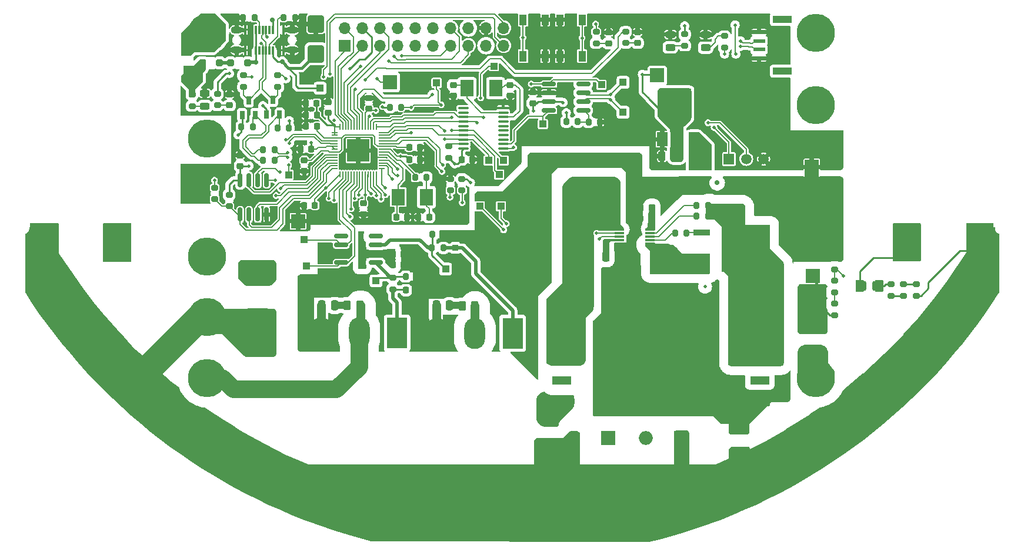
<source format=gtl>
G04 #@! TF.GenerationSoftware,KiCad,Pcbnew,7.0.6*
G04 #@! TF.CreationDate,2024-01-26T23:20:00-08:00*
G04 #@! TF.ProjectId,POWER_BOARD,504f5745-525f-4424-9f41-52442e6b6963,rev?*
G04 #@! TF.SameCoordinates,Original*
G04 #@! TF.FileFunction,Copper,L1,Top*
G04 #@! TF.FilePolarity,Positive*
%FSLAX46Y46*%
G04 Gerber Fmt 4.6, Leading zero omitted, Abs format (unit mm)*
G04 Created by KiCad (PCBNEW 7.0.6) date 2024-01-26 23:20:00*
%MOMM*%
%LPD*%
G01*
G04 APERTURE LIST*
G04 Aperture macros list*
%AMRoundRect*
0 Rectangle with rounded corners*
0 $1 Rounding radius*
0 $2 $3 $4 $5 $6 $7 $8 $9 X,Y pos of 4 corners*
0 Add a 4 corners polygon primitive as box body*
4,1,4,$2,$3,$4,$5,$6,$7,$8,$9,$2,$3,0*
0 Add four circle primitives for the rounded corners*
1,1,$1+$1,$2,$3*
1,1,$1+$1,$4,$5*
1,1,$1+$1,$6,$7*
1,1,$1+$1,$8,$9*
0 Add four rect primitives between the rounded corners*
20,1,$1+$1,$2,$3,$4,$5,0*
20,1,$1+$1,$4,$5,$6,$7,0*
20,1,$1+$1,$6,$7,$8,$9,0*
20,1,$1+$1,$8,$9,$2,$3,0*%
G04 Aperture macros list end*
G04 #@! TA.AperFunction,SMDPad,CuDef*
%ADD10RoundRect,0.200000X-0.200000X-0.275000X0.200000X-0.275000X0.200000X0.275000X-0.200000X0.275000X0*%
G04 #@! TD*
G04 #@! TA.AperFunction,SMDPad,CuDef*
%ADD11RoundRect,0.225000X0.225000X0.250000X-0.225000X0.250000X-0.225000X-0.250000X0.225000X-0.250000X0*%
G04 #@! TD*
G04 #@! TA.AperFunction,SMDPad,CuDef*
%ADD12RoundRect,0.250000X0.262500X0.450000X-0.262500X0.450000X-0.262500X-0.450000X0.262500X-0.450000X0*%
G04 #@! TD*
G04 #@! TA.AperFunction,SMDPad,CuDef*
%ADD13RoundRect,0.250000X1.400000X1.000000X-1.400000X1.000000X-1.400000X-1.000000X1.400000X-1.000000X0*%
G04 #@! TD*
G04 #@! TA.AperFunction,SMDPad,CuDef*
%ADD14RoundRect,0.218750X-0.256250X0.218750X-0.256250X-0.218750X0.256250X-0.218750X0.256250X0.218750X0*%
G04 #@! TD*
G04 #@! TA.AperFunction,SMDPad,CuDef*
%ADD15RoundRect,0.200000X0.200000X0.275000X-0.200000X0.275000X-0.200000X-0.275000X0.200000X-0.275000X0*%
G04 #@! TD*
G04 #@! TA.AperFunction,SMDPad,CuDef*
%ADD16RoundRect,0.250000X-1.400000X-1.000000X1.400000X-1.000000X1.400000X1.000000X-1.400000X1.000000X0*%
G04 #@! TD*
G04 #@! TA.AperFunction,SMDPad,CuDef*
%ADD17RoundRect,0.225000X-0.225000X-0.250000X0.225000X-0.250000X0.225000X0.250000X-0.225000X0.250000X0*%
G04 #@! TD*
G04 #@! TA.AperFunction,HeatsinkPad*
%ADD18C,0.700000*%
G04 #@! TD*
G04 #@! TA.AperFunction,ConnectorPad*
%ADD19R,4.000000X5.500000*%
G04 #@! TD*
G04 #@! TA.AperFunction,ComponentPad*
%ADD20C,5.500000*%
G04 #@! TD*
G04 #@! TA.AperFunction,SMDPad,CuDef*
%ADD21RoundRect,0.150000X-0.825000X-0.150000X0.825000X-0.150000X0.825000X0.150000X-0.825000X0.150000X0*%
G04 #@! TD*
G04 #@! TA.AperFunction,SMDPad,CuDef*
%ADD22RoundRect,0.225000X0.250000X-0.225000X0.250000X0.225000X-0.250000X0.225000X-0.250000X-0.225000X0*%
G04 #@! TD*
G04 #@! TA.AperFunction,SMDPad,CuDef*
%ADD23R,0.177800X0.812800*%
G04 #@! TD*
G04 #@! TA.AperFunction,SMDPad,CuDef*
%ADD24R,0.812800X0.177800*%
G04 #@! TD*
G04 #@! TA.AperFunction,ComponentPad*
%ADD25C,0.700000*%
G04 #@! TD*
G04 #@! TA.AperFunction,SMDPad,CuDef*
%ADD26R,3.200400X3.200400*%
G04 #@! TD*
G04 #@! TA.AperFunction,SMDPad,CuDef*
%ADD27R,1.000000X1.000000*%
G04 #@! TD*
G04 #@! TA.AperFunction,SMDPad,CuDef*
%ADD28RoundRect,0.250000X1.100000X-0.325000X1.100000X0.325000X-1.100000X0.325000X-1.100000X-0.325000X0*%
G04 #@! TD*
G04 #@! TA.AperFunction,SMDPad,CuDef*
%ADD29RoundRect,0.250000X0.250000X0.475000X-0.250000X0.475000X-0.250000X-0.475000X0.250000X-0.475000X0*%
G04 #@! TD*
G04 #@! TA.AperFunction,SMDPad,CuDef*
%ADD30RoundRect,0.042000X0.258000X-0.573000X0.258000X0.573000X-0.258000X0.573000X-0.258000X-0.573000X0*%
G04 #@! TD*
G04 #@! TA.AperFunction,SMDPad,CuDef*
%ADD31RoundRect,0.250000X-0.325000X-0.650000X0.325000X-0.650000X0.325000X0.650000X-0.325000X0.650000X0*%
G04 #@! TD*
G04 #@! TA.AperFunction,ComponentPad*
%ADD32R,1.700000X1.700000*%
G04 #@! TD*
G04 #@! TA.AperFunction,ComponentPad*
%ADD33O,1.700000X1.700000*%
G04 #@! TD*
G04 #@! TA.AperFunction,SMDPad,CuDef*
%ADD34R,1.700000X0.600000*%
G04 #@! TD*
G04 #@! TA.AperFunction,SMDPad,CuDef*
%ADD35R,2.800000X1.000000*%
G04 #@! TD*
G04 #@! TA.AperFunction,SMDPad,CuDef*
%ADD36R,1.500000X2.000000*%
G04 #@! TD*
G04 #@! TA.AperFunction,SMDPad,CuDef*
%ADD37R,3.800000X2.000000*%
G04 #@! TD*
G04 #@! TA.AperFunction,SMDPad,CuDef*
%ADD38RoundRect,0.200000X-0.275000X0.200000X-0.275000X-0.200000X0.275000X-0.200000X0.275000X0.200000X0*%
G04 #@! TD*
G04 #@! TA.AperFunction,SMDPad,CuDef*
%ADD39R,2.000000X2.000000*%
G04 #@! TD*
G04 #@! TA.AperFunction,SMDPad,CuDef*
%ADD40R,1.900000X2.400000*%
G04 #@! TD*
G04 #@! TA.AperFunction,SMDPad,CuDef*
%ADD41RoundRect,0.200000X0.275000X-0.200000X0.275000X0.200000X-0.275000X0.200000X-0.275000X-0.200000X0*%
G04 #@! TD*
G04 #@! TA.AperFunction,SMDPad,CuDef*
%ADD42RoundRect,0.250000X-0.250000X-0.250000X0.250000X-0.250000X0.250000X0.250000X-0.250000X0.250000X0*%
G04 #@! TD*
G04 #@! TA.AperFunction,ComponentPad*
%ADD43R,3.000000X4.500000*%
G04 #@! TD*
G04 #@! TA.AperFunction,ComponentPad*
%ADD44O,3.000000X4.500000*%
G04 #@! TD*
G04 #@! TA.AperFunction,ComponentPad*
%ADD45R,1.508000X1.508000*%
G04 #@! TD*
G04 #@! TA.AperFunction,ComponentPad*
%ADD46C,1.508000*%
G04 #@! TD*
G04 #@! TA.AperFunction,SMDPad,CuDef*
%ADD47RoundRect,0.243750X-0.456250X0.243750X-0.456250X-0.243750X0.456250X-0.243750X0.456250X0.243750X0*%
G04 #@! TD*
G04 #@! TA.AperFunction,SMDPad,CuDef*
%ADD48RoundRect,0.250000X0.250000X-0.250000X0.250000X0.250000X-0.250000X0.250000X-0.250000X-0.250000X0*%
G04 #@! TD*
G04 #@! TA.AperFunction,SMDPad,CuDef*
%ADD49RoundRect,0.250000X-0.625000X0.375000X-0.625000X-0.375000X0.625000X-0.375000X0.625000X0.375000X0*%
G04 #@! TD*
G04 #@! TA.AperFunction,SMDPad,CuDef*
%ADD50RoundRect,0.225000X-0.250000X0.225000X-0.250000X-0.225000X0.250000X-0.225000X0.250000X0.225000X0*%
G04 #@! TD*
G04 #@! TA.AperFunction,SMDPad,CuDef*
%ADD51R,0.990600X1.549400*%
G04 #@! TD*
G04 #@! TA.AperFunction,SMDPad,CuDef*
%ADD52RoundRect,0.250000X-0.250000X-0.475000X0.250000X-0.475000X0.250000X0.475000X-0.250000X0.475000X0*%
G04 #@! TD*
G04 #@! TA.AperFunction,SMDPad,CuDef*
%ADD53RoundRect,0.250000X0.900000X-1.000000X0.900000X1.000000X-0.900000X1.000000X-0.900000X-1.000000X0*%
G04 #@! TD*
G04 #@! TA.AperFunction,SMDPad,CuDef*
%ADD54RoundRect,0.250000X-0.312500X-0.625000X0.312500X-0.625000X0.312500X0.625000X-0.312500X0.625000X0*%
G04 #@! TD*
G04 #@! TA.AperFunction,SMDPad,CuDef*
%ADD55R,2.489200X0.939800*%
G04 #@! TD*
G04 #@! TA.AperFunction,SMDPad,CuDef*
%ADD56R,6.934200X6.781800*%
G04 #@! TD*
G04 #@! TA.AperFunction,SMDPad,CuDef*
%ADD57RoundRect,0.250000X-0.475000X0.250000X-0.475000X-0.250000X0.475000X-0.250000X0.475000X0.250000X0*%
G04 #@! TD*
G04 #@! TA.AperFunction,SMDPad,CuDef*
%ADD58RoundRect,0.250000X-0.375000X-0.625000X0.375000X-0.625000X0.375000X0.625000X-0.375000X0.625000X0*%
G04 #@! TD*
G04 #@! TA.AperFunction,SMDPad,CuDef*
%ADD59RoundRect,0.243750X-0.243750X-0.456250X0.243750X-0.456250X0.243750X0.456250X-0.243750X0.456250X0*%
G04 #@! TD*
G04 #@! TA.AperFunction,SMDPad,CuDef*
%ADD60RoundRect,0.250000X0.650000X-0.325000X0.650000X0.325000X-0.650000X0.325000X-0.650000X-0.325000X0*%
G04 #@! TD*
G04 #@! TA.AperFunction,SMDPad,CuDef*
%ADD61RoundRect,0.100000X0.637500X0.100000X-0.637500X0.100000X-0.637500X-0.100000X0.637500X-0.100000X0*%
G04 #@! TD*
G04 #@! TA.AperFunction,SMDPad,CuDef*
%ADD62R,2.743200X1.200000*%
G04 #@! TD*
G04 #@! TA.AperFunction,SMDPad,CuDef*
%ADD63RoundRect,0.150000X0.150000X-0.825000X0.150000X0.825000X-0.150000X0.825000X-0.150000X-0.825000X0*%
G04 #@! TD*
G04 #@! TA.AperFunction,SMDPad,CuDef*
%ADD64R,1.400000X0.300000*%
G04 #@! TD*
G04 #@! TA.AperFunction,SMDPad,CuDef*
%ADD65R,4.150000X1.900000*%
G04 #@! TD*
G04 #@! TA.AperFunction,SMDPad,CuDef*
%ADD66R,0.300000X1.150000*%
G04 #@! TD*
G04 #@! TA.AperFunction,ComponentPad*
%ADD67O,1.600000X1.100000*%
G04 #@! TD*
G04 #@! TA.AperFunction,ComponentPad*
%ADD68R,2.000000X2.000000*%
G04 #@! TD*
G04 #@! TA.AperFunction,ComponentPad*
%ADD69O,2.000000X2.000000*%
G04 #@! TD*
G04 #@! TA.AperFunction,ViaPad*
%ADD70C,0.700000*%
G04 #@! TD*
G04 #@! TA.AperFunction,ViaPad*
%ADD71C,0.500000*%
G04 #@! TD*
G04 #@! TA.AperFunction,Conductor*
%ADD72C,1.270000*%
G04 #@! TD*
G04 #@! TA.AperFunction,Conductor*
%ADD73C,0.254000*%
G04 #@! TD*
G04 #@! TA.AperFunction,Conductor*
%ADD74C,0.152400*%
G04 #@! TD*
G04 #@! TA.AperFunction,Conductor*
%ADD75C,0.177800*%
G04 #@! TD*
G04 #@! TA.AperFunction,Conductor*
%ADD76C,0.508000*%
G04 #@! TD*
G04 #@! TA.AperFunction,Conductor*
%ADD77C,2.540000*%
G04 #@! TD*
G04 #@! TA.AperFunction,Conductor*
%ADD78C,0.381000*%
G04 #@! TD*
G04 #@! TA.AperFunction,Conductor*
%ADD79C,1.016000*%
G04 #@! TD*
G04 APERTURE END LIST*
D10*
X92647000Y-66548000D03*
X94297000Y-66548000D03*
D11*
X75799293Y-60409418D03*
X74249293Y-60409418D03*
D10*
X71278293Y-33304294D03*
X72928293Y-33304294D03*
D12*
X98806000Y-74930000D03*
X96981000Y-74930000D03*
D13*
X67564000Y-76552000D03*
X67564000Y-69752000D03*
D10*
X86563200Y-46278800D03*
X88213200Y-46278800D03*
D14*
X122250200Y-35432900D03*
X122250200Y-37007900D03*
D15*
X72039293Y-49233418D03*
X70389293Y-49233418D03*
D16*
X67564000Y-80166000D03*
X67564000Y-86966000D03*
D11*
X76071829Y-49035145D03*
X74521829Y-49035145D03*
D17*
X88900000Y-72644000D03*
X90450000Y-72644000D03*
D18*
X170025975Y-63940018D03*
X170025975Y-64940018D03*
X170025975Y-65940018D03*
X170025975Y-66940018D03*
X170025975Y-67940018D03*
X171025975Y-63940018D03*
X171025975Y-64940018D03*
X171025975Y-65940018D03*
X171025975Y-66940018D03*
X171025975Y-67940018D03*
D19*
X171525975Y-65740018D03*
D18*
X172025975Y-63940018D03*
X172025975Y-64940018D03*
X172025975Y-65940018D03*
X172025975Y-66940018D03*
X172025975Y-67940018D03*
X173025975Y-63940018D03*
X173025975Y-64940018D03*
X173025975Y-65940018D03*
X173025975Y-66940018D03*
X173025975Y-67940018D03*
X159525975Y-63940018D03*
X159525975Y-64940018D03*
X159525975Y-65940018D03*
X159525975Y-66940018D03*
X159525975Y-67940018D03*
X160525975Y-63940018D03*
X160525975Y-64940018D03*
X160525975Y-65940018D03*
X160525975Y-66940018D03*
X160525975Y-67940018D03*
D19*
X161025975Y-65740018D03*
D18*
X161525975Y-63940018D03*
X161525975Y-64940018D03*
X161525975Y-65940018D03*
X161525975Y-66940018D03*
X161525975Y-67940018D03*
X162525975Y-63940018D03*
X162525975Y-64940018D03*
X162525975Y-65940018D03*
X162525975Y-66940018D03*
X162525975Y-67940018D03*
D10*
X65182293Y-49106418D03*
X66832293Y-49106418D03*
D20*
X147922293Y-85301418D03*
D21*
X109474000Y-42926000D03*
X109474000Y-44196000D03*
X109474000Y-45466000D03*
X109474000Y-46736000D03*
X114424000Y-46736000D03*
X114424000Y-45466000D03*
X114424000Y-44196000D03*
X114424000Y-42926000D03*
D22*
X107155293Y-45690418D03*
X107155293Y-44140418D03*
D23*
X79425293Y-55923018D03*
X79825292Y-55923018D03*
X80225294Y-55923018D03*
X80625293Y-55923018D03*
X81025292Y-55923018D03*
X81425294Y-55923018D03*
X81825293Y-55923018D03*
X82225293Y-55923018D03*
X82625292Y-55923018D03*
X83025294Y-55923018D03*
X83425293Y-55923018D03*
X83825292Y-55923018D03*
X84225294Y-55923018D03*
X84625293Y-55923018D03*
D24*
X85428893Y-55119418D03*
X85428893Y-54719419D03*
X85428893Y-54319417D03*
X85428893Y-53919418D03*
X85428893Y-53519419D03*
X85428893Y-53119417D03*
X85428893Y-52719418D03*
X85428893Y-52319418D03*
X85428893Y-51919419D03*
X85428893Y-51519417D03*
X85428893Y-51119418D03*
X85428893Y-50719419D03*
X85428893Y-50319417D03*
X85428893Y-49919418D03*
D23*
X84625293Y-49115818D03*
X84225294Y-49115818D03*
X83825292Y-49115818D03*
X83425293Y-49115818D03*
X83025294Y-49115818D03*
X82625292Y-49115818D03*
X82225293Y-49115818D03*
X81825293Y-49115818D03*
X81425294Y-49115818D03*
X81025292Y-49115818D03*
X80625293Y-49115818D03*
X80225294Y-49115818D03*
X79825292Y-49115818D03*
X79425293Y-49115818D03*
D24*
X78621693Y-49919418D03*
X78621693Y-50319417D03*
X78621693Y-50719419D03*
X78621693Y-51119418D03*
X78621693Y-51519417D03*
X78621693Y-51919419D03*
X78621693Y-52319418D03*
X78621693Y-52719418D03*
X78621693Y-53119417D03*
X78621693Y-53519419D03*
X78621693Y-53919418D03*
X78621693Y-54319417D03*
X78621693Y-54719419D03*
X78621693Y-55119418D03*
D25*
X81025293Y-53519418D03*
X83025293Y-53519418D03*
X82025293Y-52519418D03*
D26*
X82025293Y-52519418D03*
D25*
X81025293Y-51519418D03*
X83025293Y-51519418D03*
D27*
X84582000Y-71297800D03*
D20*
X60292293Y-50757418D03*
D27*
X102964293Y-53932418D03*
D28*
X136906000Y-95836000D03*
X136906000Y-92886000D03*
D29*
X78654424Y-74860207D03*
X76754424Y-74860207D03*
D22*
X65024000Y-54750000D03*
X65024000Y-53200000D03*
D30*
X65311293Y-47371152D03*
X67211293Y-47371152D03*
X66261293Y-45251152D03*
D31*
X118716000Y-58902600D03*
X121666000Y-58902600D03*
D32*
X80098197Y-37383780D03*
D33*
X80098197Y-34843780D03*
X82638197Y-37383780D03*
X82638197Y-34843780D03*
X85178197Y-37383780D03*
X85178197Y-34843780D03*
X87718197Y-37383780D03*
X87718197Y-34843780D03*
X90258197Y-37383780D03*
X90258197Y-34843780D03*
X92798197Y-37383780D03*
X92798197Y-34843780D03*
X95338197Y-37383780D03*
X95338197Y-34843780D03*
X97878197Y-37383780D03*
X97878197Y-34843780D03*
X100418197Y-37383780D03*
X100418197Y-34843780D03*
X102958197Y-37383780D03*
X102958197Y-34843780D03*
D34*
X139728200Y-35454200D03*
X139728200Y-36704200D03*
X139728200Y-37954200D03*
X139728200Y-39204200D03*
D35*
X143078200Y-41054200D03*
X143078200Y-33604200D03*
D36*
X125792200Y-50901600D03*
X128092200Y-50901600D03*
D37*
X128092200Y-44601600D03*
D36*
X130392200Y-50901600D03*
D38*
X70452293Y-41677418D03*
X70452293Y-43327418D03*
D18*
X35362293Y-63940018D03*
X35362293Y-64940018D03*
X35362293Y-65940018D03*
X35362293Y-66940018D03*
X35362293Y-67940018D03*
X36362293Y-63940018D03*
X36362293Y-64940018D03*
X36362293Y-65940018D03*
X36362293Y-66940018D03*
X36362293Y-67940018D03*
D19*
X36862293Y-65740018D03*
D18*
X37362293Y-63940018D03*
X37362293Y-64940018D03*
X37362293Y-65940018D03*
X37362293Y-66940018D03*
X37362293Y-67940018D03*
X38362293Y-63940018D03*
X38362293Y-64940018D03*
X38362293Y-65940018D03*
X38362293Y-66940018D03*
X38362293Y-67940018D03*
X45862293Y-63940018D03*
X45862293Y-64940018D03*
X45862293Y-65940018D03*
X45862293Y-66940018D03*
X45862293Y-67940018D03*
X46862293Y-63940018D03*
X46862293Y-64940018D03*
X46862293Y-65940018D03*
X46862293Y-66940018D03*
X46862293Y-67940018D03*
D19*
X47362293Y-65740018D03*
D18*
X47862293Y-63940018D03*
X47862293Y-64940018D03*
X47862293Y-65940018D03*
X47862293Y-66940018D03*
X47862293Y-67940018D03*
X48862293Y-63940018D03*
X48862293Y-64940018D03*
X48862293Y-65940018D03*
X48862293Y-66940018D03*
X48862293Y-67940018D03*
D20*
X60292293Y-85301418D03*
D27*
X100805293Y-53932418D03*
X120142000Y-46990000D03*
D20*
X147922293Y-45931418D03*
D39*
X147497800Y-70612000D03*
D17*
X89362293Y-53805418D03*
X90912293Y-53805418D03*
D10*
X88880000Y-70684000D03*
X90530000Y-70684000D03*
D27*
X101567293Y-40343418D03*
D40*
X97696931Y-43533285D03*
X101796931Y-43533285D03*
D27*
X102329293Y-55964418D03*
X117043200Y-43027600D03*
D41*
X96951800Y-58254400D03*
X96951800Y-56604400D03*
D42*
X63647000Y-39878000D03*
X66147000Y-39878000D03*
D27*
X74218800Y-65379600D03*
D43*
X104267000Y-78870315D03*
D44*
X98817000Y-78870315D03*
X93367000Y-78870315D03*
D45*
X135396600Y-53746400D03*
D46*
X137896600Y-53746400D03*
X140396600Y-53746400D03*
D38*
X120523000Y-35370000D03*
X120523000Y-37020000D03*
D27*
X120142000Y-42672000D03*
D10*
X111982293Y-48344418D03*
X113632293Y-48344418D03*
D47*
X132029200Y-35816300D03*
X132029200Y-37691300D03*
D22*
X77691293Y-47087418D03*
X77691293Y-45537418D03*
D48*
X57404000Y-40874000D03*
X57404000Y-38374000D03*
D10*
X130714293Y-61933418D03*
X132364293Y-61933418D03*
D39*
X125069600Y-41681400D03*
D41*
X150622000Y-76263000D03*
X150622000Y-74613000D03*
D49*
X147447000Y-78353000D03*
X147447000Y-81153000D03*
D41*
X95060340Y-53560687D03*
X95060340Y-51910687D03*
D17*
X89362293Y-52027418D03*
X90912293Y-52027418D03*
D50*
X95719848Y-43063224D03*
X95719848Y-44613224D03*
D51*
X105740401Y-38896201D03*
X105740401Y-33646199D03*
X108940399Y-38896201D03*
X108940399Y-33646199D03*
D47*
X126955990Y-35765500D03*
X126955990Y-37640500D03*
D52*
X117680000Y-67818000D03*
X119580000Y-67818000D03*
D27*
X102583293Y-60536418D03*
D41*
X150622000Y-69659000D03*
X150622000Y-68009000D03*
D53*
X75913293Y-38556418D03*
X75913293Y-34256418D03*
X109601000Y-95418800D03*
X109601000Y-91118800D03*
D38*
X65499292Y-41677418D03*
X65499292Y-43327418D03*
D15*
X69989200Y-52374800D03*
X68339200Y-52374800D03*
X67108567Y-33324657D03*
X65458567Y-33324657D03*
D54*
X121847193Y-68072000D03*
X124772193Y-68072000D03*
D41*
X160528000Y-73456418D03*
X160528000Y-71806418D03*
D39*
X86614000Y-42672000D03*
D41*
X58115200Y-46113500D03*
X58115200Y-44463500D03*
D11*
X75291293Y-52281418D03*
X73741293Y-52281418D03*
D27*
X99535293Y-60536418D03*
D20*
X60292293Y-67801418D03*
D40*
X91865944Y-59215017D03*
X87765944Y-59215017D03*
D55*
X131445000Y-64332749D03*
D56*
X137858500Y-66622750D03*
D55*
X131445000Y-68912751D03*
D27*
X94615000Y-69596000D03*
D42*
X59583000Y-39878000D03*
X62083000Y-39878000D03*
D20*
X147922293Y-35517418D03*
D51*
X114248999Y-33646199D03*
X114248999Y-38896201D03*
X111049001Y-33646199D03*
X111049001Y-38896201D03*
D39*
X73373293Y-62695418D03*
D57*
X130378200Y-54803000D03*
X130378200Y-56703000D03*
D22*
X96022293Y-66566418D03*
X96022293Y-65016418D03*
D10*
X122644400Y-62280800D03*
X124294400Y-62280800D03*
D50*
X103901206Y-43046861D03*
X103901206Y-44596861D03*
D58*
X154225800Y-72059800D03*
D59*
X154700800Y-72059800D03*
X156550800Y-72059800D03*
D58*
X157025800Y-72059800D03*
D17*
X86982000Y-68961000D03*
X88532000Y-68961000D03*
D50*
X82771293Y-60142418D03*
X82771293Y-61692418D03*
D60*
X115951000Y-56847000D03*
X115951000Y-53897000D03*
D17*
X86997293Y-67437000D03*
X88547293Y-67437000D03*
D21*
X79574335Y-64866418D03*
X79574335Y-66136418D03*
X79574335Y-67406418D03*
X79574335Y-68676418D03*
X84524335Y-68676418D03*
X84524335Y-67406418D03*
X84524335Y-66136418D03*
X84524335Y-64866418D03*
D14*
X63500000Y-44424500D03*
X63500000Y-45999500D03*
D10*
X130714293Y-60409418D03*
X132364293Y-60409418D03*
D15*
X91884000Y-56388000D03*
X90234000Y-56388000D03*
D20*
X147922293Y-63500000D03*
D61*
X102908091Y-52224313D03*
X102908091Y-51574313D03*
X102908091Y-50924313D03*
X102908091Y-50274313D03*
X102908091Y-49624313D03*
X102908091Y-48974313D03*
X102908091Y-48324313D03*
X102908091Y-47674313D03*
X102908091Y-47024313D03*
X102908091Y-46374313D03*
X97183091Y-46374313D03*
X97183091Y-47024313D03*
X97183091Y-47674313D03*
X97183091Y-48324313D03*
X97183091Y-48974313D03*
X97183091Y-49624313D03*
X97183091Y-50274313D03*
X97183091Y-50924313D03*
X97183091Y-51574313D03*
X97183091Y-52224313D03*
D62*
X139827000Y-88659996D03*
X139827000Y-85659997D03*
X139827000Y-82659998D03*
X139827000Y-79659998D03*
X139827000Y-76659999D03*
X139827000Y-73660000D03*
X111359010Y-73660000D03*
X111359010Y-76659999D03*
X111359010Y-79659998D03*
X111359010Y-82659998D03*
X111359010Y-85659997D03*
X111359010Y-88659996D03*
D38*
X129032000Y-35751000D03*
X129032000Y-37401000D03*
D11*
X89047697Y-62094802D03*
X87497697Y-62094802D03*
D38*
X61366400Y-57874400D03*
X61366400Y-59524400D03*
D41*
X150622000Y-72961000D03*
X150622000Y-71311000D03*
D63*
X65037293Y-61719000D03*
X66307293Y-61719000D03*
X67577293Y-61719000D03*
X68847293Y-61719000D03*
X68847293Y-56769000D03*
X67577293Y-56769000D03*
X66307293Y-56769000D03*
X65037293Y-56769000D03*
D30*
X68812724Y-47330426D03*
X70712724Y-47330426D03*
X69762724Y-45210426D03*
D38*
X86995000Y-70866000D03*
X86995000Y-72516000D03*
D64*
X119635054Y-63922708D03*
X119635054Y-64422708D03*
X119635054Y-64922708D03*
X119635054Y-65422708D03*
X119635054Y-65922708D03*
X124035054Y-65922708D03*
X124035054Y-65422708D03*
X124035054Y-64922708D03*
X124035054Y-64422708D03*
X124035054Y-63922708D03*
D43*
X87622293Y-78851418D03*
D44*
X82172293Y-78851418D03*
X76722293Y-78851418D03*
D11*
X124244400Y-60807600D03*
X122694400Y-60807600D03*
D38*
X162342293Y-71796418D03*
X162342293Y-73446418D03*
X116281200Y-35395400D03*
X116281200Y-37045400D03*
D11*
X76053293Y-45677418D03*
X74503293Y-45677418D03*
D38*
X158750000Y-71786418D03*
X158750000Y-73436418D03*
D41*
X134747000Y-37655000D03*
X134747000Y-36005000D03*
D12*
X82270179Y-74849094D03*
X80445179Y-74849094D03*
D27*
X108610400Y-48691800D03*
D41*
X95310000Y-58254400D03*
X95310000Y-56604400D03*
D11*
X76060565Y-47426145D03*
X74510565Y-47426145D03*
D20*
X60292293Y-35517418D03*
D22*
X83566000Y-46495000D03*
X83566000Y-44945000D03*
D52*
X119192000Y-62060000D03*
X121092000Y-62060000D03*
D15*
X69989200Y-53898800D03*
X68339200Y-53898800D03*
D47*
X59944000Y-44249400D03*
X59944000Y-46124400D03*
D29*
X95186861Y-74857000D03*
X93286861Y-74857000D03*
D65*
X113838000Y-68376800D03*
X106888000Y-68376800D03*
X113838000Y-59436000D03*
X106888000Y-59436000D03*
D10*
X92717293Y-64611418D03*
X94367293Y-64611418D03*
D27*
X93294200Y-42748200D03*
X74599800Y-69189600D03*
D17*
X90681663Y-62106100D03*
X92231663Y-62106100D03*
D66*
X71273179Y-38052981D03*
X69773179Y-38052981D03*
X69273179Y-38052981D03*
X68773179Y-38052981D03*
X68273179Y-38052981D03*
X67773179Y-38052981D03*
X67273179Y-38052981D03*
X65773179Y-38052981D03*
X65773179Y-35082981D03*
X67273179Y-35082981D03*
X67773179Y-35082981D03*
X68273179Y-35082981D03*
X68773179Y-35082981D03*
X69273179Y-35082981D03*
X69773179Y-35082981D03*
X71273179Y-35082981D03*
D67*
X72523179Y-37997981D03*
X64523179Y-37997981D03*
X72523179Y-35137981D03*
X64523179Y-35137981D03*
D10*
X127636000Y-64389000D03*
X129286000Y-64389000D03*
D27*
X72009000Y-56007000D03*
D50*
X74262293Y-53919418D03*
X74262293Y-55469418D03*
D17*
X96910006Y-53810438D03*
X98460006Y-53810438D03*
D60*
X118364000Y-56847000D03*
X118364000Y-53897000D03*
D10*
X115180690Y-48400462D03*
X116830690Y-48400462D03*
D41*
X61747400Y-45986500D03*
X61747400Y-44336500D03*
X63449200Y-60540400D03*
X63449200Y-58890400D03*
D20*
X60292293Y-76551418D03*
D39*
X100076000Y-64439800D03*
X147320000Y-56880000D03*
X147320000Y-54880000D03*
D27*
X76548293Y-43518418D03*
D29*
X127649682Y-53314200D03*
X125749682Y-53314200D03*
D14*
X118059200Y-35483700D03*
X118059200Y-37058700D03*
D68*
X117974998Y-93993500D03*
D69*
X112894998Y-93993500D03*
D68*
X128524000Y-93980000D03*
D69*
X123444000Y-93980000D03*
D70*
X127635000Y-66802000D03*
X124413682Y-53822200D03*
X143637000Y-52857400D03*
D71*
X73119293Y-60536418D03*
D70*
X143637000Y-53873400D03*
D71*
X125603000Y-35687000D03*
D70*
X149733000Y-54864000D03*
X144653000Y-53848000D03*
X147701000Y-51800000D03*
D71*
X69944293Y-61679418D03*
X108889800Y-37490400D03*
D70*
X149733000Y-51800000D03*
D71*
X64135000Y-33401000D03*
D70*
X145669000Y-51800000D03*
D71*
X72484293Y-39454418D03*
D70*
X148717000Y-52832000D03*
X150749000Y-53848000D03*
D71*
X64617600Y-52222400D03*
D70*
X149733000Y-52832000D03*
D71*
X123469400Y-34925000D03*
D70*
X125450600Y-49174400D03*
X124413682Y-51790200D03*
D71*
X130454400Y-35306000D03*
X104488293Y-45931418D03*
D70*
X149733000Y-53848000D03*
D71*
X117823293Y-48344418D03*
X73119293Y-53297418D03*
D70*
X148717000Y-51800000D03*
X124409200Y-49606200D03*
D71*
X73373293Y-45804418D03*
D70*
X145669000Y-54864000D03*
X146685000Y-52832000D03*
D71*
X73246293Y-55710418D03*
D70*
X124409200Y-50774600D03*
X145669000Y-53848000D03*
D71*
X94183200Y-56616600D03*
X73373293Y-48979418D03*
D70*
X144653000Y-52832000D03*
X150749000Y-54864000D03*
D71*
X60579000Y-43180000D03*
X111048800Y-34874200D03*
X84582000Y-44958000D03*
X89817229Y-61034768D03*
X73354051Y-47442635D03*
D70*
X144653000Y-54864000D03*
D71*
X73881293Y-33231418D03*
X119176800Y-34467800D03*
D70*
X143637000Y-51825400D03*
D71*
X92042293Y-52535418D03*
D70*
X150749000Y-52832000D03*
X146685000Y-51800000D03*
D71*
X71214293Y-36533418D03*
D70*
X144653000Y-51800000D03*
D71*
X99535293Y-53805418D03*
D70*
X145669000Y-52832000D03*
X150749000Y-51800000D03*
D71*
X111473293Y-44534418D03*
X108889800Y-34874200D03*
X111048800Y-37490400D03*
X92042293Y-53805418D03*
D70*
X147701000Y-52832000D03*
D71*
X84041293Y-61425418D03*
X66261293Y-36533418D03*
X95725293Y-45677418D03*
D70*
X143637000Y-54889400D03*
D71*
X63500000Y-43307300D03*
D70*
X124413682Y-52806200D03*
X124460000Y-69850000D03*
X132207000Y-67818000D03*
X128016000Y-68961000D03*
X126238000Y-68961000D03*
X132207000Y-69850000D03*
X130683000Y-67818000D03*
X127127000Y-69850000D03*
X128905000Y-67818000D03*
X125349000Y-69850000D03*
X128905000Y-69850000D03*
X125349000Y-66294000D03*
X126238000Y-67183000D03*
X130683000Y-69850000D03*
X127127000Y-68072000D03*
X124460000Y-66675000D03*
X127558800Y-48107600D03*
D71*
X66294000Y-54737000D03*
X84582000Y-46736000D03*
X98171000Y-57150000D03*
X75278293Y-51392418D03*
X83025293Y-58885418D03*
X107282293Y-46820418D03*
D70*
X128143000Y-46965000D03*
D71*
X111506000Y-45593000D03*
D70*
X128727200Y-48107600D03*
D71*
X78587600Y-48183800D03*
X78580293Y-48852418D03*
X85521800Y-46202600D03*
X129032000Y-34544000D03*
X88105293Y-53297418D03*
X111988600Y-47066200D03*
X64737293Y-50249418D03*
X77373793Y-57932918D03*
D70*
X126974600Y-46990400D03*
X126390400Y-48107600D03*
D71*
X80822800Y-40741600D03*
X95910400Y-54406800D03*
D70*
X125806200Y-46990400D03*
D71*
X122936000Y-41529000D03*
X68293293Y-46058418D03*
X72103293Y-48217418D03*
D70*
X136238293Y-61933418D03*
X137254293Y-61933418D03*
X134206293Y-60917418D03*
X137254293Y-60917418D03*
X135222293Y-60917418D03*
X134206293Y-61933418D03*
X136238293Y-60917418D03*
X135222293Y-61933418D03*
X66040000Y-71501000D03*
X69088000Y-71501000D03*
X69850000Y-68834000D03*
X65278000Y-69850000D03*
X65278000Y-68834000D03*
X67056000Y-71501000D03*
X69850000Y-70866000D03*
X65278000Y-70866000D03*
X69850000Y-69850000D03*
X68072000Y-71501000D03*
D71*
X116341443Y-64438303D03*
X96995293Y-60028418D03*
X102948199Y-63946646D03*
X80866293Y-62060418D03*
X63500000Y-41402000D03*
D70*
X67310000Y-39751000D03*
X71087293Y-39708418D03*
X69639493Y-33679037D03*
D71*
X82115703Y-58929186D03*
X61341000Y-56794400D03*
X72009000Y-54610000D03*
X114249200Y-36271200D03*
D70*
X115443000Y-66802000D03*
X118364000Y-60579000D03*
X112776000Y-65913000D03*
X118364000Y-63627000D03*
X115443000Y-65024000D03*
X147955000Y-75311000D03*
X117475000Y-61468000D03*
X145923000Y-74295000D03*
X82423000Y-64668400D03*
X82506507Y-66497200D03*
X82506507Y-65582800D03*
X114554000Y-65913000D03*
X148971000Y-75311000D03*
X82506507Y-68326000D03*
X148971000Y-73279000D03*
X111887000Y-66802000D03*
X115697000Y-57912000D03*
X146939000Y-74295000D03*
X148971000Y-74295000D03*
D71*
X134747000Y-38608000D03*
D70*
X145923000Y-73279000D03*
X145923000Y-75311000D03*
X147955000Y-73279000D03*
X113919000Y-61468000D03*
X117475000Y-62738000D03*
X112141000Y-61468000D03*
X147955000Y-74295000D03*
X111887000Y-65024000D03*
X117729000Y-65786000D03*
X82506507Y-69240400D03*
X145923000Y-72263000D03*
X117475000Y-59690000D03*
X113665000Y-66802000D03*
X82506507Y-67411600D03*
D71*
X131953000Y-72136000D03*
D70*
X116586000Y-58801000D03*
X113665000Y-65024000D03*
X146939000Y-73279000D03*
X148971000Y-72263000D03*
X147955000Y-72263000D03*
X146939000Y-72263000D03*
X116586000Y-60579000D03*
X133705600Y-57175400D03*
X146939000Y-75311000D03*
X115697000Y-61468000D03*
X107823000Y-96393000D03*
X107823000Y-94361000D03*
X107823000Y-95377000D03*
X69850000Y-78867000D03*
X69850000Y-76835000D03*
X65278000Y-76835000D03*
X110109000Y-97409000D03*
X107823000Y-97409000D03*
X69850000Y-79883000D03*
X65278000Y-79883000D03*
X69850000Y-80899000D03*
X69215000Y-81915000D03*
X111252000Y-96393000D03*
X65278000Y-77851000D03*
X65278000Y-80899000D03*
X68199000Y-81915000D03*
X67183000Y-81915000D03*
X65278000Y-78867000D03*
X108966000Y-97409000D03*
X111252000Y-97409000D03*
X111252000Y-94361000D03*
X66167000Y-81915000D03*
X69850000Y-77851000D03*
X111252000Y-95377000D03*
D71*
X94081600Y-55524400D03*
X132384800Y-48514000D03*
X151892000Y-70612000D03*
X82346800Y-40411400D03*
X136271000Y-34417000D03*
X136398000Y-38608000D03*
X94183200Y-54610000D03*
X133248400Y-49174400D03*
X103345293Y-63076418D03*
X95242693Y-59241018D03*
X116738400Y-65278000D03*
X80993293Y-60917418D03*
X68039293Y-37041418D03*
X68869293Y-36152418D03*
X77818293Y-59393418D03*
X77056293Y-41867418D03*
X78580293Y-59647418D03*
X77945293Y-41486418D03*
X86454293Y-39581418D03*
X83904291Y-58739500D03*
X84676293Y-59012418D03*
X87216293Y-38946418D03*
X88318697Y-38819418D03*
X85311293Y-59520418D03*
X85946293Y-58885418D03*
X85911703Y-57904008D03*
X86962293Y-56599418D03*
X87724293Y-56091418D03*
X87724293Y-55202418D03*
X83660293Y-47582418D03*
X104385266Y-52061266D03*
X106934000Y-42926000D03*
X105740200Y-36195000D03*
X93954600Y-45923200D03*
X89629293Y-49974518D03*
X89636600Y-46329600D03*
X94455293Y-49702233D03*
X94455293Y-50846393D03*
X99154293Y-48471418D03*
X99662293Y-44915418D03*
X95471293Y-49614418D03*
X95471293Y-47709418D03*
X100043293Y-47709418D03*
X116205000Y-34290000D03*
X70792293Y-55621418D03*
X70833293Y-57996418D03*
X70198293Y-59012418D03*
X70092293Y-56821418D03*
X71895458Y-52785200D03*
X72115039Y-51449809D03*
X71617801Y-50952571D03*
X71895458Y-53488400D03*
D70*
X121412000Y-64770000D03*
X91059000Y-79629000D03*
X117475000Y-71247000D03*
X137889293Y-89408000D03*
X119523376Y-73017626D03*
X117475000Y-70358000D03*
X91059000Y-77851000D03*
X145669000Y-56769000D03*
X120650000Y-67564000D03*
X106680000Y-69723000D03*
X135857293Y-89408000D03*
X73787000Y-79883000D03*
X117483002Y-73011500D03*
X73787000Y-78994000D03*
X145669000Y-58826400D03*
X134832919Y-90417874D03*
X147701000Y-58826400D03*
X90170000Y-80518000D03*
X120904000Y-66421000D03*
X121920000Y-70358000D03*
X144653000Y-56769000D03*
X106680000Y-70612000D03*
X107569000Y-69723000D03*
X97531295Y-64998181D03*
X76897800Y-66383600D03*
X144653000Y-58851800D03*
X122301000Y-64389000D03*
X121547002Y-73011500D03*
X90170000Y-77851000D03*
X120650000Y-68580000D03*
X108458000Y-70612000D03*
X121666000Y-65786000D03*
X137889293Y-90424000D03*
X136873293Y-88392000D03*
X74676000Y-78994000D03*
X76911200Y-67284600D03*
X90170000Y-79629000D03*
X136873293Y-91440000D03*
X90170000Y-76962000D03*
X144653000Y-59902600D03*
X109347000Y-71501000D03*
X122682000Y-81661000D03*
X91059000Y-78740000D03*
X134832919Y-88385874D03*
X143637000Y-59928000D03*
X91059000Y-76962000D03*
X107569000Y-70612000D03*
X143637000Y-58877200D03*
X121920000Y-69469000D03*
X143637000Y-56794400D03*
X76911200Y-68199000D03*
X137889293Y-88392000D03*
X146685000Y-58826400D03*
X150749000Y-56769000D03*
X135857293Y-88392000D03*
X77837600Y-66383600D03*
X134832919Y-91433874D03*
X120142000Y-70358000D03*
X137889293Y-91440000D03*
X149733000Y-57785000D03*
X143637000Y-57810400D03*
X150749000Y-57785000D03*
X91059000Y-80518000D03*
X116577626Y-81654874D03*
X135857293Y-91440000D03*
X121031000Y-71247000D03*
X127635000Y-73025000D03*
X74676000Y-77216000D03*
X120142000Y-71247000D03*
X119253000Y-69469000D03*
X118618000Y-81661000D03*
X121920000Y-71247000D03*
X107569000Y-71501000D03*
X145669000Y-59877200D03*
X119253000Y-70358000D03*
X73787000Y-78105000D03*
X146685000Y-59877200D03*
X73787000Y-80772000D03*
X148717000Y-59877200D03*
X109347000Y-70612000D03*
X118364000Y-71247000D03*
X150749000Y-59877200D03*
X119253000Y-71247000D03*
X106680000Y-71501000D03*
X109347000Y-69723000D03*
X90086493Y-66911818D03*
X136873293Y-89408000D03*
X74676000Y-78105000D03*
X90086493Y-67921918D03*
X77851000Y-67284600D03*
X134832919Y-89401874D03*
X90170000Y-78740000D03*
X108458000Y-69723000D03*
X148717000Y-58826400D03*
X74676000Y-80772000D03*
X121031000Y-70358000D03*
X123587376Y-73017626D03*
X149733000Y-59877200D03*
X121031000Y-69469000D03*
X149733000Y-58826400D03*
X136873293Y-90424000D03*
X124333000Y-81661000D03*
X74676000Y-79883000D03*
X144653000Y-57785000D03*
X73787000Y-77216000D03*
X150749000Y-58826400D03*
X129658626Y-73018874D03*
X120641626Y-81654874D03*
X118364000Y-70358000D03*
X120142000Y-69469000D03*
X135857293Y-90424000D03*
X77851000Y-68199000D03*
X147701000Y-59877200D03*
X108458000Y-71501000D03*
X125594626Y-73018874D03*
X149733000Y-56769000D03*
X145669000Y-57785000D03*
D71*
X118364000Y-44398718D03*
X137046949Y-36694300D03*
X137046949Y-37473700D03*
X118364000Y-45178118D03*
X81584800Y-43662600D03*
X92684600Y-44424600D03*
X83025293Y-42341800D03*
X81522193Y-59393418D03*
D70*
X131826000Y-51435000D03*
X58826400Y-42926000D03*
X131241800Y-52552600D03*
X59359800Y-41910000D03*
X130708400Y-53568600D03*
X57658000Y-42926000D03*
X58775600Y-40792400D03*
X57023000Y-41910000D03*
D71*
X84709000Y-42164000D03*
D70*
X58191400Y-41910000D03*
X130073400Y-52552600D03*
D71*
X71628000Y-42164000D03*
D70*
X131876800Y-53568600D03*
D71*
X66675000Y-41910000D03*
D70*
X132410200Y-52552600D03*
D72*
X98817000Y-74941000D02*
X98806000Y-74930000D01*
X98817000Y-78870315D02*
X98817000Y-74941000D01*
D73*
X107155293Y-44140418D02*
X109493293Y-44140418D01*
X109493293Y-44140418D02*
X109506293Y-44153418D01*
X63449200Y-58890400D02*
X63449200Y-57378600D01*
X65311293Y-47371152D02*
X65311293Y-48977418D01*
X111988600Y-47066200D02*
X111982293Y-47072507D01*
X77691293Y-47087418D02*
X77691293Y-47963418D01*
X80822800Y-40741600D02*
X82194400Y-39370000D01*
X75291293Y-52281418D02*
X75291293Y-51405418D01*
X124917200Y-41529000D02*
X125069600Y-41681400D01*
D74*
X77373793Y-57932918D02*
X75799293Y-59507418D01*
D73*
X75291293Y-51405418D02*
X75278293Y-51392418D01*
X88854293Y-53297418D02*
X89362293Y-53805418D01*
X65311293Y-48977418D02*
X65182293Y-49106418D01*
D74*
X83025294Y-49115818D02*
X83025294Y-47035706D01*
D73*
X76053293Y-45677418D02*
X76053293Y-47418873D01*
D74*
X77329294Y-52027418D02*
X76294293Y-52027418D01*
D73*
X95906453Y-54406800D02*
X95060340Y-53560687D01*
X98171000Y-57134258D02*
X98171000Y-57150000D01*
X95910400Y-54406800D02*
X96313644Y-54406800D01*
D74*
X77437293Y-51919419D02*
X77329294Y-52027418D01*
X83807000Y-46736000D02*
X83566000Y-46495000D01*
X78621693Y-50319417D02*
X78621693Y-49919418D01*
D73*
X68812724Y-46577849D02*
X68293293Y-46058418D01*
D74*
X88105293Y-53297418D02*
X87597293Y-53297418D01*
D73*
X82956400Y-39370000D02*
X83947000Y-38379400D01*
X82194400Y-39370000D02*
X82956400Y-39370000D01*
X96910006Y-52497398D02*
X97183091Y-52224313D01*
D74*
X79425293Y-49115818D02*
X78843693Y-49115818D01*
D73*
X76053293Y-47418873D02*
X76060565Y-47426145D01*
X95910400Y-54406800D02*
X95906453Y-54406800D01*
X123825000Y-45009200D02*
X125806200Y-46990400D01*
X83947000Y-38379400D02*
X83947000Y-36152583D01*
X88105293Y-53297418D02*
X88854293Y-53297418D01*
X107155293Y-46693418D02*
X107282293Y-46820418D01*
X111336418Y-45423418D02*
X111506000Y-45593000D01*
X111982293Y-47072507D02*
X111982293Y-48344418D01*
X77691293Y-47963418D02*
X78580293Y-48852418D01*
D74*
X78621693Y-48893818D02*
X78621693Y-49919418D01*
X77373793Y-57932918D02*
X77415393Y-57932918D01*
D73*
X76138020Y-47426145D02*
X77564293Y-48852418D01*
D74*
X83025293Y-58885418D02*
X83025294Y-55923018D01*
X84582000Y-46736000D02*
X83807000Y-46736000D01*
D73*
X65182293Y-49106418D02*
X65182293Y-49804418D01*
D74*
X78843693Y-49115818D02*
X78580293Y-48852418D01*
D73*
X122936000Y-41529000D02*
X122936000Y-44069000D01*
X107155293Y-45690418D02*
X107650293Y-45690418D01*
D74*
X75799293Y-59507418D02*
X75799293Y-60409418D01*
X85460593Y-52351118D02*
X85428893Y-52319418D01*
D73*
X77564293Y-48852418D02*
X78580293Y-48852418D01*
X123825000Y-44958000D02*
X123825000Y-45009200D01*
D74*
X78221694Y-51919419D02*
X77437293Y-51919419D01*
D73*
X86563200Y-46278800D02*
X85598000Y-46278800D01*
X64058800Y-56769000D02*
X65037293Y-56769000D01*
X68812724Y-47330426D02*
X68812724Y-46577849D01*
X66294000Y-54737000D02*
X65037000Y-54737000D01*
D74*
X76040293Y-52281418D02*
X75291293Y-52281418D01*
D73*
X85598000Y-46278800D02*
X85521800Y-46202600D01*
X107650293Y-45690418D02*
X107917293Y-45423418D01*
D74*
X87597293Y-53297418D02*
X86650993Y-52351118D01*
D73*
X96951800Y-56604400D02*
X97641142Y-56604400D01*
X109506293Y-45423418D02*
X111336418Y-45423418D01*
X129032000Y-35751000D02*
X129032000Y-34544000D01*
X107155293Y-45690418D02*
X107155293Y-46693418D01*
X97641142Y-56604400D02*
X98171000Y-57134258D01*
X65037293Y-56769000D02*
X65037293Y-54763293D01*
X72103293Y-48217418D02*
X72103293Y-49296418D01*
D74*
X77415393Y-57932918D02*
X79425293Y-55923018D01*
X83025293Y-59888418D02*
X82771293Y-60142418D01*
X86650993Y-52351118D02*
X85460593Y-52351118D01*
X76294293Y-52027418D02*
X76040293Y-52281418D01*
X78621693Y-52319418D02*
X78221694Y-51919419D01*
D73*
X83947000Y-36152583D02*
X82638197Y-34843780D01*
X65037293Y-54763293D02*
X65024000Y-54750000D01*
X65182293Y-49804418D02*
X64737293Y-50249418D01*
X122936000Y-41529000D02*
X124917200Y-41529000D01*
X63449200Y-57378600D02*
X64058800Y-56769000D01*
X96313644Y-54406800D02*
X96910006Y-53810438D01*
D74*
X83025294Y-47035706D02*
X83566000Y-46495000D01*
X77437293Y-51919419D02*
X78621693Y-51919419D01*
D73*
X107917293Y-45423418D02*
X109506293Y-45423418D01*
X65037000Y-54737000D02*
X65024000Y-54750000D01*
X76060565Y-47426145D02*
X76138020Y-47426145D01*
X96910006Y-53810438D02*
X96910006Y-52497398D01*
D74*
X83025293Y-58885418D02*
X83025293Y-59888418D01*
D73*
X122936000Y-44069000D02*
X123825000Y-44958000D01*
D75*
X92231663Y-62106100D02*
X92231663Y-60852788D01*
X91865944Y-56406056D02*
X91865944Y-59215017D01*
X91865944Y-60487069D02*
X91865944Y-59215017D01*
X91884000Y-56388000D02*
X91865944Y-56406056D01*
X92231663Y-60852788D02*
X91865944Y-60487069D01*
D74*
X76071829Y-49645954D02*
X77145294Y-50719419D01*
D75*
X78621693Y-52719418D02*
X77863578Y-52719418D01*
X76675293Y-52535418D02*
X75291293Y-53919418D01*
X77863578Y-52719418D02*
X77679578Y-52535418D01*
D74*
X80104293Y-50249418D02*
X79634292Y-50719419D01*
X87470293Y-51919419D02*
X85428893Y-51919419D01*
X79634292Y-52360919D02*
X79275793Y-52719418D01*
X77145294Y-50719419D02*
X78621693Y-50719419D01*
X84422293Y-50503418D02*
X84168293Y-50249418D01*
X76071829Y-49035145D02*
X76071829Y-49645954D01*
D75*
X75291293Y-53919418D02*
X74262293Y-53919418D01*
D74*
X79275793Y-52719418D02*
X78621693Y-52719418D01*
X87578292Y-52027418D02*
X89362293Y-52027418D01*
X84168293Y-50249418D02*
X80104293Y-50249418D01*
X79634292Y-50719419D02*
X78621693Y-50719419D01*
X84822294Y-51919419D02*
X84422293Y-51519418D01*
X85428893Y-51919419D02*
X84822294Y-51919419D01*
X84422293Y-51519418D02*
X84422293Y-50503418D01*
D75*
X77679578Y-52535418D02*
X76675293Y-52535418D01*
D74*
X87470293Y-51919419D02*
X87578292Y-52027418D01*
X79634292Y-50719419D02*
X79634292Y-52360919D01*
X87757420Y-54415018D02*
X88486293Y-55143891D01*
X87576999Y-54415018D02*
X87757420Y-54415018D01*
X86281398Y-53119417D02*
X87576999Y-54415018D01*
X88486293Y-56726418D02*
X87765944Y-57446767D01*
X85428893Y-53119417D02*
X86281398Y-53119417D01*
X88486293Y-55143891D02*
X88486293Y-56726418D01*
X87497697Y-62094802D02*
X87597293Y-61995206D01*
X87597293Y-61995206D02*
X87597293Y-59383668D01*
X87597293Y-59383668D02*
X87765944Y-59215017D01*
X87765944Y-57446767D02*
X87765944Y-59215017D01*
D75*
X104396398Y-47674313D02*
X102908091Y-47674313D01*
X105283000Y-46787711D02*
X104396398Y-47674313D01*
X103901206Y-43046861D02*
X103181850Y-43046861D01*
X102695426Y-43533285D02*
X101796931Y-43533285D01*
X103901206Y-43046861D02*
X104651736Y-43046861D01*
X104651736Y-43046861D02*
X105283000Y-43678125D01*
X103181850Y-43046861D02*
X102695426Y-43533285D01*
X105283000Y-43678125D02*
X105283000Y-46787711D01*
D76*
X84524335Y-66136418D02*
X85882582Y-66136418D01*
D73*
X92647000Y-67628000D02*
X94615000Y-69596000D01*
D76*
X86614000Y-65405000D02*
X90932000Y-65405000D01*
D73*
X92647000Y-66548000D02*
X92647000Y-67628000D01*
D76*
X92647000Y-66548000D02*
X92075000Y-66548000D01*
D73*
X92717293Y-66477707D02*
X92647000Y-66548000D01*
D76*
X90932000Y-65405000D02*
X92075000Y-66548000D01*
D73*
X92717293Y-64611418D02*
X92717293Y-66477707D01*
D76*
X85882582Y-66136418D02*
X86614000Y-65405000D01*
D75*
X79574335Y-68676418D02*
X80567293Y-68676418D01*
D74*
X74599800Y-69189600D02*
X79061153Y-69189600D01*
X79061153Y-69189600D02*
X79574335Y-68676418D01*
D75*
X80567293Y-68676418D02*
X81501293Y-67742418D01*
D74*
X81025292Y-55923018D02*
X81025292Y-57075419D01*
D75*
X81501293Y-63680418D02*
X79850293Y-62029418D01*
D74*
X79850293Y-58250418D02*
X79850293Y-59709761D01*
D75*
X81501293Y-67742418D02*
X81501293Y-63680418D01*
X79850293Y-62029418D02*
X79850293Y-59709761D01*
D74*
X81025292Y-57075419D02*
X79850293Y-58250418D01*
D77*
X78896000Y-86966000D02*
X67564000Y-86966000D01*
X64106000Y-86966000D02*
X62441418Y-85301418D01*
X82172293Y-78851418D02*
X82172293Y-83689707D01*
D72*
X82172293Y-78851418D02*
X82380079Y-78643632D01*
D77*
X67564000Y-86966000D02*
X64106000Y-86966000D01*
X62441418Y-85301418D02*
X60292293Y-85301418D01*
X82172293Y-83689707D02*
X78896000Y-86966000D01*
D72*
X82380079Y-78643632D02*
X82380079Y-74849094D01*
D75*
X99739188Y-47024313D02*
X97696931Y-44982056D01*
X97226870Y-43063224D02*
X97696931Y-43533285D01*
X102908091Y-47024313D02*
X99739188Y-47024313D01*
X97696931Y-44982056D02*
X97696931Y-43533285D01*
X95719848Y-43063224D02*
X97226870Y-43063224D01*
D73*
X157683200Y-72059800D02*
X157956582Y-71786418D01*
X157956582Y-71786418D02*
X158750000Y-71786418D01*
X157025800Y-72059800D02*
X157683200Y-72059800D01*
D74*
X81425294Y-55923018D02*
X81425294Y-57310417D01*
X80358293Y-61552418D02*
X80866293Y-62060418D01*
X96995293Y-60028418D02*
X96995293Y-58297893D01*
X80358293Y-58377418D02*
X80358293Y-61552418D01*
X96995293Y-58297893D02*
X96951800Y-58254400D01*
X102945521Y-63946646D02*
X99535293Y-60536418D01*
D75*
X116357038Y-64422708D02*
X119635054Y-64422708D01*
X116341443Y-64438303D02*
X116357038Y-64422708D01*
D74*
X102948199Y-63946646D02*
X102945521Y-63946646D01*
X81425294Y-57310417D02*
X80358293Y-58377418D01*
D78*
X71087293Y-39708418D02*
X71976293Y-40597418D01*
D73*
X62484000Y-41910000D02*
X62992000Y-41402000D01*
X61747400Y-44336500D02*
X61747400Y-42646600D01*
X69773179Y-33812723D02*
X69773179Y-35082981D01*
X67273179Y-38052981D02*
X67273179Y-35082981D01*
X76548293Y-43518418D02*
X73373293Y-43518418D01*
D78*
X73872293Y-40597418D02*
X75913293Y-38556418D01*
X71976293Y-40597418D02*
X73872293Y-40597418D01*
D76*
X67310000Y-39751000D02*
X66274000Y-39751000D01*
D73*
X61747400Y-42646600D02*
X62484000Y-41910000D01*
X73042932Y-41664057D02*
X71976293Y-40597418D01*
X69773179Y-38052981D02*
X69773179Y-39029304D01*
D76*
X66274000Y-39751000D02*
X66147000Y-39878000D01*
D73*
X67310000Y-39751000D02*
X67273179Y-39714179D01*
X73042932Y-43188057D02*
X73042932Y-41664057D01*
X69639493Y-33679037D02*
X69773179Y-33812723D01*
X69773179Y-39029304D02*
X70452293Y-39708418D01*
X67273179Y-39714179D02*
X67273179Y-38052981D01*
X73373293Y-43518418D02*
X73042932Y-43188057D01*
X70452293Y-39708418D02*
X71087293Y-39708418D01*
X62992000Y-41402000D02*
X63500000Y-41402000D01*
D74*
X82625292Y-58015419D02*
X82625292Y-55923018D01*
X114248999Y-36271401D02*
X114248999Y-38896201D01*
D75*
X61366400Y-56819800D02*
X61341000Y-56794400D01*
X61366400Y-57874400D02*
X61366400Y-56819800D01*
D74*
X114248999Y-33646199D02*
X114248999Y-36270999D01*
X82115703Y-58929186D02*
X82115703Y-58525008D01*
X82115703Y-58525008D02*
X82625292Y-58015419D01*
X114248999Y-36270999D02*
X114249200Y-36271200D01*
D75*
X72009000Y-54610000D02*
X72009000Y-56007000D01*
D74*
X114249200Y-36271200D02*
X114248999Y-36271401D01*
D78*
X147955000Y-73660000D02*
X147955000Y-71069200D01*
D73*
X149923000Y-76263000D02*
X148971000Y-75311000D01*
X150622000Y-76263000D02*
X149923000Y-76263000D01*
D78*
X147955000Y-71069200D02*
X147497800Y-70612000D01*
D75*
X134747000Y-38608000D02*
X134747000Y-37655000D01*
D73*
X164084000Y-72390000D02*
X164084000Y-71501000D01*
X164084000Y-71501000D02*
X168644982Y-66940018D01*
X163027582Y-73446418D02*
X164084000Y-72390000D01*
X162342293Y-73446418D02*
X163027582Y-73446418D01*
X168644982Y-66940018D02*
X170025975Y-66940018D01*
D74*
X91803818Y-51011418D02*
X92583000Y-51790600D01*
X93294200Y-54737000D02*
X94081600Y-55524400D01*
X92583000Y-51790600D02*
X93294200Y-52501800D01*
X88359293Y-51011418D02*
X91788293Y-51011418D01*
X87851294Y-51519417D02*
X88359293Y-51011418D01*
X93294200Y-52501800D02*
X93294200Y-53086000D01*
X85428893Y-51519417D02*
X87851294Y-51519417D01*
X91788293Y-51011418D02*
X91803818Y-51011418D01*
X132384800Y-48514000D02*
X134061200Y-48514000D01*
X137896600Y-52349400D02*
X137896600Y-53746400D01*
X93294200Y-53086000D02*
X93294200Y-54737000D01*
X134061200Y-48514000D02*
X137896600Y-52349400D01*
X150939000Y-69659000D02*
X150622000Y-69659000D01*
X81025292Y-48127522D02*
X81025292Y-49115818D01*
X82346800Y-40411400D02*
X80010000Y-42748200D01*
X80010000Y-47112230D02*
X81025292Y-48127522D01*
X80010000Y-42748200D02*
X80010000Y-47112230D01*
X151892000Y-70612000D02*
X150939000Y-69659000D01*
X136398000Y-38608000D02*
X136271000Y-38481000D01*
X136271000Y-38481000D02*
X136271000Y-34417000D01*
X150622000Y-71311000D02*
X150622000Y-69659000D01*
X88033047Y-50575664D02*
X92131447Y-50575664D01*
X87489293Y-51119418D02*
X88033047Y-50575664D01*
X93751400Y-54178200D02*
X94183200Y-54610000D01*
X135396600Y-51322600D02*
X135396600Y-53746400D01*
X93751400Y-53873400D02*
X93751400Y-54178200D01*
X133248400Y-49174400D02*
X135396600Y-51322600D01*
X92131447Y-50575664D02*
X93751400Y-52195617D01*
X93751400Y-52195617D02*
X93751400Y-53873400D01*
X85428893Y-51119418D02*
X87489293Y-51119418D01*
D75*
X116738400Y-65278000D02*
X117093692Y-64922708D01*
D74*
X80993293Y-58377418D02*
X80993293Y-60917418D01*
X81825293Y-57545418D02*
X80993293Y-58377418D01*
D75*
X95242693Y-59241018D02*
X95242693Y-58321707D01*
D74*
X102583293Y-62314418D02*
X102583293Y-60536418D01*
X103345293Y-63076418D02*
X102583293Y-62314418D01*
D75*
X117093692Y-64922708D02*
X119635054Y-64922708D01*
D74*
X81825293Y-55923018D02*
X81825293Y-57545418D01*
D75*
X95242693Y-58321707D02*
X95310000Y-58254400D01*
D74*
X79342293Y-62441418D02*
X80993293Y-64092418D01*
X80625293Y-56903098D02*
X79342293Y-58186098D01*
D75*
X80993293Y-65489418D02*
X80346293Y-66136418D01*
D74*
X74218800Y-65379600D02*
X74310418Y-65471218D01*
X80625293Y-55923018D02*
X80625293Y-56903098D01*
X79342293Y-58186098D02*
X79342293Y-62441418D01*
X80993293Y-64092418D02*
X80993293Y-64981418D01*
X78909135Y-65471218D02*
X79574335Y-66136418D01*
X74310418Y-65471218D02*
X78909135Y-65471218D01*
D75*
X80346293Y-66136418D02*
X79574335Y-66136418D01*
X80993293Y-64981418D02*
X80993293Y-65489418D01*
X68222871Y-42663537D02*
X68222871Y-43670573D01*
X70452293Y-44520857D02*
X70452293Y-43327418D01*
D74*
X68773179Y-36886304D02*
X68166293Y-36279418D01*
D75*
X68773179Y-38915482D02*
X68713679Y-38974982D01*
D74*
X68773179Y-38052981D02*
X68773179Y-36886304D01*
X68166293Y-35898418D02*
X68166293Y-36279418D01*
X68273179Y-35082981D02*
X68273179Y-35791532D01*
X68273179Y-35791532D02*
X68166293Y-35898418D01*
D75*
X68222871Y-43670573D02*
X69762724Y-45210426D01*
X69762724Y-45210426D02*
X70452293Y-44520857D01*
X68713679Y-38974982D02*
X68713679Y-42172729D01*
X68713679Y-42172729D02*
X68222871Y-42663537D01*
X68773179Y-38052981D02*
X68773179Y-38915482D01*
D74*
X68273179Y-38052981D02*
X68273179Y-37275304D01*
D75*
X68332679Y-42014913D02*
X67841871Y-42505721D01*
X66261293Y-45251152D02*
X65499292Y-44489151D01*
X67841871Y-42505721D02*
X67841871Y-43670573D01*
D74*
X68273179Y-37275304D02*
X68039293Y-37041418D01*
D75*
X67841871Y-43670573D02*
X66261293Y-45251152D01*
X68273179Y-38915482D02*
X68332679Y-38974982D01*
D74*
X68773179Y-36056304D02*
X68869293Y-36152418D01*
D75*
X68273179Y-38052981D02*
X68273179Y-38915482D01*
X68332679Y-38974982D02*
X68332679Y-42014913D01*
D74*
X68773179Y-35082981D02*
X68773179Y-36056304D01*
D75*
X65499292Y-44489151D02*
X65499292Y-43327418D01*
D74*
X101694293Y-32850418D02*
X102958197Y-34114322D01*
X79825292Y-56577119D02*
X79825292Y-55923018D01*
X77056293Y-40851418D02*
X77564293Y-40343418D01*
X77564293Y-40343418D02*
X77564293Y-33926682D01*
X77056293Y-41867418D02*
X77056293Y-40851418D01*
X77564293Y-33926682D02*
X78640557Y-32850418D01*
X102958197Y-34114322D02*
X102958197Y-34843780D01*
X77818293Y-59393418D02*
X77818293Y-58584118D01*
X77818293Y-58584118D02*
X79825292Y-56577119D01*
X78640557Y-32850418D02*
X101694293Y-32850418D01*
X77945293Y-34120418D02*
X78707293Y-33358418D01*
X78707293Y-33358418D02*
X101440293Y-33358418D01*
X78580293Y-58377418D02*
X78580293Y-59647418D01*
X80225294Y-55923018D02*
X80225294Y-56732417D01*
X101694293Y-33612418D02*
X101694293Y-36119876D01*
X101694293Y-36119876D02*
X102958197Y-37383780D01*
X101440293Y-33358418D02*
X101694293Y-33612418D01*
X77945293Y-41486418D02*
X77945293Y-34120418D01*
X80225294Y-56732417D02*
X78580293Y-58377418D01*
X150622000Y-74613000D02*
X150622000Y-72961000D01*
X86454293Y-39581418D02*
X86733693Y-39860818D01*
X83412494Y-55935817D02*
X83425293Y-55923018D01*
X83412494Y-58247703D02*
X83412494Y-55935817D01*
X96715893Y-39860818D02*
X97878197Y-38698514D01*
X83904291Y-58739500D02*
X83412494Y-58247703D01*
X97878197Y-38698514D02*
X97878197Y-37383780D01*
X86733693Y-39860818D02*
X96715893Y-39860818D01*
X88812758Y-39454418D02*
X88939758Y-39327418D01*
X87216293Y-38946418D02*
X87724293Y-39454418D01*
X87724293Y-39454418D02*
X88812758Y-39454418D01*
X83818894Y-57834283D02*
X83818894Y-55929416D01*
X95471293Y-39327418D02*
X96614293Y-38184418D01*
X83818894Y-55929416D02*
X83825292Y-55923018D01*
X96614293Y-36119876D02*
X95338197Y-34843780D01*
X84676293Y-59012418D02*
X84676293Y-58691682D01*
X84676293Y-58691682D02*
X83818894Y-57834283D01*
X88939758Y-39327418D02*
X95471293Y-39327418D01*
X96614293Y-38184418D02*
X96614293Y-36119876D01*
X84225294Y-55923018D02*
X84225294Y-57665947D01*
X85311293Y-59520418D02*
X85311293Y-58758418D01*
X84225294Y-57665947D02*
X85082693Y-58523346D01*
X85311293Y-58758418D02*
X85082693Y-58529818D01*
X88318697Y-38819418D02*
X93902559Y-38819418D01*
X85082693Y-58529818D02*
X85082693Y-58523346D01*
X93902559Y-38819418D02*
X95338197Y-37383780D01*
X84625293Y-55923018D02*
X84625293Y-57491210D01*
X85946293Y-58812210D02*
X85946293Y-58885418D01*
X84625293Y-57491210D02*
X85220897Y-58086814D01*
X85220897Y-58086814D02*
X85946293Y-58812210D01*
X85911703Y-57904008D02*
X85428893Y-57421198D01*
X85428893Y-57421198D02*
X85428893Y-55119418D01*
X85428893Y-54719419D02*
X86082994Y-54719419D01*
X86327293Y-54963718D02*
X86327293Y-55964418D01*
X86327293Y-55964418D02*
X86962293Y-56599418D01*
X86082994Y-54719419D02*
X86327293Y-54963718D01*
X86962293Y-55095824D02*
X86185886Y-54319417D01*
X86962293Y-55583418D02*
X86962293Y-55095824D01*
X86185886Y-54319417D02*
X85428893Y-54319417D01*
X87470293Y-56091418D02*
X86962293Y-55583418D01*
X87724293Y-56091418D02*
X87470293Y-56091418D01*
X85428893Y-53919418D02*
X86441293Y-53919418D01*
X86441293Y-53919418D02*
X86581293Y-54059418D01*
X86581293Y-54059418D02*
X87724293Y-55202418D01*
X83425293Y-47817418D02*
X83425293Y-49115818D01*
X83660293Y-47582418D02*
X83425293Y-47817418D01*
X79156582Y-47290113D02*
X80225294Y-48358825D01*
X79156582Y-40401218D02*
X79156582Y-47290113D01*
X80098197Y-34843780D02*
X81374293Y-36119876D01*
X81374293Y-38360084D02*
X80872377Y-38862000D01*
X80695800Y-38862000D02*
X79156582Y-40401218D01*
X80872377Y-38862000D02*
X80695800Y-38862000D01*
X81374293Y-36119876D02*
X81374293Y-38360084D01*
X80225294Y-48358825D02*
X80225294Y-49115818D01*
X78707293Y-39581418D02*
X80098197Y-38190514D01*
X79825292Y-49115818D02*
X79825292Y-48461717D01*
X79825292Y-48461717D02*
X78707293Y-47343718D01*
X80098197Y-38190514D02*
X80098197Y-37383780D01*
X78707293Y-47343718D02*
X78707293Y-39581418D01*
D75*
X66832293Y-47750152D02*
X66832293Y-49106418D01*
X67211293Y-47371152D02*
X68751145Y-48911005D01*
X67055199Y-53327300D02*
X67626699Y-53898800D01*
X67211293Y-47371152D02*
X66832293Y-47750152D01*
X65435793Y-52106326D02*
X66656767Y-53327300D01*
X68087385Y-50312918D02*
X66182385Y-50312918D01*
X68751145Y-48911005D02*
X68751145Y-49649158D01*
X68751145Y-49649158D02*
X68087385Y-50312918D01*
X66182385Y-50312918D02*
X65435793Y-51059510D01*
X66656767Y-53327300D02*
X67055199Y-53327300D01*
X65435793Y-51059510D02*
X65435793Y-52106326D01*
X67626699Y-53898800D02*
X68339200Y-53898800D01*
X68245201Y-50693918D02*
X66340201Y-50693918D01*
X70712724Y-48909987D02*
X70389293Y-49233418D01*
X65816793Y-51217326D02*
X65816793Y-51948510D01*
X66814583Y-52946300D02*
X67055199Y-52946300D01*
X65816793Y-51948510D02*
X66814583Y-52946300D01*
X69132145Y-48911005D02*
X69132145Y-49806974D01*
X69132145Y-49806974D02*
X68245201Y-50693918D01*
X70712724Y-47330426D02*
X69132145Y-48911005D01*
X70712724Y-47330426D02*
X70712724Y-48909987D01*
X67626699Y-52374800D02*
X68339200Y-52374800D01*
X67055199Y-52946300D02*
X67626699Y-52374800D01*
X66340201Y-50693918D02*
X65816793Y-51217326D01*
D74*
X104052398Y-51574313D02*
X104488293Y-51138418D01*
X108610400Y-47589311D02*
X108610400Y-48691800D01*
X108617293Y-47582418D02*
X108610400Y-47589311D01*
X102908091Y-51574313D02*
X104052398Y-51574313D01*
X108617293Y-47582418D02*
X109506293Y-46693418D01*
X106520293Y-47582418D02*
X108617293Y-47582418D01*
X104488293Y-49614418D02*
X106520293Y-47582418D01*
X104488293Y-51138418D02*
X104488293Y-49614418D01*
X104222219Y-52224313D02*
X102908091Y-52224313D01*
X109474000Y-42926000D02*
X110078800Y-42321200D01*
X104385266Y-52061266D02*
X104222219Y-52224313D01*
X116336800Y-42321200D02*
X117043200Y-43027600D01*
X106934000Y-42926000D02*
X109474000Y-42926000D01*
X110078800Y-42321200D02*
X116336800Y-42321200D01*
D73*
X86995000Y-70866000D02*
X85013800Y-70866000D01*
X87177000Y-70684000D02*
X86995000Y-70866000D01*
D76*
X84524335Y-68676418D02*
X86703517Y-70855600D01*
X86703517Y-70855600D02*
X86995000Y-70855600D01*
D73*
X88880000Y-70684000D02*
X87177000Y-70684000D01*
X85013800Y-70866000D02*
X84582000Y-71297800D01*
D75*
X124035054Y-64422708D02*
X124954014Y-64422708D01*
X128967304Y-60409418D02*
X130714293Y-60409418D01*
X124954014Y-64422708D02*
X128967304Y-60409418D01*
X125265660Y-64922708D02*
X128254950Y-61933418D01*
X124035054Y-64922708D02*
X125265660Y-64922708D01*
X128254950Y-61933418D02*
X130714293Y-61933418D01*
D73*
X160528000Y-71806418D02*
X162332293Y-71806418D01*
X162332293Y-71806418D02*
X162342293Y-71796418D01*
X158750000Y-73436418D02*
X160508000Y-73436418D01*
X160508000Y-73436418D02*
X160528000Y-73456418D01*
D74*
X86437559Y-52719418D02*
X87650559Y-53932418D01*
X85428893Y-52719418D02*
X86437559Y-52719418D01*
X90234000Y-56061125D02*
X88105293Y-53932418D01*
X87650559Y-53932418D02*
X88105293Y-53932418D01*
X90234000Y-56388000D02*
X90234000Y-56061125D01*
X64627800Y-61719000D02*
X63449200Y-60540400D01*
X77437293Y-57060098D02*
X75078573Y-59418818D01*
X72712893Y-59418818D02*
X71214293Y-60917418D01*
X78282293Y-55119418D02*
X77437293Y-55964418D01*
X65037293Y-61719000D02*
X64627800Y-61719000D01*
X71214293Y-63098818D02*
X70325293Y-63987818D01*
X71214293Y-60917418D02*
X71214293Y-63098818D01*
X75078573Y-59418818D02*
X72712893Y-59418818D01*
X77437293Y-55964418D02*
X77437293Y-57060098D01*
X70325293Y-63987818D02*
X65868693Y-63987818D01*
X63449200Y-60540400D02*
X62382400Y-60540400D01*
X65037293Y-63156418D02*
X65037293Y-61856418D01*
X62382400Y-60540400D02*
X61366400Y-59524400D01*
X78621693Y-55119418D02*
X78282293Y-55119418D01*
X65868693Y-63987818D02*
X65037293Y-63156418D01*
X93294200Y-43637200D02*
X93294200Y-42748200D01*
X88264000Y-46329600D02*
X88213200Y-46278800D01*
X93954600Y-45923200D02*
X90043000Y-45923200D01*
X86687225Y-50719419D02*
X87411226Y-49995418D01*
X88825957Y-50020818D02*
X89582993Y-50020818D01*
X85428893Y-50719419D02*
X86687225Y-50719419D01*
D75*
X105740401Y-36195201D02*
X105740401Y-38896201D01*
X105740401Y-36194799D02*
X105740200Y-36195000D01*
D74*
X93573600Y-45542200D02*
X93573600Y-43916600D01*
X89582993Y-50020818D02*
X89629293Y-49974518D01*
X90043000Y-45923200D02*
X89636600Y-46329600D01*
X88800557Y-49995418D02*
X88825957Y-50020818D01*
X93573600Y-43916600D02*
X93294200Y-43637200D01*
D75*
X105740200Y-36195000D02*
X105740401Y-36195201D01*
X105740401Y-33646199D02*
X105740401Y-36194799D01*
D74*
X89636600Y-46329600D02*
X88264000Y-46329600D01*
X87411226Y-49995418D02*
X88800557Y-49995418D01*
X93954600Y-45923200D02*
X93573600Y-45542200D01*
D75*
X95396714Y-51574313D02*
X95060340Y-51910687D01*
X97183091Y-51574313D02*
X95396714Y-51574313D01*
D74*
X86527628Y-50319417D02*
X87232627Y-49614418D01*
X101694293Y-55329418D02*
X101694293Y-53297418D01*
X101694293Y-53297418D02*
X98671188Y-50274313D01*
X85428893Y-50319417D02*
X86527628Y-50319417D01*
X93591188Y-50274313D02*
X97183091Y-50274313D01*
X88994293Y-49614418D02*
X89248293Y-49360418D01*
X98671188Y-50274313D02*
X97183091Y-50274313D01*
X102329293Y-55964418D02*
X101694293Y-55329418D01*
X87232627Y-49614418D02*
X88994293Y-49614418D01*
X89248293Y-49360418D02*
X92677293Y-49360418D01*
X92677293Y-49360418D02*
X93591188Y-50274313D01*
X94455293Y-49702233D02*
X93648060Y-48895000D01*
X94455293Y-50846393D02*
X94493318Y-50884418D01*
X88766521Y-49106418D02*
X87155434Y-49106418D01*
X93648060Y-48895000D02*
X88977939Y-48895000D01*
X88977939Y-48895000D02*
X88766521Y-49106418D01*
X98559188Y-50924313D02*
X97183091Y-50924313D01*
X100805293Y-53932418D02*
X100805293Y-53170418D01*
X94493318Y-50884418D02*
X97143196Y-50884418D01*
X100805293Y-53170418D02*
X98559188Y-50924313D01*
X86342434Y-49919418D02*
X85428893Y-49919418D01*
X97143196Y-50884418D02*
X97183091Y-50924313D01*
X87155434Y-49106418D02*
X86342434Y-49919418D01*
X99154293Y-48471418D02*
X99007188Y-48324313D01*
X88613293Y-48598418D02*
X88887398Y-48324313D01*
X100805293Y-40343418D02*
X101567293Y-40343418D01*
X99662293Y-44915418D02*
X99662293Y-41486418D01*
X84625293Y-49115818D02*
X86571893Y-49115818D01*
X86571893Y-49115818D02*
X87089293Y-48598418D01*
X99007188Y-48324313D02*
X97183091Y-48324313D01*
X87089293Y-48598418D02*
X88613293Y-48598418D01*
X99662293Y-41486418D02*
X100805293Y-40343418D01*
X88887398Y-48324313D02*
X97183091Y-48324313D01*
X95344293Y-47836418D02*
X88740293Y-47836418D01*
X88486293Y-48090418D02*
X86962293Y-48090418D01*
X102964293Y-53932418D02*
X98656188Y-49624313D01*
X95471293Y-49614418D02*
X97173196Y-49614418D01*
X95471293Y-47709418D02*
X95344293Y-47836418D01*
X84225294Y-48541417D02*
X84225294Y-49115818D01*
X86708293Y-48344418D02*
X84422293Y-48344418D01*
X84422293Y-48344418D02*
X84225294Y-48541417D01*
X88740293Y-47836418D02*
X88486293Y-48090418D01*
X97173196Y-49614418D02*
X97183091Y-49624313D01*
X98656188Y-49624313D02*
X97183091Y-49624313D01*
X86962293Y-48090418D02*
X86708293Y-48344418D01*
X83825292Y-48306419D02*
X84224578Y-47907133D01*
X116281200Y-35395400D02*
X116281200Y-34366200D01*
X88311669Y-47647047D02*
X88557305Y-47401411D01*
X84224578Y-47907133D02*
X86563315Y-47907133D01*
X88557305Y-47401411D02*
X92858300Y-47401411D01*
X86563315Y-47907133D02*
X86823401Y-47647047D01*
X86823401Y-47647047D02*
X88311669Y-47647047D01*
X100043293Y-47709418D02*
X100008188Y-47674313D01*
X95852293Y-47074418D02*
X96452188Y-47674313D01*
X92858300Y-47401411D02*
X93185293Y-47074418D01*
X83825292Y-49115818D02*
X83825292Y-48306419D01*
X116281200Y-34366200D02*
X116205000Y-34290000D01*
X93185293Y-47074418D02*
X95852293Y-47074418D01*
X100008188Y-47674313D02*
X97183091Y-47674313D01*
X96452188Y-47674313D02*
X97183091Y-47674313D01*
X67055293Y-58504418D02*
X66307293Y-57756418D01*
X78621693Y-53119417D02*
X77251275Y-53119417D01*
X75457885Y-56165826D02*
X74516293Y-57107418D01*
X69309293Y-58504418D02*
X67055293Y-58504418D01*
X66307293Y-57756418D02*
X66307293Y-56906418D01*
X74516293Y-57107418D02*
X70706293Y-57107418D01*
X70706293Y-57107418D02*
X69309293Y-58504418D01*
X77251275Y-53119417D02*
X75457885Y-54912807D01*
X75457885Y-54912807D02*
X75457885Y-56165826D01*
X75859322Y-56218418D02*
X75859322Y-56272389D01*
X74684629Y-57513818D02*
X72230293Y-57513818D01*
X71315893Y-57513818D02*
X70833293Y-57996418D01*
X67577293Y-55739707D02*
X67577293Y-56769000D01*
X75859322Y-55021448D02*
X75859322Y-56218418D01*
X72230293Y-57513818D02*
X71315893Y-57513818D01*
X70792293Y-55621418D02*
X70607418Y-55621418D01*
X75859322Y-56339125D02*
X74684629Y-57513818D01*
X70104000Y-55118000D02*
X68199000Y-55118000D01*
X68199000Y-55118000D02*
X67577293Y-55739707D01*
X70607418Y-55621418D02*
X70104000Y-55118000D01*
X77361351Y-53519419D02*
X75859322Y-55021448D01*
X78621693Y-53519419D02*
X77361351Y-53519419D01*
X75859322Y-56218418D02*
X75859322Y-56339125D01*
X70833293Y-59012418D02*
X71849293Y-57996418D01*
X70092293Y-56821418D02*
X68899711Y-56821418D01*
X76219885Y-55228439D02*
X77528906Y-53919418D01*
X68899711Y-56821418D02*
X68847293Y-56769000D01*
X76219885Y-56546826D02*
X76219885Y-55228439D01*
X70198293Y-59012418D02*
X70833293Y-59012418D01*
X77528906Y-53919418D02*
X78621693Y-53919418D01*
X75091029Y-57675682D02*
X76219885Y-56546826D01*
X74776765Y-57996418D02*
X75091029Y-57682154D01*
X71849293Y-57996418D02*
X74776765Y-57996418D01*
X75091029Y-57682154D02*
X75091029Y-57675682D01*
X76600885Y-56747034D02*
X74843501Y-58504418D01*
X70325293Y-60236218D02*
X67867493Y-60236218D01*
X78621693Y-54319417D02*
X77667723Y-54319417D01*
X72057093Y-58504418D02*
X70325293Y-60236218D01*
X76600885Y-55386255D02*
X76600885Y-56747034D01*
X67577293Y-60526418D02*
X67577293Y-61856418D01*
X74843501Y-58504418D02*
X72057093Y-58504418D01*
X67867493Y-60236218D02*
X67577293Y-60526418D01*
X77667723Y-54319417D02*
X76600885Y-55386255D01*
X72484293Y-59012418D02*
X70714293Y-60782418D01*
X77056293Y-56866362D02*
X74910237Y-59012418D01*
X74910237Y-59012418D02*
X72484293Y-59012418D01*
X66332293Y-63211418D02*
X66322293Y-63211418D01*
X66322293Y-63211418D02*
X66322293Y-61871418D01*
X70714293Y-60782418D02*
X70714293Y-62449418D01*
X78621693Y-54719419D02*
X78047292Y-54719419D01*
X77056293Y-55710418D02*
X77056293Y-56866362D01*
X66702293Y-63581418D02*
X66332293Y-63211418D01*
X69582293Y-63581418D02*
X66702293Y-63581418D01*
X66322293Y-61871418D02*
X66307293Y-61856418D01*
X78047292Y-54719419D02*
X77056293Y-55710418D01*
X70714293Y-62449418D02*
X69582293Y-63581418D01*
X86437247Y-37947464D02*
X86437247Y-36102830D01*
X80937773Y-43446938D02*
X86437247Y-37947464D01*
X86437247Y-36102830D02*
X85178197Y-34843780D01*
X81825293Y-49115818D02*
X81825293Y-47535293D01*
X80937773Y-46647773D02*
X80937773Y-43446938D01*
X81825293Y-47535293D02*
X80937773Y-46647773D01*
X81425294Y-49115818D02*
X81425294Y-47897294D01*
X85178197Y-38392803D02*
X85178197Y-37383780D01*
X81425294Y-47897294D02*
X80477039Y-46949039D01*
X80477039Y-46949039D02*
X80477039Y-43093961D01*
X80477039Y-43093961D02*
X85178197Y-38392803D01*
X80625293Y-49115818D02*
X80625293Y-48230418D01*
X80625293Y-48230418D02*
X79596293Y-47201418D01*
X79596293Y-47201418D02*
X79596293Y-40723507D01*
X79596293Y-40723507D02*
X82638197Y-37681603D01*
X82638197Y-37681603D02*
X82638197Y-37383780D01*
D75*
X116281200Y-37045400D02*
X118045900Y-37045400D01*
X118045900Y-37045400D02*
X118059200Y-37058700D01*
D79*
X95186861Y-74857000D02*
X96908000Y-74857000D01*
X96908000Y-74857000D02*
X96981000Y-74930000D01*
D75*
X133870200Y-36005000D02*
X134747000Y-36005000D01*
X133426200Y-36880800D02*
X133426200Y-36449000D01*
X132615700Y-37691300D02*
X133426200Y-36880800D01*
X133426200Y-36449000D02*
X133870200Y-36005000D01*
X132029200Y-37691300D02*
X132615700Y-37691300D01*
X61747400Y-45986500D02*
X63487000Y-45986500D01*
X63487000Y-45986500D02*
X63500000Y-45999500D01*
X127195490Y-37401000D02*
X126955990Y-37640500D01*
X129032000Y-37401000D02*
X127195490Y-37401000D01*
X70452293Y-33612418D02*
X70452293Y-36025418D01*
X70760417Y-33304294D02*
X70452293Y-33612418D01*
X70452293Y-36025418D02*
X69273179Y-37204532D01*
X69273179Y-37204532D02*
X69273179Y-38052981D01*
X70760417Y-33304294D02*
X71278293Y-33304294D01*
X67773179Y-33989269D02*
X67773179Y-35082981D01*
X67108567Y-33324657D02*
X67773179Y-33989269D01*
D74*
X75712645Y-50554218D02*
X72764840Y-50554218D01*
X71721659Y-52958999D02*
X71895458Y-52785200D01*
X76655644Y-51497217D02*
X75712645Y-50554218D01*
X78621693Y-51519417D02*
X78012092Y-51519417D01*
X70573399Y-52958999D02*
X71721659Y-52958999D01*
X72764840Y-50554218D02*
X72115039Y-51204019D01*
X77989892Y-51497217D02*
X76655644Y-51497217D01*
X69989200Y-52374800D02*
X70573399Y-52958999D01*
X78012092Y-51519417D02*
X77989892Y-51497217D01*
X72115039Y-51204019D02*
X72115039Y-51449809D01*
X69989200Y-53898800D02*
X70573399Y-53314601D01*
X78621693Y-51119418D02*
X78012092Y-51119418D01*
X77989892Y-51141618D02*
X76802941Y-51141618D01*
X78012092Y-51119418D02*
X77989892Y-51141618D01*
X71863591Y-50952571D02*
X71617801Y-50952571D01*
X72617544Y-50198618D02*
X71863591Y-50952571D01*
X71721659Y-53314601D02*
X71895458Y-53488400D01*
X70573399Y-53314601D02*
X71721659Y-53314601D01*
X75859941Y-50198618D02*
X72617544Y-50198618D01*
X76802941Y-51141618D02*
X75859941Y-50198618D01*
X115180690Y-48400462D02*
X115180690Y-47417815D01*
D75*
X115169646Y-48389418D02*
X115180690Y-48400462D01*
D74*
X115180690Y-47417815D02*
X114456293Y-46693418D01*
D75*
X113632293Y-48389418D02*
X115169646Y-48389418D01*
D76*
X87622293Y-74414293D02*
X87622293Y-78851418D01*
X86995000Y-73787000D02*
X87622293Y-74414293D01*
D73*
X86995000Y-72516000D02*
X88772000Y-72516000D01*
D76*
X86995000Y-72516000D02*
X86995000Y-73787000D01*
D73*
X88772000Y-72516000D02*
X88900000Y-72644000D01*
D76*
X97046418Y-66566418D02*
X98933000Y-68453000D01*
X94307400Y-66558400D02*
X94307400Y-66548000D01*
X98933000Y-68453000D02*
X98933000Y-70231000D01*
X96022293Y-66566418D02*
X94315418Y-66566418D01*
X94315418Y-66566418D02*
X94307400Y-66558400D01*
X104267000Y-75565000D02*
X104267000Y-78870315D01*
X96022293Y-66566418D02*
X97046418Y-66566418D01*
X98933000Y-70231000D02*
X104267000Y-75565000D01*
D73*
X154225800Y-69929200D02*
X154225800Y-72059800D01*
X159525975Y-67940018D02*
X156214982Y-67940018D01*
D79*
X93286861Y-78790176D02*
X93367000Y-78870315D01*
D73*
X156214982Y-67940018D02*
X154225800Y-69929200D01*
D76*
X94772293Y-65016418D02*
X94367293Y-64611418D01*
D72*
X76722293Y-78851418D02*
X76722293Y-74869938D01*
D76*
X96022293Y-65016418D02*
X94772293Y-65016418D01*
D72*
X93286861Y-74857000D02*
X93286861Y-78790176D01*
X76722293Y-74869938D02*
X76732024Y-74860207D01*
D75*
X120523000Y-37020000D02*
X122238100Y-37020000D01*
X122238100Y-37020000D02*
X122250200Y-37007900D01*
D79*
X78662424Y-74852207D02*
X78662424Y-74860207D01*
X78665537Y-74849094D02*
X78662424Y-74852207D01*
X80445179Y-74849094D02*
X78665537Y-74849094D01*
D75*
X114456293Y-44153418D02*
X114862692Y-44559817D01*
X139178200Y-36704200D02*
X138781800Y-37100600D01*
X139728200Y-36704200D02*
X139178200Y-36704200D01*
X138377108Y-37016500D02*
X137428237Y-37016500D01*
X118202901Y-44559817D02*
X118364000Y-44398718D01*
X137292537Y-36880800D02*
X137233449Y-36880800D01*
X120090718Y-42672000D02*
X120142000Y-42672000D01*
X118364000Y-44398718D02*
X120090718Y-42672000D01*
X138461208Y-37100600D02*
X138377108Y-37016500D01*
X137233449Y-36880800D02*
X137046949Y-36694300D01*
X137428237Y-37016500D02*
X137292537Y-36880800D01*
X138781800Y-37100600D02*
X138461208Y-37100600D01*
X114862692Y-44559817D02*
X118202901Y-44559817D01*
X138781800Y-37557800D02*
X138278328Y-37557800D01*
X139728200Y-37954200D02*
X139178200Y-37954200D01*
X118202901Y-45017019D02*
X118364000Y-45178118D01*
X139178200Y-37954200D02*
X138781800Y-37557800D01*
X118364000Y-45178118D02*
X118364000Y-45212000D01*
X138278328Y-37557800D02*
X138278308Y-37557780D01*
X138278308Y-37557780D02*
X138271838Y-37557780D01*
X118364000Y-45212000D02*
X120142000Y-46990000D01*
X138271838Y-37557780D02*
X138187758Y-37473700D01*
X138187758Y-37473700D02*
X137046949Y-37473700D01*
X114862692Y-45017019D02*
X118202901Y-45017019D01*
X114456293Y-45423418D02*
X114862692Y-45017019D01*
D74*
X82225293Y-47300293D02*
X82225293Y-49115818D01*
X81457800Y-46532800D02*
X82225293Y-47300293D01*
X81584800Y-43662600D02*
X81457800Y-43789600D01*
X81457800Y-43789600D02*
X81457800Y-46532800D01*
X81958677Y-44554223D02*
X81958677Y-46368987D01*
X92151200Y-44958000D02*
X85598000Y-44958000D01*
X84348053Y-43688000D02*
X82824900Y-43688000D01*
X85314600Y-44654547D02*
X84348053Y-43688000D01*
X92684600Y-44424600D02*
X92151200Y-44958000D01*
X82625292Y-47035602D02*
X82625292Y-49115818D01*
X85598000Y-44958000D02*
X85314600Y-44674600D01*
X82824900Y-43688000D02*
X81958677Y-44554223D01*
X81958677Y-46368987D02*
X82625292Y-47035602D01*
X85314600Y-44674600D02*
X85314600Y-44654547D01*
D75*
X58126100Y-46124400D02*
X58115200Y-46113500D01*
X59944000Y-46124400D02*
X58126100Y-46124400D01*
D74*
X100965911Y-39293800D02*
X102489000Y-39293800D01*
X102489000Y-39293800D02*
X104571800Y-41376600D01*
X119405400Y-36121548D02*
X120156948Y-35370000D01*
X81522193Y-59393418D02*
X81522193Y-58483518D01*
X84769675Y-40597418D02*
X86006557Y-40597418D01*
X99586093Y-40673618D02*
X100965911Y-39293800D01*
X104571800Y-41376600D02*
X115671600Y-41376600D01*
X81522193Y-58483518D02*
X82225293Y-57780418D01*
X83025293Y-42341800D02*
X84769675Y-40597418D01*
X119405400Y-37642800D02*
X119405400Y-36121548D01*
X115671600Y-41376600D02*
X119405400Y-37642800D01*
X82225293Y-57780418D02*
X82225293Y-55923018D01*
X120156948Y-35370000D02*
X120523000Y-35370000D01*
X86082757Y-40673618D02*
X99586093Y-40673618D01*
X86006557Y-40597418D02*
X86082757Y-40673618D01*
D75*
X129286000Y-64389000D02*
X129342251Y-64332749D01*
X129342251Y-64332749D02*
X131445000Y-64332749D01*
D76*
X63647000Y-39878000D02*
X62083000Y-39878000D01*
D75*
X85217000Y-42672000D02*
X84709000Y-42164000D01*
X70452293Y-41677418D02*
X71141418Y-41677418D01*
X66675000Y-41910000D02*
X65731874Y-41910000D01*
X65731874Y-41910000D02*
X65499292Y-41677418D01*
X71141418Y-41677418D02*
X71628000Y-42164000D01*
X86614000Y-42672000D02*
X85217000Y-42672000D01*
X124035054Y-65422708D02*
X126220292Y-65422708D01*
X127254000Y-64389000D02*
X127636000Y-64389000D01*
X126220292Y-65422708D02*
X127254000Y-64389000D01*
G04 #@! TA.AperFunction,Conductor*
G36*
X129489579Y-43484849D02*
G01*
X129619154Y-43501909D01*
X129622105Y-43502700D01*
X129741776Y-43552269D01*
X129744420Y-43553795D01*
X129847188Y-43632652D01*
X129849347Y-43634811D01*
X129928204Y-43737579D01*
X129929731Y-43740225D01*
X129979299Y-43859895D01*
X129980090Y-43862845D01*
X129997150Y-43992420D01*
X129997200Y-43993184D01*
X129997200Y-47769795D01*
X129997150Y-47770559D01*
X129980090Y-47900134D01*
X129979299Y-47903084D01*
X129929731Y-48022754D01*
X129928204Y-48025400D01*
X129848642Y-48129086D01*
X129848137Y-48129662D01*
X129002995Y-48974804D01*
X129002989Y-48974809D01*
X128854200Y-49123600D01*
X128854200Y-49334019D01*
X128854200Y-49334020D01*
X128854200Y-53644415D01*
X128854150Y-53645179D01*
X128837090Y-53774754D01*
X128836299Y-53777704D01*
X128786731Y-53897374D01*
X128785204Y-53900020D01*
X128706347Y-54002788D01*
X128704188Y-54004947D01*
X128601420Y-54083804D01*
X128598774Y-54085331D01*
X128479104Y-54134899D01*
X128476154Y-54135690D01*
X128366095Y-54150180D01*
X128346578Y-54152750D01*
X128345816Y-54152800D01*
X127381384Y-54152800D01*
X127380620Y-54152750D01*
X127251045Y-54135690D01*
X127248095Y-54134899D01*
X127128425Y-54085331D01*
X127125779Y-54083804D01*
X127023011Y-54004947D01*
X127020852Y-54002788D01*
X126941995Y-53900020D01*
X126940468Y-53897374D01*
X126890900Y-53777704D01*
X126890109Y-53774754D01*
X126873050Y-53645179D01*
X126873000Y-53644415D01*
X126873000Y-52150982D01*
X126875083Y-52144575D01*
X126875074Y-52144571D01*
X126875103Y-52144514D01*
X126875237Y-52144102D01*
X126875487Y-52143755D01*
X126875492Y-52143751D01*
X126934009Y-52028906D01*
X126949100Y-51933624D01*
X126949100Y-49869576D01*
X126934009Y-49774294D01*
X126875492Y-49659449D01*
X126875490Y-49659445D01*
X126875234Y-49659093D01*
X126875099Y-49658679D01*
X126875074Y-49658629D01*
X126875081Y-49658624D01*
X126873000Y-49652217D01*
X126873000Y-49613420D01*
X126873000Y-49613419D01*
X126873000Y-49403000D01*
X125263023Y-47793022D01*
X125262533Y-47792462D01*
X125182293Y-47687600D01*
X125180760Y-47684929D01*
X125131171Y-47563831D01*
X125130389Y-47560847D01*
X125114036Y-47429841D01*
X125113991Y-47429069D01*
X125141733Y-43989065D01*
X125141786Y-43988339D01*
X125159713Y-43859537D01*
X125160516Y-43856619D01*
X125210558Y-43737843D01*
X125212083Y-43735233D01*
X125291024Y-43633352D01*
X125293181Y-43631214D01*
X125395688Y-43553103D01*
X125398314Y-43551596D01*
X125517482Y-43502516D01*
X125520415Y-43501734D01*
X125556818Y-43496966D01*
X125649342Y-43484850D01*
X125650102Y-43484800D01*
X129488816Y-43484800D01*
X129489579Y-43484849D01*
G37*
G04 #@! TD.AperFunction*
G04 #@! TA.AperFunction,Conductor*
G36*
X49313332Y-63009203D02*
G01*
X49359087Y-63062007D01*
X49370293Y-63113518D01*
X49370293Y-68438818D01*
X49350608Y-68505857D01*
X49297804Y-68551612D01*
X49246293Y-68562818D01*
X45379493Y-68562818D01*
X45312454Y-68543133D01*
X45266699Y-68490329D01*
X45255493Y-68438818D01*
X45255493Y-63113518D01*
X45275178Y-63046479D01*
X45327982Y-63000724D01*
X45379493Y-62989518D01*
X49246293Y-62989518D01*
X49313332Y-63009203D01*
G37*
G04 #@! TD.AperFunction*
G04 #@! TA.AperFunction,Conductor*
G36*
X131083568Y-49905285D02*
G01*
X131102506Y-49920248D01*
X132880179Y-51630838D01*
X132914837Y-51691505D01*
X132918200Y-51720188D01*
X132918200Y-55222600D01*
X132898515Y-55289639D01*
X132845711Y-55335394D01*
X132794200Y-55346600D01*
X129740200Y-55346600D01*
X129673161Y-55326915D01*
X129627406Y-55274111D01*
X129616200Y-55222600D01*
X129616200Y-50009600D01*
X129635885Y-49942561D01*
X129688689Y-49896806D01*
X129740200Y-49885600D01*
X131016529Y-49885600D01*
X131083568Y-49905285D01*
G37*
G04 #@! TD.AperFunction*
G04 #@! TA.AperFunction,Conductor*
G36*
X132759603Y-60034139D02*
G01*
X132761907Y-60035093D01*
X132799837Y-60069840D01*
X132802613Y-60075793D01*
X132809292Y-60091917D01*
X132809293Y-60091919D01*
X132809293Y-60155418D01*
X137251823Y-60155418D01*
X137256736Y-60155740D01*
X137298734Y-60161268D01*
X137375961Y-60171436D01*
X137394914Y-60176514D01*
X137499150Y-60219690D01*
X137516145Y-60229502D01*
X137560898Y-60263842D01*
X137605648Y-60298181D01*
X137619529Y-60312062D01*
X137688206Y-60401562D01*
X137698022Y-60418563D01*
X137741194Y-60522790D01*
X137746275Y-60541752D01*
X137761971Y-60660975D01*
X137762293Y-60665887D01*
X137762293Y-63203418D01*
X140807823Y-63203418D01*
X140812736Y-63203740D01*
X140854734Y-63209268D01*
X140931961Y-63219436D01*
X140950914Y-63224514D01*
X141055150Y-63267690D01*
X141072145Y-63277502D01*
X141116898Y-63311842D01*
X141161648Y-63346181D01*
X141175529Y-63360062D01*
X141244206Y-63449562D01*
X141254022Y-63466563D01*
X141297194Y-63570790D01*
X141302275Y-63589752D01*
X141317971Y-63708975D01*
X141318293Y-63713888D01*
X141318293Y-66673618D01*
X141467082Y-66822408D01*
X141467083Y-66822408D01*
X141467088Y-66822413D01*
X141467095Y-66822421D01*
X142305225Y-67660549D01*
X143143362Y-68498687D01*
X143146601Y-68502381D01*
X143219806Y-68597782D01*
X143229622Y-68614783D01*
X143272794Y-68719010D01*
X143277875Y-68737972D01*
X143293571Y-68857195D01*
X143293893Y-68862108D01*
X143293893Y-83103747D01*
X143293571Y-83108660D01*
X143277875Y-83227883D01*
X143272794Y-83246845D01*
X143229622Y-83351072D01*
X143219806Y-83368073D01*
X143151129Y-83457573D01*
X143137248Y-83471454D01*
X143047748Y-83540131D01*
X143030747Y-83549947D01*
X142926520Y-83593119D01*
X142907558Y-83598200D01*
X142788336Y-83613896D01*
X142783423Y-83614218D01*
X135756163Y-83614218D01*
X135751250Y-83613896D01*
X135632027Y-83598200D01*
X135613065Y-83593119D01*
X135508838Y-83549947D01*
X135491837Y-83540131D01*
X135402337Y-83471454D01*
X135388456Y-83457573D01*
X135319779Y-83368073D01*
X135309965Y-83351075D01*
X135266789Y-83246839D01*
X135261711Y-83227886D01*
X135246015Y-83108660D01*
X135245693Y-83103747D01*
X135245693Y-70820229D01*
X135245693Y-70820227D01*
X135245693Y-70612000D01*
X134620000Y-69977000D01*
X134493170Y-69977000D01*
X134491845Y-69976690D01*
X134448960Y-69965198D01*
X134415250Y-69945735D01*
X134397264Y-69927749D01*
X134377800Y-69894038D01*
X134368562Y-69859561D01*
X134366000Y-69840098D01*
X134366000Y-63710045D01*
X134366000Y-63710042D01*
X134366000Y-63500000D01*
X134217666Y-63351289D01*
X134217661Y-63351283D01*
X133498865Y-62630660D01*
X133498859Y-62630655D01*
X133350000Y-62481418D01*
X133139203Y-62481418D01*
X132557763Y-62481418D01*
X132552850Y-62481096D01*
X132433627Y-62465400D01*
X132414665Y-62460319D01*
X132310438Y-62417147D01*
X132293437Y-62407331D01*
X132203937Y-62338654D01*
X132190056Y-62324773D01*
X132121379Y-62235273D01*
X132111563Y-62218271D01*
X132070908Y-62120119D01*
X132065793Y-62081792D01*
X132077379Y-61991321D01*
X132067558Y-61760126D01*
X132048981Y-61673928D01*
X132047293Y-61658085D01*
X132047293Y-60704663D01*
X132047598Y-60699882D01*
X132058209Y-60617013D01*
X132077379Y-60467321D01*
X132070449Y-60304205D01*
X132078576Y-60266882D01*
X132114653Y-60196078D01*
X132128477Y-60177052D01*
X132195928Y-60109601D01*
X132214950Y-60095780D01*
X132299950Y-60052469D01*
X132322319Y-60045202D01*
X132422446Y-60029343D01*
X132434210Y-60028418D01*
X132730834Y-60028418D01*
X132759603Y-60034139D01*
G37*
G04 #@! TD.AperFunction*
G04 #@! TA.AperFunction,Conductor*
G36*
X120321752Y-65274082D02*
G01*
X120325200Y-65282346D01*
X120325200Y-65555700D01*
X120321773Y-65563973D01*
X120313500Y-65567400D01*
X118417872Y-65567400D01*
X118178893Y-65785468D01*
X118178893Y-68474118D01*
X118175466Y-68482391D01*
X118167193Y-68485818D01*
X117232700Y-68485818D01*
X117224427Y-68482391D01*
X117221000Y-68474118D01*
X117221000Y-65511446D01*
X117224427Y-65503173D01*
X117446186Y-65281413D01*
X117454426Y-65277987D01*
X120313472Y-65270676D01*
X120321752Y-65274082D01*
G37*
G04 #@! TD.AperFunction*
G04 #@! TA.AperFunction,Conductor*
G36*
X82836149Y-64154685D02*
G01*
X82881904Y-64207489D01*
X82891848Y-64276647D01*
X82879595Y-64315294D01*
X82842751Y-64387604D01*
X82793104Y-64572888D01*
X82786835Y-64652553D01*
X82786836Y-65080282D01*
X82786836Y-65080281D01*
X82793104Y-65159947D01*
X82793104Y-65159950D01*
X82793105Y-65159951D01*
X82842751Y-65345230D01*
X82886291Y-65430683D01*
X82929833Y-65516139D01*
X83050541Y-65665202D01*
X83050543Y-65665204D01*
X83050546Y-65665207D01*
X83113882Y-65716495D01*
X83153592Y-65773981D01*
X83155920Y-65843812D01*
X83154412Y-65848458D01*
X83153182Y-65853324D01*
X83142435Y-65942817D01*
X83142435Y-65942822D01*
X83142435Y-65942823D01*
X83142435Y-66330012D01*
X83153182Y-66419511D01*
X83176355Y-66478275D01*
X83185000Y-66523764D01*
X83185000Y-66802000D01*
X83465151Y-66802000D01*
X83510640Y-66810645D01*
X83566241Y-66832571D01*
X83655734Y-66843318D01*
X85392935Y-66843317D01*
X85482429Y-66832571D01*
X85538029Y-66810645D01*
X85583519Y-66802000D01*
X85874340Y-66802000D01*
X85891744Y-66799080D01*
X85922779Y-66800958D01*
X85980266Y-66790421D01*
X85983912Y-66789867D01*
X86041907Y-66782826D01*
X86050242Y-66779664D01*
X86071867Y-66773635D01*
X86080646Y-66772027D01*
X86133949Y-66748036D01*
X86137335Y-66746634D01*
X86191973Y-66725914D01*
X86199316Y-66720844D01*
X86218867Y-66709817D01*
X86227002Y-66706157D01*
X86233086Y-66701389D01*
X86297998Y-66675540D01*
X86309560Y-66675000D01*
X87277207Y-66675000D01*
X87344246Y-66694685D01*
X87390001Y-66747489D01*
X87399945Y-66816647D01*
X87396423Y-66833112D01*
X87345268Y-67011889D01*
X87334793Y-67129718D01*
X87334793Y-67744282D01*
X87345268Y-67862110D01*
X87400518Y-68055201D01*
X87437997Y-68126950D01*
X87451588Y-68195485D01*
X87437997Y-68241772D01*
X87385225Y-68342800D01*
X87329975Y-68535889D01*
X87323455Y-68609230D01*
X87319500Y-68653716D01*
X87319500Y-69268284D01*
X87325344Y-69334020D01*
X87311675Y-69402538D01*
X87263130Y-69452789D01*
X87201832Y-69469000D01*
X86792362Y-69469000D01*
X86725323Y-69449315D01*
X86704681Y-69432681D01*
X85942553Y-68670553D01*
X85909068Y-68609230D01*
X85906234Y-68582872D01*
X85906234Y-68482823D01*
X85906234Y-68482818D01*
X85895488Y-68393324D01*
X85839327Y-68250909D01*
X85746825Y-68128928D01*
X85624844Y-68036426D01*
X85624843Y-68036425D01*
X85482427Y-67980264D01*
X85439936Y-67975162D01*
X85392936Y-67969518D01*
X85392929Y-67969518D01*
X83655740Y-67969518D01*
X83566244Y-67980264D01*
X83423823Y-68036427D01*
X83410140Y-68046804D01*
X83344828Y-68071627D01*
X83335215Y-68072000D01*
X83185000Y-68072000D01*
X83185000Y-68289071D01*
X83176355Y-68334560D01*
X83173106Y-68342800D01*
X83153182Y-68393324D01*
X83142435Y-68482817D01*
X83142435Y-68482822D01*
X83142435Y-68482823D01*
X83142435Y-68870012D01*
X83153182Y-68959511D01*
X83176355Y-69018275D01*
X83185000Y-69063764D01*
X83185000Y-69472000D01*
X83165315Y-69539039D01*
X83112511Y-69584794D01*
X83061000Y-69596000D01*
X82166000Y-69596000D01*
X82098961Y-69576315D01*
X82053206Y-69523511D01*
X82042000Y-69472000D01*
X82042000Y-64259000D01*
X82061685Y-64191961D01*
X82114489Y-64146206D01*
X82166000Y-64135000D01*
X82769110Y-64135000D01*
X82836149Y-64154685D01*
G37*
G04 #@! TD.AperFunction*
G04 #@! TA.AperFunction,Conductor*
G36*
X173500093Y-68486618D02*
G01*
X169537693Y-68486618D01*
X169537693Y-63113517D01*
X169557378Y-63046479D01*
X169610182Y-63000724D01*
X169661693Y-62989518D01*
X173500093Y-62989518D01*
X173500093Y-68486618D01*
G37*
G04 #@! TD.AperFunction*
G04 #@! TA.AperFunction,Conductor*
G36*
X108839336Y-87263462D02*
G01*
X108840704Y-87264821D01*
X108905916Y-87341487D01*
X108905919Y-87341490D01*
X109093399Y-87500961D01*
X109093403Y-87500963D01*
X109093407Y-87500967D01*
X109167158Y-87545551D01*
X109304039Y-87628299D01*
X109304045Y-87628302D01*
X109304050Y-87628305D01*
X109532391Y-87720204D01*
X109772517Y-87774285D01*
X109772530Y-87774285D01*
X109772531Y-87774286D01*
X109917154Y-87784497D01*
X109917158Y-87784497D01*
X112800866Y-87784497D01*
X112945495Y-87774286D01*
X112945497Y-87774285D01*
X112945503Y-87774285D01*
X112973563Y-87767965D01*
X112982235Y-87769465D01*
X112986232Y-87773764D01*
X113071876Y-87933993D01*
X113072739Y-87936076D01*
X113135319Y-88142371D01*
X113135759Y-88144583D01*
X113156972Y-88359972D01*
X113157000Y-88360536D01*
X113157000Y-88954335D01*
X113156973Y-88954890D01*
X113133463Y-89197418D01*
X113133037Y-89199596D01*
X113063623Y-89432298D01*
X113062786Y-89434354D01*
X112949970Y-89649392D01*
X112948754Y-89651248D01*
X112796220Y-89841259D01*
X112795852Y-89841675D01*
X111050595Y-91630563D01*
X111050587Y-91630572D01*
X110871000Y-91814650D01*
X110871000Y-92071782D01*
X110870961Y-92072020D01*
X110851870Y-92167997D01*
X110850153Y-92172143D01*
X110796946Y-92251772D01*
X110793772Y-92254946D01*
X110714143Y-92308153D01*
X110709997Y-92309870D01*
X110614936Y-92328779D01*
X110612692Y-92329000D01*
X108966248Y-92329000D01*
X108965750Y-92328978D01*
X108932427Y-92326062D01*
X108746470Y-92309793D01*
X108744496Y-92309445D01*
X108553700Y-92258322D01*
X108532603Y-92252669D01*
X108530720Y-92251984D01*
X108530265Y-92251772D01*
X108487062Y-92231625D01*
X108331913Y-92159277D01*
X108330177Y-92158275D01*
X108150483Y-92032452D01*
X108148947Y-92031163D01*
X107993836Y-91876052D01*
X107992547Y-91874516D01*
X107866724Y-91694822D01*
X107865722Y-91693086D01*
X107845363Y-91649428D01*
X107773012Y-91494271D01*
X107772332Y-91492403D01*
X107715554Y-91280503D01*
X107715206Y-91278528D01*
X107696022Y-91059252D01*
X107696000Y-91058751D01*
X107696000Y-88519248D01*
X107696022Y-88518747D01*
X107715206Y-88299471D01*
X107715554Y-88297496D01*
X107772333Y-88085592D01*
X107773010Y-88083731D01*
X107865723Y-87884910D01*
X107866724Y-87883177D01*
X107992551Y-87703477D01*
X107993830Y-87701953D01*
X108148953Y-87546830D01*
X108150477Y-87545551D01*
X108330179Y-87419722D01*
X108331910Y-87418723D01*
X108530731Y-87326010D01*
X108532592Y-87325333D01*
X108744499Y-87268553D01*
X108746465Y-87268206D01*
X108830942Y-87260815D01*
X108839336Y-87263462D01*
G37*
G04 #@! TD.AperFunction*
G04 #@! TA.AperFunction,Conductor*
G36*
X138265427Y-95254225D02*
G01*
X138299711Y-95263411D01*
X138355304Y-95295508D01*
X138368450Y-95308655D01*
X138400539Y-95364238D01*
X138413951Y-95414289D01*
X138413951Y-95414290D01*
X138413952Y-95414292D01*
X138413952Y-96088200D01*
X137465638Y-97036514D01*
X135356600Y-97036514D01*
X135356600Y-95762067D01*
X135357131Y-95753966D01*
X135371779Y-95642704D01*
X135380156Y-95611440D01*
X135418412Y-95519081D01*
X135434596Y-95491050D01*
X135495453Y-95411741D01*
X135518341Y-95388853D01*
X135597650Y-95327996D01*
X135625681Y-95311812D01*
X135718040Y-95273556D01*
X135749301Y-95265179D01*
X135860567Y-95250530D01*
X135868668Y-95250000D01*
X138233335Y-95250000D01*
X138265427Y-95254225D01*
G37*
G04 #@! TD.AperFunction*
G04 #@! TA.AperFunction,Conductor*
G36*
X60014039Y-39389685D02*
G01*
X60059794Y-39442489D01*
X60071000Y-39494000D01*
X60071000Y-40842638D01*
X60051315Y-40909677D01*
X60034681Y-40930319D01*
X59690000Y-41274999D01*
X59690000Y-42493637D01*
X59670315Y-42560676D01*
X59653681Y-42581318D01*
X58547000Y-43687999D01*
X58547000Y-44707000D01*
X58527315Y-44774039D01*
X58474511Y-44819794D01*
X58423000Y-44831000D01*
X57782000Y-44831000D01*
X57714961Y-44811315D01*
X57669206Y-44758511D01*
X57658000Y-44707000D01*
X57658000Y-43688000D01*
X56551319Y-42581319D01*
X56517834Y-42519996D01*
X56515000Y-42493638D01*
X56515000Y-41834362D01*
X56534685Y-41767323D01*
X56551319Y-41746681D01*
X56896000Y-41402000D01*
X56896000Y-40382999D01*
X56915685Y-40315961D01*
X56968489Y-40270206D01*
X57020000Y-40259000D01*
X58293000Y-40259000D01*
X59145680Y-39406319D01*
X59207004Y-39372834D01*
X59233362Y-39370000D01*
X59947000Y-39370000D01*
X60014039Y-39389685D01*
G37*
G04 #@! TD.AperFunction*
G04 #@! TA.AperFunction,Conductor*
G36*
X149102032Y-71755530D02*
G01*
X149213296Y-71770179D01*
X149244561Y-71778556D01*
X149336915Y-71816810D01*
X149364949Y-71832996D01*
X149444260Y-71893854D01*
X149467149Y-71916743D01*
X149479051Y-71932254D01*
X149490583Y-71950327D01*
X149539196Y-72043390D01*
X149539198Y-72043393D01*
X149550815Y-72057640D01*
X149577924Y-72122036D01*
X149565914Y-72190866D01*
X149550816Y-72214360D01*
X149539196Y-72228609D01*
X149448561Y-72402122D01*
X149394710Y-72590322D01*
X149384500Y-72705170D01*
X149384500Y-73216830D01*
X149394710Y-73331677D01*
X149394711Y-73331680D01*
X149448562Y-73519880D01*
X149539195Y-73693388D01*
X149539196Y-73693389D01*
X149551632Y-73708641D01*
X149578739Y-73773038D01*
X149566728Y-73841868D01*
X149551632Y-73865359D01*
X149539196Y-73880610D01*
X149448561Y-74054122D01*
X149394710Y-74242322D01*
X149384500Y-74357170D01*
X149384500Y-74868830D01*
X149394710Y-74983677D01*
X149448561Y-75171879D01*
X149448562Y-75171880D01*
X149539195Y-75345388D01*
X149578102Y-75393103D01*
X149605211Y-75457499D01*
X149606000Y-75471464D01*
X149606000Y-78481932D01*
X149605469Y-78490033D01*
X149590820Y-78601296D01*
X149582442Y-78632562D01*
X149544189Y-78724914D01*
X149528003Y-78752949D01*
X149467146Y-78832258D01*
X149444258Y-78855146D01*
X149364949Y-78916003D01*
X149336914Y-78932189D01*
X149244562Y-78970442D01*
X149213296Y-78978820D01*
X149115410Y-78991707D01*
X149102032Y-78993469D01*
X149093933Y-78994000D01*
X145800067Y-78994000D01*
X145791967Y-78993469D01*
X145775957Y-78991361D01*
X145680703Y-78978820D01*
X145649437Y-78970442D01*
X145557085Y-78932189D01*
X145529050Y-78916003D01*
X145449741Y-78855146D01*
X145426853Y-78832258D01*
X145365996Y-78752949D01*
X145349810Y-78724914D01*
X145311557Y-78632562D01*
X145303179Y-78601295D01*
X145288531Y-78490033D01*
X145288000Y-78481931D01*
X145288000Y-72267068D01*
X145288531Y-72258966D01*
X145303179Y-72147704D01*
X145311556Y-72116440D01*
X145349812Y-72024081D01*
X145365996Y-71996050D01*
X145426853Y-71916741D01*
X145449741Y-71893853D01*
X145529050Y-71832996D01*
X145557081Y-71816812D01*
X145649440Y-71778556D01*
X145680701Y-71770179D01*
X145791967Y-71755530D01*
X145800068Y-71755000D01*
X149093932Y-71755000D01*
X149102032Y-71755530D01*
G37*
G04 #@! TD.AperFunction*
G04 #@! TA.AperFunction,Conductor*
G36*
X138404589Y-87022497D02*
G01*
X141249410Y-87022496D01*
X141269928Y-87020400D01*
X141274800Y-87020400D01*
X141274800Y-89119878D01*
X141274800Y-89179889D01*
X141272417Y-89204080D01*
X141263178Y-89250528D01*
X141244663Y-89295228D01*
X141225267Y-89324256D01*
X141191056Y-89358467D01*
X141162028Y-89377863D01*
X141117328Y-89396378D01*
X141083521Y-89403102D01*
X141065585Y-89406670D01*
X141057540Y-89407730D01*
X141053419Y-89407999D01*
X141053411Y-89408000D01*
X140309600Y-89408000D01*
X138353800Y-91363800D01*
X138353800Y-92107611D01*
X138353800Y-92107612D01*
X138353800Y-92985332D01*
X138353269Y-92993433D01*
X138338620Y-93104696D01*
X138330242Y-93135962D01*
X138291989Y-93228314D01*
X138275803Y-93256349D01*
X138214946Y-93335658D01*
X138192058Y-93358546D01*
X138112749Y-93419403D01*
X138084714Y-93435589D01*
X137992362Y-93473842D01*
X137961096Y-93482220D01*
X137863210Y-93495107D01*
X137849832Y-93496869D01*
X137841733Y-93497400D01*
X135843267Y-93497400D01*
X135835167Y-93496869D01*
X135819157Y-93494761D01*
X135723903Y-93482220D01*
X135692637Y-93473842D01*
X135600285Y-93435589D01*
X135572250Y-93419403D01*
X135492941Y-93358546D01*
X135470053Y-93335658D01*
X135409196Y-93256349D01*
X135393010Y-93228314D01*
X135354757Y-93135962D01*
X135346379Y-93104695D01*
X135331731Y-92993433D01*
X135331200Y-92985331D01*
X135331200Y-92456006D01*
X135331200Y-92455999D01*
X135331200Y-88747600D01*
X137058400Y-87020400D01*
X138384063Y-87020400D01*
X138404589Y-87022497D01*
G37*
G04 #@! TD.AperFunction*
G04 #@! TA.AperFunction,Conductor*
G36*
X148430537Y-80487839D02*
G01*
X148649814Y-80507023D01*
X148651806Y-80507374D01*
X148844746Y-80559072D01*
X148863666Y-80564142D01*
X148865583Y-80564839D01*
X149064367Y-80657534D01*
X149066133Y-80658554D01*
X149245795Y-80784355D01*
X149247357Y-80785666D01*
X149402444Y-80940753D01*
X149403755Y-80942315D01*
X149529556Y-81121977D01*
X149530576Y-81123743D01*
X149623271Y-81322527D01*
X149623968Y-81324444D01*
X149680734Y-81536296D01*
X149681088Y-81538304D01*
X149700271Y-81757572D01*
X149700293Y-81758067D01*
X149700293Y-83269418D01*
X150072267Y-83641392D01*
X150072268Y-83641393D01*
X150217117Y-83786242D01*
X150217503Y-83786668D01*
X150374528Y-83978005D01*
X150375802Y-83979912D01*
X150492076Y-84197443D01*
X150492954Y-84199562D01*
X150564554Y-84435599D01*
X150565002Y-84437848D01*
X150589265Y-84684186D01*
X150589293Y-84684760D01*
X150589293Y-85791075D01*
X150589265Y-85791649D01*
X150565002Y-86037987D01*
X150564554Y-86040236D01*
X150492954Y-86276273D01*
X150492076Y-86278392D01*
X150375802Y-86495923D01*
X150374528Y-86497830D01*
X150217503Y-86689167D01*
X150217117Y-86689593D01*
X149310468Y-87596242D01*
X149310042Y-87596628D01*
X149118705Y-87753653D01*
X149116798Y-87754927D01*
X148930144Y-87854697D01*
X148929560Y-87854969D01*
X148854759Y-87884915D01*
X148854283Y-87885082D01*
X148661111Y-87943679D01*
X148658862Y-87944127D01*
X148412525Y-87968390D01*
X148411951Y-87968418D01*
X147305635Y-87968418D01*
X147305061Y-87968390D01*
X147058723Y-87944127D01*
X147056474Y-87943679D01*
X146820437Y-87872079D01*
X146818318Y-87871201D01*
X146600787Y-87754927D01*
X146598880Y-87753653D01*
X146407543Y-87596628D01*
X146407117Y-87596242D01*
X145627468Y-86816593D01*
X145627082Y-86816167D01*
X145470057Y-86624830D01*
X145468783Y-86622923D01*
X145401919Y-86497830D01*
X145352506Y-86405387D01*
X145351633Y-86403279D01*
X145280030Y-86167234D01*
X145279583Y-86164987D01*
X145255321Y-85918649D01*
X145255293Y-85918075D01*
X145255293Y-81758068D01*
X145255314Y-81757574D01*
X145274498Y-81538294D01*
X145274849Y-81536306D01*
X145331617Y-81324441D01*
X145332314Y-81322527D01*
X145425012Y-81123737D01*
X145426024Y-81121984D01*
X145551835Y-80942308D01*
X145553135Y-80940759D01*
X145708234Y-80785660D01*
X145709783Y-80784360D01*
X145889459Y-80658549D01*
X145891212Y-80657537D01*
X146090005Y-80564837D01*
X146091916Y-80564142D01*
X146303781Y-80507374D01*
X146305769Y-80507023D01*
X146525048Y-80487839D01*
X146525544Y-80487818D01*
X148430042Y-80487818D01*
X148430537Y-80487839D01*
G37*
G04 #@! TD.AperFunction*
G04 #@! TA.AperFunction,Conductor*
G36*
X118755647Y-56261028D02*
G01*
X118781098Y-56263530D01*
X118952088Y-56280341D01*
X118954324Y-56280785D01*
X119142421Y-56337736D01*
X119144521Y-56338604D01*
X119317925Y-56431096D01*
X119319822Y-56432360D01*
X119471883Y-56556842D01*
X119473505Y-56558458D01*
X119598418Y-56710178D01*
X119599693Y-56712080D01*
X119692663Y-56885213D01*
X119693543Y-56887326D01*
X119751015Y-57075245D01*
X119751468Y-57077490D01*
X119771330Y-57273875D01*
X119771359Y-57274444D01*
X119787794Y-63148449D01*
X120179679Y-63579154D01*
X120224207Y-63628093D01*
X120225505Y-63629815D01*
X120306151Y-63760273D01*
X120307700Y-63764278D01*
X120335558Y-63913500D01*
X120335359Y-63918673D01*
X120314742Y-63995668D01*
X120311717Y-64000911D01*
X120255723Y-64056961D01*
X120250484Y-64059991D01*
X120230172Y-64065451D01*
X120190087Y-64076227D01*
X120187052Y-64076628D01*
X118915744Y-64076628D01*
X118886656Y-64082413D01*
X118884386Y-64082638D01*
X116966007Y-64084525D01*
X116965997Y-64084526D01*
X116965995Y-64084526D01*
X116669086Y-64084817D01*
X116658413Y-64072500D01*
X116542515Y-63998017D01*
X116476421Y-63978610D01*
X116410328Y-63959203D01*
X116410327Y-63959203D01*
X116272559Y-63959203D01*
X116272558Y-63959203D01*
X116148371Y-63995668D01*
X116140371Y-63998017D01*
X116024473Y-64072500D01*
X116024471Y-64072501D01*
X116024471Y-64072502D01*
X116013238Y-64085463D01*
X115951000Y-64085525D01*
X115951000Y-64157291D01*
X115934253Y-64176619D01*
X115877021Y-64301938D01*
X115857416Y-64438302D01*
X115877021Y-64574667D01*
X115934254Y-64699988D01*
X115950999Y-64719313D01*
X115951000Y-65100516D01*
X115950999Y-65100527D01*
X115950997Y-75016869D01*
X115950969Y-75017443D01*
X115931587Y-75214228D01*
X115931139Y-75216477D01*
X115873993Y-75404865D01*
X115873115Y-75406984D01*
X115780314Y-75580601D01*
X115779040Y-75582508D01*
X115653602Y-75735355D01*
X115653216Y-75735781D01*
X115470670Y-75918327D01*
X115379498Y-76009500D01*
X115037175Y-76351823D01*
X114935000Y-76453998D01*
X114935000Y-76453999D01*
X114808000Y-76581000D01*
X114808000Y-77001839D01*
X114808000Y-77001841D01*
X114808000Y-82549708D01*
X114807972Y-82550282D01*
X114788590Y-82747068D01*
X114788142Y-82749317D01*
X114730996Y-82937704D01*
X114730118Y-82939823D01*
X114637316Y-83113441D01*
X114636042Y-83115348D01*
X114511151Y-83267529D01*
X114509529Y-83269151D01*
X114357348Y-83394042D01*
X114355441Y-83395316D01*
X114181823Y-83488118D01*
X114179704Y-83488996D01*
X113991317Y-83546142D01*
X113989068Y-83546590D01*
X113792283Y-83565972D01*
X113791709Y-83566000D01*
X109982291Y-83566000D01*
X109981717Y-83565972D01*
X109784931Y-83546590D01*
X109782682Y-83546142D01*
X109594295Y-83488996D01*
X109592176Y-83488118D01*
X109418558Y-83395316D01*
X109416651Y-83394042D01*
X109340560Y-83331596D01*
X109264466Y-83269147D01*
X109262852Y-83267533D01*
X109137957Y-83115348D01*
X109136683Y-83113441D01*
X109094382Y-83034301D01*
X109093000Y-83028786D01*
X109093000Y-73983053D01*
X109094382Y-73977538D01*
X109136683Y-73898399D01*
X109137957Y-73896492D01*
X109263407Y-73743630D01*
X109263771Y-73743228D01*
X111081420Y-71925580D01*
X111379000Y-71628000D01*
X111379000Y-57952132D01*
X111379028Y-57951558D01*
X111398409Y-57754772D01*
X111398856Y-57752527D01*
X111456006Y-57564126D01*
X111456877Y-57562026D01*
X111549684Y-57388396D01*
X111550957Y-57386492D01*
X111676407Y-57233630D01*
X111676771Y-57233228D01*
X112351228Y-56558771D01*
X112351630Y-56558407D01*
X112504494Y-56432955D01*
X112506396Y-56431684D01*
X112680026Y-56338877D01*
X112682126Y-56338006D01*
X112870527Y-56280856D01*
X112872767Y-56280409D01*
X113024260Y-56265489D01*
X113069558Y-56261028D01*
X113070132Y-56261000D01*
X118755075Y-56261000D01*
X118755647Y-56261028D01*
G37*
G04 #@! TD.AperFunction*
G04 #@! TA.AperFunction,Conductor*
G36*
X124685127Y-60248497D02*
G01*
X124730882Y-60301301D01*
X124742088Y-60352812D01*
X124742088Y-63952628D01*
X124722403Y-64019667D01*
X124669599Y-64065422D01*
X124618088Y-64076628D01*
X123662293Y-64076628D01*
X123595254Y-64056943D01*
X123549499Y-64004139D01*
X123538293Y-63952628D01*
X123538293Y-63838418D01*
X123506376Y-63806501D01*
X123472891Y-63745178D01*
X123477875Y-63675486D01*
X123510472Y-63627226D01*
X123649888Y-63500000D01*
X123649888Y-63123059D01*
X123663979Y-63065648D01*
X123692949Y-63010188D01*
X123742838Y-62914680D01*
X123796689Y-62726480D01*
X123806900Y-62611632D01*
X123806900Y-61949968D01*
X123796689Y-61835120D01*
X123750388Y-61673306D01*
X123750871Y-61603440D01*
X123759691Y-61581793D01*
X123841174Y-61425802D01*
X123896424Y-61232713D01*
X123906900Y-61114884D01*
X123906900Y-60500316D01*
X123896424Y-60382487D01*
X123896421Y-60382479D01*
X123895348Y-60376699D01*
X123897762Y-60376250D01*
X123898182Y-60317035D01*
X123936372Y-60258526D01*
X124000132Y-60229952D01*
X124016909Y-60228812D01*
X124618088Y-60228812D01*
X124685127Y-60248497D01*
G37*
G04 #@! TD.AperFunction*
G04 #@! TA.AperFunction,Conductor*
G36*
X61488914Y-32790922D02*
G01*
X61509556Y-32807556D01*
X62955681Y-34253681D01*
X62989166Y-34315004D01*
X62992000Y-34341362D01*
X62992000Y-36524638D01*
X62972315Y-36591677D01*
X62955681Y-36612319D01*
X61250319Y-38317681D01*
X61188996Y-38351166D01*
X61162638Y-38354000D01*
X58419999Y-38354000D01*
X57948319Y-38825681D01*
X57886996Y-38859166D01*
X57860638Y-38862000D01*
X56639000Y-38862000D01*
X56571961Y-38842315D01*
X56526206Y-38789511D01*
X56515000Y-38738000D01*
X56515000Y-35611362D01*
X56534685Y-35544323D01*
X56551319Y-35523681D01*
X59267444Y-32807556D01*
X59328767Y-32774071D01*
X59355125Y-32771237D01*
X61421875Y-32771237D01*
X61488914Y-32790922D01*
G37*
G04 #@! TD.AperFunction*
G04 #@! TA.AperFunction,Conductor*
G36*
X69727032Y-68326530D02*
G01*
X69838296Y-68341179D01*
X69869561Y-68349556D01*
X69961915Y-68387810D01*
X69989949Y-68403996D01*
X70069258Y-68464853D01*
X70092146Y-68487741D01*
X70153003Y-68567050D01*
X70169189Y-68595085D01*
X70207442Y-68687437D01*
X70215820Y-68718703D01*
X70230469Y-68829966D01*
X70231000Y-68838067D01*
X70231000Y-71032512D01*
X70230469Y-71040613D01*
X70215820Y-71151876D01*
X70207442Y-71183142D01*
X70169189Y-71275494D01*
X70153004Y-71303529D01*
X70084681Y-71392567D01*
X70079329Y-71398671D01*
X69620671Y-71857329D01*
X69614567Y-71862681D01*
X69525529Y-71931004D01*
X69497494Y-71947189D01*
X69405142Y-71985442D01*
X69373876Y-71993820D01*
X69275990Y-72006707D01*
X69262612Y-72008469D01*
X69254513Y-72009000D01*
X66000487Y-72009000D01*
X65992387Y-72008469D01*
X65976377Y-72006361D01*
X65881123Y-71993820D01*
X65849857Y-71985442D01*
X65757505Y-71947189D01*
X65729470Y-71931004D01*
X65640432Y-71862681D01*
X65634336Y-71857336D01*
X64823537Y-71046537D01*
X64808115Y-71027745D01*
X64795372Y-71008673D01*
X64776857Y-70963973D01*
X64772382Y-70941474D01*
X64770000Y-70917285D01*
X64770000Y-68838068D01*
X64770531Y-68829966D01*
X64785179Y-68718704D01*
X64793556Y-68687440D01*
X64831812Y-68595081D01*
X64847996Y-68567050D01*
X64908853Y-68487741D01*
X64931741Y-68464853D01*
X65011050Y-68403996D01*
X65039081Y-68387812D01*
X65131440Y-68349556D01*
X65162701Y-68341179D01*
X65273967Y-68326530D01*
X65282068Y-68326000D01*
X69718932Y-68326000D01*
X69727032Y-68326530D01*
G37*
G04 #@! TD.AperFunction*
G04 #@! TA.AperFunction,Conductor*
G36*
X124729677Y-65805685D02*
G01*
X124750319Y-65822319D01*
X124841000Y-65913000D01*
X126625233Y-65913000D01*
X126688707Y-65930477D01*
X126787948Y-65989612D01*
X126787951Y-65989613D01*
X127014963Y-66078194D01*
X127014970Y-66078196D01*
X127014975Y-66078198D01*
X127253487Y-66128209D01*
X127278819Y-66129781D01*
X127354816Y-66134500D01*
X127354818Y-66134499D01*
X127354819Y-66134500D01*
X127425916Y-66134499D01*
X127492954Y-66154183D01*
X127513292Y-66170515D01*
X127594754Y-66251418D01*
X128694491Y-67343617D01*
X128694492Y-67343617D01*
X128694493Y-67343618D01*
X132507493Y-67343618D01*
X132574532Y-67363303D01*
X132620287Y-67416107D01*
X132631493Y-67467618D01*
X132631493Y-70199418D01*
X132611808Y-70266457D01*
X132559004Y-70312212D01*
X132507493Y-70323418D01*
X124144893Y-70323418D01*
X124077854Y-70303733D01*
X124032099Y-70250929D01*
X124020893Y-70199418D01*
X124020893Y-66937218D01*
X123371412Y-66287737D01*
X123337927Y-66226414D01*
X123335093Y-66200056D01*
X123335093Y-65994418D01*
X123354778Y-65927379D01*
X123407582Y-65881624D01*
X123459093Y-65870418D01*
X123538293Y-65870418D01*
X123554747Y-65853963D01*
X123557978Y-65842961D01*
X123610782Y-65797206D01*
X123662293Y-65786000D01*
X124662638Y-65786000D01*
X124729677Y-65805685D01*
G37*
G04 #@! TD.AperFunction*
G04 #@! TA.AperFunction,Conductor*
G36*
X122430852Y-52832375D02*
G01*
X122548008Y-52847799D01*
X122570168Y-52853737D01*
X122671309Y-52895630D01*
X122691181Y-52907104D01*
X122778029Y-52973746D01*
X122794253Y-52989970D01*
X122860895Y-53076818D01*
X122872369Y-53096691D01*
X122914261Y-53197828D01*
X122920200Y-53219993D01*
X122935623Y-53337141D01*
X122935999Y-53342883D01*
X122935999Y-55745875D01*
X122936000Y-55745882D01*
X122936000Y-56254269D01*
X123444392Y-56253874D01*
X123444394Y-56253875D01*
X132846161Y-56246583D01*
X132902677Y-56267104D01*
X132932781Y-56319152D01*
X132922386Y-56378374D01*
X132905446Y-56399441D01*
X132879936Y-56422696D01*
X132879927Y-56422706D01*
X132755683Y-56587231D01*
X132663779Y-56771799D01*
X132607358Y-56970098D01*
X132588334Y-57175399D01*
X132607358Y-57380701D01*
X132663779Y-57579000D01*
X132663780Y-57579003D01*
X132755681Y-57763565D01*
X132755682Y-57763566D01*
X132755683Y-57763568D01*
X132855719Y-57896037D01*
X132879930Y-57928097D01*
X132925627Y-57969755D01*
X133032294Y-58066996D01*
X133032303Y-58067002D01*
X133125334Y-58124604D01*
X133207592Y-58175536D01*
X133399846Y-58250015D01*
X133399854Y-58250016D01*
X133399856Y-58250017D01*
X133488744Y-58266633D01*
X133602512Y-58287900D01*
X133602513Y-58287900D01*
X133808687Y-58287900D01*
X133808688Y-58287900D01*
X134011354Y-58250015D01*
X134203608Y-58175536D01*
X134378903Y-58066998D01*
X134531270Y-57928097D01*
X134655519Y-57763565D01*
X134747420Y-57579003D01*
X134803842Y-57380697D01*
X134822866Y-57175400D01*
X134803842Y-56970103D01*
X134800360Y-56957866D01*
X134770731Y-56853729D01*
X134747420Y-56771797D01*
X134655519Y-56587235D01*
X134531270Y-56422703D01*
X134531268Y-56422701D01*
X134504292Y-56398109D01*
X134476393Y-56344847D01*
X134489256Y-56286112D01*
X134536865Y-56249387D01*
X134563438Y-56245251D01*
X137414000Y-56243041D01*
X146101843Y-56236303D01*
X146141812Y-56245883D01*
X146192694Y-56271809D01*
X146287976Y-56286900D01*
X146287978Y-56286900D01*
X148352022Y-56286900D01*
X148352024Y-56286900D01*
X148447306Y-56271809D01*
X148501903Y-56243989D01*
X148541731Y-56234411D01*
X151380724Y-56232210D01*
X151386459Y-56232581D01*
X151503683Y-56247929D01*
X151525858Y-56253855D01*
X151627074Y-56295711D01*
X151646962Y-56307181D01*
X151733883Y-56373817D01*
X151750122Y-56390043D01*
X151816822Y-56476909D01*
X151828306Y-56496788D01*
X151870240Y-56597970D01*
X151876185Y-56620145D01*
X151891623Y-56737345D01*
X151892000Y-56743091D01*
X151892000Y-68069116D01*
X151891624Y-68074852D01*
X151885720Y-68119699D01*
X151876200Y-68192007D01*
X151870261Y-68214171D01*
X151828369Y-68315308D01*
X151816895Y-68335181D01*
X151750253Y-68422029D01*
X151734029Y-68438253D01*
X151647181Y-68504895D01*
X151627308Y-68516369D01*
X151526171Y-68558261D01*
X151504007Y-68564200D01*
X151448645Y-68571489D01*
X151386851Y-68579624D01*
X151381117Y-68580000D01*
X151314666Y-68580000D01*
X151273970Y-68570011D01*
X151262845Y-68564200D01*
X151255879Y-68560561D01*
X151255873Y-68560559D01*
X151067682Y-68506711D01*
X151010256Y-68501605D01*
X150952832Y-68496500D01*
X150291168Y-68496500D01*
X150245228Y-68500584D01*
X150176317Y-68506711D01*
X149988126Y-68560559D01*
X149988120Y-68560561D01*
X149981155Y-68564200D01*
X149970029Y-68570011D01*
X149929334Y-68580000D01*
X144652687Y-68580000D01*
X144652739Y-68859052D01*
X144613993Y-68853955D01*
X144573367Y-68809629D01*
X144566861Y-68781730D01*
X144566413Y-68774900D01*
X144564975Y-68752949D01*
X144560883Y-68711403D01*
X144537012Y-68530085D01*
X144520719Y-68448174D01*
X144494023Y-68348548D01*
X144476787Y-68297773D01*
X144467185Y-68269484D01*
X144392054Y-68088100D01*
X144355112Y-68013188D01*
X144354151Y-68011524D01*
X144331587Y-67972443D01*
X144303531Y-67923849D01*
X144303531Y-67923850D01*
X144257136Y-67854417D01*
X144257136Y-67854418D01*
X144145828Y-67709362D01*
X144119385Y-67677137D01*
X144088626Y-67642058D01*
X144060055Y-67611550D01*
X142621844Y-66173339D01*
X142596433Y-66118845D01*
X142596099Y-66111184D01*
X142596099Y-63166610D01*
X142596011Y-63165493D01*
X142585530Y-63032297D01*
X142529651Y-62810534D01*
X142435072Y-62602314D01*
X142304834Y-62414327D01*
X142143123Y-62252616D01*
X141955136Y-62122378D01*
X141746916Y-62027799D01*
X141525153Y-61971920D01*
X141525151Y-61971919D01*
X141525148Y-61971919D01*
X141443692Y-61965508D01*
X141390847Y-61961350D01*
X141390842Y-61961350D01*
X141153421Y-61961350D01*
X141139114Y-61960178D01*
X141139831Y-61960296D01*
X140958525Y-61936427D01*
X140916982Y-61932336D01*
X140916981Y-61932336D01*
X140870415Y-61929284D01*
X140828695Y-61927918D01*
X140828694Y-61927918D01*
X139125693Y-61927918D01*
X139069192Y-61907353D01*
X139039128Y-61855282D01*
X139037793Y-61840018D01*
X139037793Y-60645012D01*
X139036427Y-60603283D01*
X139033374Y-60556716D01*
X139029283Y-60515179D01*
X139005411Y-60333856D01*
X139005411Y-60333857D01*
X138989117Y-60251946D01*
X138989117Y-60251945D01*
X138978138Y-60210975D01*
X138962423Y-60152328D01*
X138949325Y-60113743D01*
X138935585Y-60073264D01*
X138860454Y-59891880D01*
X138823512Y-59816968D01*
X138817940Y-59807318D01*
X138795842Y-59769044D01*
X138771931Y-59727629D01*
X138771931Y-59727630D01*
X138725536Y-59658197D01*
X138606026Y-59502452D01*
X138550968Y-59439672D01*
X138531808Y-59420512D01*
X138478039Y-59366742D01*
X138415255Y-59311682D01*
X138415250Y-59311678D01*
X138415248Y-59311677D01*
X138350703Y-59262149D01*
X138259498Y-59192164D01*
X138190056Y-59145764D01*
X138190053Y-59145762D01*
X138100737Y-59094196D01*
X138060133Y-59074173D01*
X138025839Y-59057261D01*
X138025833Y-59057258D01*
X138025828Y-59057256D01*
X137844451Y-58982127D01*
X137844446Y-58982125D01*
X137844443Y-58982124D01*
X137792823Y-58964602D01*
X137765352Y-58955277D01*
X137665731Y-58928586D01*
X137665732Y-58928586D01*
X137583845Y-58912298D01*
X137531652Y-58905426D01*
X137402525Y-58888427D01*
X137360982Y-58884336D01*
X137360981Y-58884336D01*
X137314415Y-58881284D01*
X137272695Y-58879918D01*
X137272694Y-58879918D01*
X133315981Y-58879918D01*
X133275209Y-58869890D01*
X133249868Y-58856622D01*
X133249867Y-58856621D01*
X133249864Y-58856620D01*
X133247565Y-58855668D01*
X133239723Y-58852497D01*
X133227755Y-58847659D01*
X133174890Y-58832110D01*
X133008384Y-58783136D01*
X132994205Y-58780316D01*
X132979609Y-58777414D01*
X132958583Y-58773416D01*
X132958581Y-58773415D01*
X132958577Y-58773415D01*
X132730836Y-58752918D01*
X132730834Y-58752918D01*
X132409185Y-58752918D01*
X132359174Y-58754881D01*
X132297468Y-58759733D01*
X132247672Y-58765625D01*
X132122778Y-58785406D01*
X131928226Y-58832110D01*
X131928224Y-58832110D01*
X131928223Y-58832111D01*
X131905854Y-58839378D01*
X131720871Y-58915997D01*
X131720869Y-58915998D01*
X131720868Y-58915998D01*
X131716116Y-58918419D01*
X131676210Y-58928000D01*
X128651000Y-58928000D01*
X127891536Y-59687464D01*
X125659642Y-61919357D01*
X125605148Y-61944768D01*
X125547070Y-61929205D01*
X125512582Y-61879952D01*
X125509588Y-61857209D01*
X125509588Y-60352812D01*
X125494488Y-60212363D01*
X125492049Y-60189679D01*
X125492048Y-60189674D01*
X125492047Y-60189662D01*
X125480841Y-60138151D01*
X125474792Y-60112476D01*
X125411193Y-59946009D01*
X125310919Y-59798695D01*
X125273390Y-59755384D01*
X125265170Y-59745897D01*
X125265170Y-59745898D01*
X125265164Y-59745891D01*
X125208862Y-59687464D01*
X125065362Y-59581805D01*
X125065362Y-59581804D01*
X124901360Y-59512086D01*
X124834325Y-59492403D01*
X124795087Y-59482000D01*
X124618089Y-59461312D01*
X124618088Y-59461312D01*
X124003890Y-59461312D01*
X123977865Y-59462195D01*
X123948105Y-59464217D01*
X123948106Y-59464217D01*
X123856237Y-59476061D01*
X123856232Y-59476063D01*
X123686255Y-59529567D01*
X123622484Y-59558147D01*
X123550301Y-59595196D01*
X123407737Y-59702108D01*
X123407734Y-59702111D01*
X123293665Y-59839020D01*
X123255480Y-59897523D01*
X123214779Y-59967725D01*
X123210253Y-59979888D01*
X123196001Y-60004773D01*
X123190616Y-60011377D01*
X123190608Y-60011389D01*
X123097627Y-60189394D01*
X123097623Y-60189404D01*
X123042376Y-60382484D01*
X123031900Y-60500318D01*
X123031900Y-61114882D01*
X123042375Y-61232712D01*
X123046718Y-61247891D01*
X123043615Y-61305224D01*
X123040104Y-61313843D01*
X123040103Y-61313846D01*
X123005301Y-61421281D01*
X123002273Y-61445720D01*
X122983389Y-61598134D01*
X122983388Y-61598142D01*
X122983389Y-61598142D01*
X122982906Y-61668000D01*
X122983698Y-61708581D01*
X122983699Y-61708588D01*
X123012498Y-61884432D01*
X123012501Y-61884442D01*
X123036009Y-61966601D01*
X123039400Y-61990781D01*
X123039400Y-62570819D01*
X123036008Y-62595000D01*
X123033916Y-62602312D01*
X123028880Y-62619911D01*
X123022284Y-62636422D01*
X122983699Y-62710296D01*
X122980885Y-62715735D01*
X122980881Y-62715744D01*
X122918602Y-62882699D01*
X122918599Y-62882711D01*
X122904511Y-62940112D01*
X122903077Y-62946052D01*
X122882388Y-63123057D01*
X122882387Y-63123061D01*
X122882387Y-63158999D01*
X122867329Y-63208196D01*
X122841865Y-63245896D01*
X122818329Y-63282987D01*
X122745589Y-63445668D01*
X122712329Y-63620734D01*
X122712329Y-63620735D01*
X122709672Y-63657900D01*
X122707346Y-63690430D01*
X122707252Y-63695525D01*
X122705844Y-63771554D01*
X122705845Y-63771564D01*
X122732602Y-63947735D01*
X122732603Y-63947740D01*
X122779379Y-64063692D01*
X122785258Y-64087178D01*
X122788332Y-64115771D01*
X122799540Y-64167289D01*
X122805587Y-64192956D01*
X122805592Y-64192973D01*
X122869187Y-64359430D01*
X122888057Y-64387153D01*
X122903292Y-64436612D01*
X122903293Y-64659219D01*
X122882729Y-64715720D01*
X122853208Y-64738569D01*
X122757856Y-64784009D01*
X122757851Y-64784013D01*
X122572315Y-64917659D01*
X122572310Y-64917662D01*
X122572306Y-64917666D01*
X122534072Y-64950796D01*
X122519501Y-64963422D01*
X122488498Y-64991184D01*
X122396316Y-65093282D01*
X122335255Y-65160911D01*
X122237097Y-65319270D01*
X122214779Y-65355275D01*
X122130952Y-65568008D01*
X122130947Y-65568022D01*
X122111263Y-65635056D01*
X122111264Y-65635055D01*
X122111263Y-65635058D01*
X122084243Y-65749138D01*
X122080090Y-65766674D01*
X122060543Y-65983858D01*
X122059593Y-65994418D01*
X122059593Y-66234218D01*
X122063250Y-66302445D01*
X122069736Y-66362769D01*
X122075042Y-66405362D01*
X122127290Y-66627983D01*
X122138939Y-66654782D01*
X122218450Y-66837702D01*
X122240971Y-66878945D01*
X122251933Y-66899021D01*
X122253033Y-66900803D01*
X122322945Y-67014110D01*
X122322947Y-67014112D01*
X122322948Y-67014114D01*
X122431814Y-67144515D01*
X122469497Y-67189652D01*
X122633947Y-67354102D01*
X122659358Y-67408596D01*
X122659692Y-67416257D01*
X122659692Y-69036998D01*
X122659693Y-69036999D01*
X122659693Y-69037000D01*
X122659694Y-69037000D01*
X122660953Y-69038259D01*
X122713994Y-69057565D01*
X122744058Y-69109636D01*
X122745393Y-69124899D01*
X122745393Y-70199418D01*
X122746160Y-70243654D01*
X122749606Y-70271197D01*
X122774544Y-70470554D01*
X122785753Y-70522074D01*
X122785753Y-70522075D01*
X122836114Y-70694237D01*
X122934484Y-70900654D01*
X122934486Y-70900657D01*
X122934488Y-70900660D01*
X123068141Y-71086205D01*
X123113896Y-71139009D01*
X123141661Y-71170014D01*
X123311386Y-71323256D01*
X123505746Y-71443730D01*
X123718494Y-71527563D01*
X123753105Y-71537726D01*
X123785531Y-71547248D01*
X123785530Y-71547247D01*
X123785533Y-71547248D01*
X123917144Y-71578420D01*
X124079821Y-71593061D01*
X124144891Y-71598918D01*
X124144893Y-71598918D01*
X130945363Y-71598918D01*
X131001864Y-71619483D01*
X131031928Y-71671554D01*
X131022883Y-71728255D01*
X131013046Y-71746657D01*
X131013044Y-71746662D01*
X130955151Y-71937508D01*
X130955150Y-71937513D01*
X130955150Y-71937515D01*
X130935601Y-72136000D01*
X130954727Y-72330194D01*
X130955151Y-72334491D01*
X131013043Y-72525336D01*
X131013045Y-72525341D01*
X131013046Y-72525342D01*
X131107064Y-72701237D01*
X131233590Y-72855410D01*
X131387763Y-72981936D01*
X131563658Y-73075954D01*
X131563660Y-73075954D01*
X131563663Y-73075956D01*
X131686698Y-73113278D01*
X131754515Y-73133850D01*
X131953000Y-73153399D01*
X132151485Y-73133850D01*
X132314862Y-73084290D01*
X132342336Y-73075956D01*
X132342336Y-73075955D01*
X132342342Y-73075954D01*
X132518237Y-72981936D01*
X132672410Y-72855410D01*
X132798936Y-72701237D01*
X132892954Y-72525342D01*
X132950850Y-72334485D01*
X132970399Y-72136000D01*
X132950850Y-71937515D01*
X132947086Y-71925106D01*
X132892956Y-71746664D01*
X132892955Y-71746662D01*
X132892954Y-71746658D01*
X132848517Y-71663523D01*
X132840020Y-71604004D01*
X132871771Y-71552943D01*
X132901356Y-71537728D01*
X133002308Y-71508198D01*
X133158693Y-71433671D01*
X133208729Y-71409826D01*
X133208729Y-71409825D01*
X133208735Y-71409823D01*
X133394280Y-71276170D01*
X133447084Y-71230415D01*
X133478089Y-71202650D01*
X133579680Y-71090131D01*
X133632806Y-71061977D01*
X133691603Y-71074558D01*
X133694979Y-71076784D01*
X133761864Y-71123122D01*
X133918647Y-71194336D01*
X133961583Y-71236425D01*
X133970193Y-71274366D01*
X133970193Y-83124619D01*
X133971559Y-83166338D01*
X133974611Y-83212905D01*
X133978702Y-83254447D01*
X134002573Y-83435768D01*
X134018861Y-83517657D01*
X134018861Y-83517656D01*
X134045552Y-83617277D01*
X134072402Y-83696376D01*
X134147534Y-83877763D01*
X134184476Y-83952672D01*
X134236048Y-84041996D01*
X134282444Y-84111430D01*
X134282449Y-84111436D01*
X134282452Y-84111441D01*
X134282453Y-84111442D01*
X134401959Y-84267183D01*
X134457024Y-84329971D01*
X134457025Y-84329971D01*
X134529939Y-84402885D01*
X134529939Y-84402886D01*
X134592727Y-84457951D01*
X134748472Y-84577461D01*
X134817905Y-84623856D01*
X134817904Y-84623856D01*
X134878284Y-84658717D01*
X134907232Y-84675431D01*
X134907236Y-84675433D01*
X134907243Y-84675437D01*
X134950342Y-84696690D01*
X134982144Y-84712374D01*
X134982149Y-84712376D01*
X134982155Y-84712379D01*
X135163539Y-84787510D01*
X135215202Y-84805046D01*
X135242603Y-84814348D01*
X135306363Y-84831433D01*
X135342220Y-84841042D01*
X135342221Y-84841042D01*
X135342223Y-84841042D01*
X135342229Y-84841044D01*
X135398321Y-84852201D01*
X135424129Y-84857335D01*
X135424130Y-84857335D01*
X135424140Y-84857337D01*
X135605457Y-84881208D01*
X135605458Y-84881208D01*
X135647004Y-84885300D01*
X135693571Y-84888352D01*
X135735291Y-84889718D01*
X135735292Y-84889718D01*
X137607768Y-84889718D01*
X137664269Y-84910283D01*
X137694333Y-84962354D01*
X137695212Y-84986547D01*
X137692900Y-85009186D01*
X137692900Y-85009189D01*
X137692900Y-86310800D01*
X137692900Y-86310804D01*
X137692901Y-86310807D01*
X137694665Y-86328076D01*
X137703569Y-86415240D01*
X137703569Y-86415241D01*
X137750254Y-86556125D01*
X137759636Y-86584437D01*
X137759639Y-86584441D01*
X137759640Y-86584444D01*
X137853208Y-86736142D01*
X137853208Y-86736143D01*
X137979253Y-86862188D01*
X138081860Y-86925476D01*
X138130960Y-86955761D01*
X138300159Y-87011828D01*
X138384063Y-87020400D01*
X137058400Y-87020400D01*
X135331200Y-88747600D01*
X135331200Y-91948000D01*
X134451095Y-91948000D01*
X134445377Y-91947626D01*
X134328538Y-91932287D01*
X134306431Y-91926381D01*
X134267832Y-91910441D01*
X134205527Y-91884713D01*
X134185694Y-91873301D01*
X134092079Y-91801738D01*
X134087765Y-91797971D01*
X133241235Y-90955121D01*
X133092599Y-90807131D01*
X132882859Y-90807113D01*
X132882852Y-90807112D01*
X115911891Y-90805659D01*
X115855392Y-90785089D01*
X115825333Y-90733015D01*
X115824000Y-90717770D01*
X115824000Y-77125406D01*
X115844564Y-77068908D01*
X115849722Y-77063277D01*
X116967000Y-75946000D01*
X116967000Y-69632410D01*
X116987565Y-69575909D01*
X116992745Y-69570255D01*
X117195255Y-69367745D01*
X117249749Y-69342334D01*
X117257410Y-69342000D01*
X118237000Y-69342000D01*
X118367491Y-69211507D01*
X118388207Y-69196144D01*
X118495237Y-69138936D01*
X118649410Y-69012410D01*
X118775936Y-68858237D01*
X118833143Y-68751208D01*
X118848510Y-68730489D01*
X118852246Y-68726753D01*
X118872000Y-68707000D01*
X118872000Y-68688634D01*
X118875785Y-68663119D01*
X118878637Y-68653718D01*
X118927850Y-68491485D01*
X118942500Y-68342741D01*
X118942499Y-67293260D01*
X118927850Y-67144515D01*
X118927850Y-67144513D01*
X118875785Y-66972879D01*
X118872000Y-66947363D01*
X118872000Y-65873900D01*
X118892565Y-65817399D01*
X118944636Y-65787335D01*
X118959900Y-65786000D01*
X120522999Y-65786000D01*
X120523000Y-65786000D01*
X120650000Y-65659000D01*
X120650000Y-64759618D01*
X120670565Y-64703117D01*
X120683338Y-64690703D01*
X120798699Y-64599394D01*
X120854693Y-64543344D01*
X120870131Y-64527438D01*
X120976504Y-64384466D01*
X120979529Y-64379223D01*
X120990357Y-64359811D01*
X121056123Y-64194188D01*
X121076740Y-64117193D01*
X121079252Y-64100582D01*
X121102292Y-63948176D01*
X121102381Y-63945858D01*
X121102491Y-63943003D01*
X121090023Y-63772650D01*
X121062165Y-63623428D01*
X121023526Y-63487421D01*
X121021977Y-63483416D01*
X120983015Y-63405044D01*
X120958984Y-63356706D01*
X120958981Y-63356701D01*
X120869032Y-63211194D01*
X120858367Y-63195600D01*
X120849047Y-63181971D01*
X120826429Y-63151965D01*
X120803816Y-63124681D01*
X120803815Y-63124680D01*
X120803811Y-63124675D01*
X120803812Y-63124676D01*
X120577253Y-62875675D01*
X120554439Y-62820044D01*
X120554368Y-62816765D01*
X120554362Y-62814733D01*
X120540999Y-58038666D01*
X120541000Y-57932600D01*
X120540999Y-57932600D01*
X120540999Y-57903593D01*
X120540934Y-57903452D01*
X120540600Y-57896053D01*
X120538830Y-57263062D01*
X120538334Y-57244600D01*
X120537348Y-57225251D01*
X120535897Y-57206167D01*
X120535845Y-57205657D01*
X120523222Y-57080850D01*
X120522999Y-57076424D01*
X120522999Y-56373817D01*
X120523000Y-55626000D01*
X119888000Y-54991000D01*
X110775000Y-54991000D01*
X110305438Y-55460562D01*
X109838537Y-55927463D01*
X109854961Y-71591536D01*
X109834456Y-71648058D01*
X109829216Y-71653783D01*
X107949999Y-73533000D01*
X107950000Y-85458085D01*
X107929435Y-85514586D01*
X107877364Y-85544650D01*
X107818150Y-85534209D01*
X107799952Y-85520246D01*
X105715043Y-83435768D01*
X103961834Y-81682921D01*
X103962224Y-81682477D01*
X103931427Y-81634156D01*
X103939264Y-81574541D01*
X103983587Y-81533912D01*
X104017240Y-81527215D01*
X105799022Y-81527215D01*
X105799024Y-81527215D01*
X105894306Y-81512124D01*
X106009151Y-81453607D01*
X106100292Y-81362466D01*
X106158809Y-81247621D01*
X106173900Y-81152339D01*
X106173900Y-76588291D01*
X106158809Y-76493009D01*
X106158809Y-76493008D01*
X106100294Y-76378167D01*
X106100293Y-76378166D01*
X106100292Y-76378164D01*
X106009151Y-76287023D01*
X106009148Y-76287021D01*
X106009147Y-76287020D01*
X105894306Y-76228505D01*
X105803475Y-76214120D01*
X105799024Y-76213415D01*
X105799023Y-76213415D01*
X105015800Y-76213415D01*
X104959299Y-76192850D01*
X104929235Y-76140779D01*
X104927900Y-76125515D01*
X104927900Y-75586310D01*
X104927980Y-75583656D01*
X104928421Y-75576353D01*
X104931540Y-75524803D01*
X104920911Y-75466806D01*
X104920511Y-75464179D01*
X104913408Y-75405675D01*
X104909080Y-75394263D01*
X104904808Y-75378943D01*
X104902609Y-75366936D01*
X104890705Y-75340487D01*
X104878413Y-75313174D01*
X104877397Y-75310720D01*
X104856497Y-75255610D01*
X104849562Y-75245564D01*
X104841747Y-75231708D01*
X104836739Y-75220580D01*
X104800379Y-75174170D01*
X104798816Y-75172045D01*
X104765324Y-75123523D01*
X104721192Y-75084425D01*
X104719268Y-75082615D01*
X99619645Y-69982992D01*
X99594234Y-69928498D01*
X99593900Y-69920837D01*
X99593900Y-69202290D01*
X99593900Y-68474276D01*
X99593978Y-68471684D01*
X99597540Y-68412803D01*
X99586911Y-68354806D01*
X99586511Y-68352179D01*
X99585365Y-68342741D01*
X99579408Y-68293675D01*
X99575080Y-68282263D01*
X99570808Y-68266943D01*
X99568609Y-68254936D01*
X99550015Y-68213622D01*
X99544413Y-68201174D01*
X99543397Y-68198720D01*
X99522497Y-68143610D01*
X99515562Y-68133564D01*
X99507747Y-68119708D01*
X99502739Y-68108580D01*
X99502737Y-68108577D01*
X99466385Y-68062176D01*
X99464811Y-68060037D01*
X99446489Y-68033494D01*
X99431324Y-68011523D01*
X99387201Y-67972433D01*
X99385277Y-67970623D01*
X97528801Y-66114148D01*
X97526992Y-66112225D01*
X97487895Y-66068094D01*
X97487894Y-66068093D01*
X97487893Y-66068092D01*
X97439371Y-66034600D01*
X97437246Y-66033037D01*
X97390838Y-65996679D01*
X97379707Y-65991669D01*
X97365858Y-65983858D01*
X97355812Y-65976924D01*
X97355807Y-65976921D01*
X97300683Y-65956015D01*
X97298237Y-65955002D01*
X97244482Y-65930809D01*
X97244480Y-65930808D01*
X97232474Y-65928608D01*
X97217156Y-65924338D01*
X97205743Y-65920010D01*
X97205742Y-65920009D01*
X97205740Y-65920009D01*
X97147228Y-65912904D01*
X97144603Y-65912504D01*
X97086619Y-65901878D01*
X97086615Y-65901877D01*
X97027761Y-65905438D01*
X97025107Y-65905518D01*
X96766444Y-65905518D01*
X96709943Y-65884953D01*
X96704290Y-65879773D01*
X96662668Y-65838152D01*
X96662667Y-65838151D01*
X96630447Y-65819096D01*
X96592283Y-65772633D01*
X96587293Y-65743437D01*
X96587293Y-65742874D01*
X96587293Y-65716418D01*
X96587292Y-65716418D01*
X96398485Y-65716418D01*
X96373963Y-65712928D01*
X96371936Y-65712339D01*
X96371925Y-65712337D01*
X96350194Y-65710627D01*
X96336100Y-65709518D01*
X96336095Y-65709518D01*
X96336094Y-65709518D01*
X95708481Y-65709519D01*
X95708482Y-65709519D01*
X95672658Y-65712337D01*
X95672653Y-65712338D01*
X95670624Y-65712928D01*
X95646102Y-65716418D01*
X95447293Y-65716418D01*
X95447293Y-65749351D01*
X95426728Y-65805852D01*
X95404139Y-65825009D01*
X95381920Y-65838149D01*
X95340296Y-65879773D01*
X95285802Y-65905184D01*
X95278142Y-65905518D01*
X95023349Y-65905518D01*
X94966848Y-65884953D01*
X94953614Y-65871129D01*
X94952639Y-65869858D01*
X94929846Y-65840154D01*
X94885143Y-65805852D01*
X94803071Y-65742875D01*
X94803069Y-65742874D01*
X94655433Y-65681721D01*
X94536781Y-65666100D01*
X94057218Y-65666100D01*
X93938566Y-65681721D01*
X93790930Y-65742874D01*
X93790928Y-65742875D01*
X93664157Y-65840151D01*
X93664153Y-65840155D01*
X93654233Y-65853082D01*
X93596277Y-65928611D01*
X93545569Y-65960916D01*
X93526544Y-65963000D01*
X93417456Y-65963000D01*
X93360955Y-65942435D01*
X93347726Y-65928617D01*
X93279846Y-65840154D01*
X93279843Y-65840151D01*
X93279841Y-65840149D01*
X93276933Y-65837240D01*
X93251526Y-65782745D01*
X93251192Y-65775090D01*
X93251192Y-65438536D01*
X93271757Y-65382035D01*
X93285582Y-65368800D01*
X93350135Y-65319267D01*
X93350134Y-65319267D01*
X93350139Y-65319264D01*
X93418015Y-65230806D01*
X93468724Y-65198502D01*
X93487749Y-65196418D01*
X93717292Y-65196418D01*
X93717293Y-65196418D01*
X93717293Y-64095900D01*
X93737858Y-64039399D01*
X93789929Y-64009335D01*
X93805193Y-64008000D01*
X98298002Y-64008000D01*
X98806000Y-64008000D01*
X98806000Y-61598128D01*
X98806000Y-61323194D01*
X98826565Y-61266693D01*
X98878636Y-61236629D01*
X98937850Y-61247070D01*
X98942729Y-61250104D01*
X98945903Y-61252225D01*
X99012731Y-61265518D01*
X99796224Y-61265518D01*
X99852725Y-61286083D01*
X99858379Y-61291263D01*
X102439293Y-63872177D01*
X102464704Y-63926671D01*
X102464172Y-63945858D01*
X102464172Y-63946649D01*
X102483776Y-64083005D01*
X102483777Y-64083010D01*
X102483778Y-64083012D01*
X102501253Y-64121277D01*
X102541010Y-64208332D01*
X102631226Y-64312446D01*
X102631229Y-64312449D01*
X102747127Y-64386932D01*
X102804329Y-64403728D01*
X102879310Y-64425745D01*
X102879313Y-64425745D01*
X102879315Y-64425746D01*
X102879316Y-64425746D01*
X103017082Y-64425746D01*
X103017083Y-64425746D01*
X103017085Y-64425745D01*
X103017087Y-64425745D01*
X103043007Y-64418134D01*
X103149271Y-64386932D01*
X103265169Y-64312449D01*
X103355388Y-64208331D01*
X103412620Y-64083012D01*
X103417508Y-64049012D01*
X103432226Y-63946649D01*
X103432226Y-63946642D01*
X103412621Y-63810286D01*
X103412620Y-63810285D01*
X103412620Y-63810280D01*
X103355388Y-63684961D01*
X103355387Y-63684960D01*
X103352776Y-63679242D01*
X103355610Y-63677947D01*
X103344901Y-63630674D01*
X103372418Y-63577213D01*
X103408893Y-63559841D01*
X103408144Y-63557290D01*
X103449207Y-63545232D01*
X103546365Y-63516704D01*
X103662263Y-63442221D01*
X103752482Y-63338103D01*
X103809714Y-63212784D01*
X103815063Y-63175583D01*
X103829320Y-63076421D01*
X103829320Y-63076414D01*
X103809715Y-62940058D01*
X103809714Y-62940057D01*
X103809714Y-62940052D01*
X103752482Y-62814733D01*
X103752481Y-62814732D01*
X103752481Y-62814731D01*
X103662265Y-62710617D01*
X103662264Y-62710616D01*
X103662263Y-62710615D01*
X103546365Y-62636132D01*
X103527937Y-62630721D01*
X103414181Y-62597318D01*
X103414177Y-62597318D01*
X103334362Y-62597318D01*
X103277861Y-62576753D01*
X103272207Y-62571573D01*
X102914338Y-62213703D01*
X102888927Y-62159209D01*
X102888593Y-62151548D01*
X102888593Y-61353418D01*
X102909158Y-61296917D01*
X102961229Y-61266853D01*
X102976493Y-61265518D01*
X103105853Y-61265518D01*
X103105855Y-61265518D01*
X103172683Y-61252225D01*
X103248465Y-61201590D01*
X103299100Y-61125808D01*
X103312393Y-61058980D01*
X103312393Y-60013856D01*
X103299100Y-59947028D01*
X103248465Y-59871246D01*
X103208314Y-59844418D01*
X103172682Y-59820610D01*
X103128028Y-59811728D01*
X103105855Y-59807318D01*
X102060731Y-59807318D01*
X102041712Y-59811100D01*
X101993903Y-59820610D01*
X101918121Y-59871245D01*
X101918120Y-59871246D01*
X101867485Y-59947028D01*
X101858240Y-59993509D01*
X101855063Y-60009485D01*
X101854193Y-60013857D01*
X101854193Y-61058978D01*
X101867485Y-61125807D01*
X101908707Y-61187500D01*
X101918121Y-61201590D01*
X101993903Y-61252225D01*
X102060731Y-61265518D01*
X102190093Y-61265518D01*
X102246594Y-61286083D01*
X102276658Y-61338154D01*
X102277993Y-61353418D01*
X102277993Y-62250279D01*
X102275868Y-62263310D01*
X102276808Y-62263442D01*
X102275683Y-62271507D01*
X102275683Y-62271508D01*
X102276378Y-62286549D01*
X102277946Y-62320448D01*
X102277993Y-62322478D01*
X102277993Y-62342703D01*
X102277994Y-62342714D01*
X102278737Y-62346691D01*
X102279437Y-62352735D01*
X102280954Y-62385524D01*
X102280954Y-62385525D01*
X102285581Y-62396004D01*
X102291573Y-62415354D01*
X102293677Y-62426611D01*
X102293678Y-62426615D01*
X102310958Y-62454524D01*
X102313800Y-62459914D01*
X102327058Y-62489941D01*
X102327059Y-62489943D01*
X102335159Y-62498044D01*
X102347735Y-62513920D01*
X102353766Y-62523660D01*
X102379956Y-62543438D01*
X102384553Y-62547438D01*
X102836724Y-62999608D01*
X102862135Y-63054102D01*
X102861575Y-63074268D01*
X102861267Y-63076414D01*
X102861266Y-63076419D01*
X102861266Y-63076421D01*
X102880870Y-63212778D01*
X102882551Y-63218502D01*
X102878737Y-63278508D01*
X102837244Y-63322024D01*
X102777487Y-63328688D01*
X102736056Y-63305421D01*
X100290138Y-60859503D01*
X100264727Y-60805009D01*
X100264393Y-60797348D01*
X100264393Y-60013857D01*
X100263523Y-60009485D01*
X100251100Y-59947028D01*
X100200465Y-59871246D01*
X100160314Y-59844418D01*
X100124682Y-59820610D01*
X100080028Y-59811728D01*
X100057855Y-59807318D01*
X99012731Y-59807318D01*
X98979316Y-59813964D01*
X98945901Y-59820611D01*
X98945900Y-59820611D01*
X98942730Y-59822730D01*
X98937982Y-59823891D01*
X98937904Y-59823924D01*
X98937898Y-59823911D01*
X98884325Y-59837018D01*
X98830400Y-59810421D01*
X98806188Y-59755384D01*
X98806000Y-59749641D01*
X98806000Y-58930883D01*
X98806376Y-58925141D01*
X98816577Y-58847658D01*
X98821799Y-58807989D01*
X98827736Y-58785833D01*
X98869632Y-58684686D01*
X98881102Y-58664821D01*
X98947745Y-58577970D01*
X98963970Y-58561746D01*
X98976447Y-58552171D01*
X99050821Y-58495102D01*
X99070686Y-58483632D01*
X99171833Y-58441736D01*
X99193989Y-58435800D01*
X99311147Y-58420375D01*
X99316883Y-58420000D01*
X102532582Y-58420000D01*
X102743000Y-58420000D01*
X106426000Y-54737000D01*
X106426000Y-53342882D01*
X106426376Y-53337141D01*
X106441800Y-53219989D01*
X106447736Y-53197833D01*
X106489632Y-53096686D01*
X106501102Y-53076821D01*
X106567745Y-52989970D01*
X106583970Y-52973746D01*
X106596447Y-52964171D01*
X106670821Y-52907102D01*
X106690686Y-52895632D01*
X106791833Y-52853736D01*
X106813989Y-52847800D01*
X106931147Y-52832375D01*
X106936883Y-52832000D01*
X122425117Y-52832000D01*
X122430852Y-52832375D01*
G37*
G04 #@! TD.AperFunction*
G04 #@! TA.AperFunction,Conductor*
G36*
X138353800Y-91897200D02*
G01*
X138353800Y-91363800D01*
X140309600Y-89408000D01*
X140843000Y-89408000D01*
X138353800Y-91897200D01*
G37*
G04 #@! TD.AperFunction*
G04 #@! TA.AperFunction,Conductor*
G36*
X144229701Y-84272356D02*
G01*
X144267335Y-84319248D01*
X144272000Y-84347502D01*
X144272000Y-88262116D01*
X144271624Y-88267859D01*
X144256200Y-88385007D01*
X144250261Y-88407171D01*
X144208369Y-88508308D01*
X144196895Y-88528181D01*
X144130253Y-88615029D01*
X144114029Y-88631253D01*
X144027181Y-88697895D01*
X144007308Y-88709369D01*
X143906171Y-88751261D01*
X143884007Y-88757200D01*
X143828645Y-88764489D01*
X143766851Y-88772624D01*
X143761117Y-88773000D01*
X141478000Y-88773000D01*
X141274800Y-88976199D01*
X141274800Y-87020400D01*
X141269928Y-87020400D01*
X141353841Y-87011828D01*
X141523040Y-86955761D01*
X141674749Y-86862186D01*
X141800789Y-86736146D01*
X141894364Y-86584437D01*
X141950431Y-86415238D01*
X141961100Y-86310808D01*
X141961099Y-85009187D01*
X141958786Y-84986549D01*
X141973502Y-84928253D01*
X142022248Y-84893053D01*
X142046231Y-84889718D01*
X142804295Y-84889718D01*
X142846015Y-84888352D01*
X142892583Y-84885300D01*
X142934129Y-84881208D01*
X142934128Y-84881208D01*
X143115446Y-84857337D01*
X143115456Y-84857335D01*
X143115457Y-84857335D01*
X143197361Y-84841043D01*
X143228944Y-84832579D01*
X143296982Y-84814348D01*
X143324382Y-84805046D01*
X143376046Y-84787510D01*
X143557430Y-84712379D01*
X143557435Y-84712376D01*
X143557441Y-84712374D01*
X143589243Y-84696690D01*
X143632342Y-84675437D01*
X143632348Y-84675433D01*
X143632353Y-84675431D01*
X143661300Y-84658717D01*
X143721681Y-84623856D01*
X143721680Y-84623856D01*
X143791113Y-84577461D01*
X143946858Y-84457951D01*
X144009646Y-84402886D01*
X144009646Y-84402885D01*
X144082560Y-84329971D01*
X144082561Y-84329971D01*
X144118014Y-84289545D01*
X144170729Y-84260625D01*
X144229701Y-84272356D01*
G37*
G04 #@! TD.AperFunction*
G04 #@! TA.AperFunction,Conductor*
G36*
X81237017Y-68559136D02*
G01*
X81271505Y-68608389D01*
X81274500Y-68631139D01*
X81274500Y-69472006D01*
X81292038Y-69635132D01*
X81292041Y-69635152D01*
X81303247Y-69686661D01*
X81309294Y-69712328D01*
X81309299Y-69712345D01*
X81356995Y-69837186D01*
X81372895Y-69878803D01*
X81436658Y-69972479D01*
X81473165Y-70026112D01*
X81473167Y-70026115D01*
X81473169Y-70026117D01*
X81485014Y-70039787D01*
X81518918Y-70078915D01*
X81518918Y-70078914D01*
X81518924Y-70078921D01*
X81575226Y-70137348D01*
X81718726Y-70243007D01*
X81840131Y-70294617D01*
X81882727Y-70312725D01*
X81949763Y-70332409D01*
X81958605Y-70334753D01*
X81989002Y-70342812D01*
X82166000Y-70363500D01*
X82166002Y-70363500D01*
X83061001Y-70363500D01*
X83061002Y-70363499D01*
X83213863Y-70347065D01*
X83224132Y-70345961D01*
X83224133Y-70345960D01*
X83224150Y-70345959D01*
X83275661Y-70334753D01*
X83301336Y-70328704D01*
X83467803Y-70265105D01*
X83615117Y-70164831D01*
X83655851Y-70129535D01*
X83667915Y-70119082D01*
X83667914Y-70119082D01*
X83667921Y-70119076D01*
X83726348Y-70062774D01*
X83832007Y-69919274D01*
X83901724Y-69755275D01*
X83914330Y-69712345D01*
X83921409Y-69688237D01*
X83925701Y-69672046D01*
X83931812Y-69648998D01*
X83952500Y-69472000D01*
X83952500Y-69471217D01*
X83952554Y-69471068D01*
X83952648Y-69469454D01*
X83952796Y-69469462D01*
X83952797Y-69469459D01*
X83952859Y-69469466D01*
X83953131Y-69469482D01*
X83973065Y-69414716D01*
X84025136Y-69384652D01*
X84040400Y-69383317D01*
X84260171Y-69383317D01*
X84316672Y-69403882D01*
X84322326Y-69409062D01*
X85095308Y-70182045D01*
X85120719Y-70236539D01*
X85105156Y-70294617D01*
X85055903Y-70329105D01*
X85033153Y-70332100D01*
X85022922Y-70332100D01*
X84958688Y-70329906D01*
X84958687Y-70329906D01*
X84958684Y-70329906D01*
X84916173Y-70340265D01*
X84911751Y-70341106D01*
X84868399Y-70347064D01*
X84849891Y-70355103D01*
X84835689Y-70359879D01*
X84816094Y-70364654D01*
X84806671Y-70369953D01*
X84789479Y-70379619D01*
X84746400Y-70390900D01*
X84049976Y-70390900D01*
X84036949Y-70392963D01*
X83954694Y-70405990D01*
X83954693Y-70405990D01*
X83839852Y-70464505D01*
X83748705Y-70555652D01*
X83690190Y-70670493D01*
X83690190Y-70670494D01*
X83683686Y-70711563D01*
X83675100Y-70765776D01*
X83675100Y-71829824D01*
X83679226Y-71855877D01*
X83690190Y-71925105D01*
X83690190Y-71925106D01*
X83748705Y-72039947D01*
X83748706Y-72039948D01*
X83748708Y-72039951D01*
X83839849Y-72131092D01*
X83839851Y-72131093D01*
X83839852Y-72131094D01*
X83954693Y-72189609D01*
X83966153Y-72191424D01*
X84049976Y-72204700D01*
X84049978Y-72204700D01*
X85114022Y-72204700D01*
X85114024Y-72204700D01*
X85209306Y-72189609D01*
X85324151Y-72131092D01*
X85415292Y-72039951D01*
X85473809Y-71925106D01*
X85488900Y-71829824D01*
X85488900Y-71487799D01*
X85509465Y-71431299D01*
X85561536Y-71401235D01*
X85576800Y-71399900D01*
X86167883Y-71399900D01*
X86224384Y-71420465D01*
X86237615Y-71434286D01*
X86244862Y-71443730D01*
X86287154Y-71498846D01*
X86287157Y-71498849D01*
X86324572Y-71527558D01*
X86375610Y-71566721D01*
X86407916Y-71617430D01*
X86410000Y-71636456D01*
X86410000Y-71745543D01*
X86389435Y-71802044D01*
X86375611Y-71815278D01*
X86287157Y-71883151D01*
X86287151Y-71883157D01*
X86189875Y-72009928D01*
X86189874Y-72009930D01*
X86128721Y-72157566D01*
X86113100Y-72276218D01*
X86113100Y-72755781D01*
X86128721Y-72874433D01*
X86189874Y-73022069D01*
X86189875Y-73022071D01*
X86227010Y-73070465D01*
X86287154Y-73148846D01*
X86299709Y-73158480D01*
X86332016Y-73209188D01*
X86334100Y-73228216D01*
X86334100Y-73765689D01*
X86334020Y-73768343D01*
X86330459Y-73827197D01*
X86330460Y-73827201D01*
X86341086Y-73885185D01*
X86341486Y-73887810D01*
X86348591Y-73946322D01*
X86348591Y-73946324D01*
X86348592Y-73946325D01*
X86352920Y-73957738D01*
X86357190Y-73973056D01*
X86359390Y-73985061D01*
X86359390Y-73985064D01*
X86383581Y-74038812D01*
X86384597Y-74041265D01*
X86405503Y-74096389D01*
X86405506Y-74096394D01*
X86412440Y-74106440D01*
X86420251Y-74120289D01*
X86425261Y-74131420D01*
X86461619Y-74177828D01*
X86463182Y-74179953D01*
X86496674Y-74228475D01*
X86496675Y-74228476D01*
X86496676Y-74228477D01*
X86540807Y-74267574D01*
X86542730Y-74269383D01*
X86935648Y-74662301D01*
X86961059Y-74716795D01*
X86961393Y-74724456D01*
X86961393Y-76106618D01*
X86940828Y-76163119D01*
X86888757Y-76193183D01*
X86873493Y-76194518D01*
X86090269Y-76194518D01*
X86077242Y-76196581D01*
X85994987Y-76209608D01*
X85994986Y-76209608D01*
X85880145Y-76268123D01*
X85788998Y-76359270D01*
X85730483Y-76474111D01*
X85730483Y-76474112D01*
X85715393Y-76569395D01*
X85715393Y-81133440D01*
X85730483Y-81228723D01*
X85730483Y-81228724D01*
X85788998Y-81343565D01*
X85788999Y-81343566D01*
X85789001Y-81343569D01*
X85831586Y-81386154D01*
X85856997Y-81440647D01*
X85841434Y-81498725D01*
X85792181Y-81533213D01*
X85769431Y-81536208D01*
X85054693Y-81536208D01*
X84998192Y-81515643D01*
X84968128Y-81463572D01*
X84966793Y-81448308D01*
X84966793Y-80784661D01*
X84971905Y-80755122D01*
X85079019Y-80454913D01*
X85094426Y-80388658D01*
X85157364Y-80118005D01*
X85196793Y-79774365D01*
X85196793Y-78015011D01*
X85181987Y-77756088D01*
X85123005Y-77415259D01*
X85123002Y-77415251D01*
X85123002Y-77415247D01*
X85123001Y-77415245D01*
X85025558Y-77083384D01*
X85025555Y-77083376D01*
X84890909Y-76764765D01*
X84720821Y-76463579D01*
X84658764Y-76378164D01*
X84556366Y-76237225D01*
X84539579Y-76185559D01*
X84539579Y-74775318D01*
X84524464Y-74554359D01*
X84524464Y-74554355D01*
X84464358Y-74265106D01*
X84365425Y-73986737D01*
X84354266Y-73965202D01*
X84229511Y-73724435D01*
X84229509Y-73724431D01*
X84059142Y-73483075D01*
X84059141Y-73483074D01*
X84059139Y-73483071D01*
X84059134Y-73483065D01*
X83857504Y-73267173D01*
X83857498Y-73267167D01*
X83628329Y-73080724D01*
X83628327Y-73080723D01*
X83508212Y-73007680D01*
X83375912Y-72927226D01*
X83375908Y-72927224D01*
X83133030Y-72821728D01*
X83104941Y-72809527D01*
X83062099Y-72797523D01*
X82820475Y-72729822D01*
X82820473Y-72729821D01*
X82527796Y-72689594D01*
X82527793Y-72689594D01*
X82232365Y-72689594D01*
X82232361Y-72689594D01*
X81939684Y-72729821D01*
X81939682Y-72729822D01*
X81655220Y-72809526D01*
X81655217Y-72809527D01*
X81384249Y-72927224D01*
X81384245Y-72927226D01*
X81131831Y-73080723D01*
X81131828Y-73080724D01*
X80902659Y-73267167D01*
X80902653Y-73267173D01*
X80701023Y-73483065D01*
X80701016Y-73483074D01*
X80616091Y-73603385D01*
X80566707Y-73637685D01*
X80544280Y-73640594D01*
X80132141Y-73640594D01*
X80132136Y-73640594D01*
X80132135Y-73640595D01*
X80106164Y-73643248D01*
X80028250Y-73651207D01*
X80028246Y-73651208D01*
X79859948Y-73706976D01*
X79859937Y-73706981D01*
X79841115Y-73718591D01*
X79807941Y-73739052D01*
X79761797Y-73752139D01*
X79347820Y-73752139D01*
X79301675Y-73739052D01*
X79227162Y-73693092D01*
X79227156Y-73693090D01*
X79227154Y-73693089D01*
X79058857Y-73637321D01*
X79058850Y-73637320D01*
X79058849Y-73637320D01*
X78954969Y-73626707D01*
X78954964Y-73626707D01*
X78353886Y-73626707D01*
X78353881Y-73626707D01*
X78353880Y-73626708D01*
X78327909Y-73629361D01*
X78249995Y-73637320D01*
X78249991Y-73637321D01*
X78081693Y-73693089D01*
X78081682Y-73693094D01*
X78059168Y-73706981D01*
X78007172Y-73739052D01*
X77961028Y-73752139D01*
X75664516Y-73752139D01*
X75700853Y-77660353D01*
X75700854Y-77660354D01*
X77695335Y-77707375D01*
X77695335Y-77707374D01*
X77695335Y-75999039D01*
X77715900Y-75942538D01*
X77767971Y-75912474D01*
X77783235Y-75911139D01*
X77871264Y-75911139D01*
X77926587Y-75931275D01*
X77926756Y-75931062D01*
X77927399Y-75931571D01*
X77927765Y-75931704D01*
X77929007Y-75932841D01*
X77930775Y-75934239D01*
X77949843Y-75946000D01*
X78081686Y-76027322D01*
X78117979Y-76039348D01*
X78249990Y-76083092D01*
X78249993Y-76083092D01*
X78249998Y-76083094D01*
X78353879Y-76093707D01*
X78954968Y-76093706D01*
X79058850Y-76083094D01*
X79227162Y-76027322D01*
X79378076Y-75934237D01*
X79378081Y-75934231D01*
X79382092Y-75931062D01*
X79383660Y-75933045D01*
X79429923Y-75911473D01*
X79437584Y-75911139D01*
X79705199Y-75911139D01*
X79751344Y-75924226D01*
X79861521Y-75992184D01*
X79898814Y-76039348D01*
X79897066Y-76099450D01*
X79883423Y-76122639D01*
X79721421Y-76320759D01*
X79721420Y-76320760D01*
X79534426Y-76611729D01*
X79534415Y-76611748D01*
X79381808Y-76922135D01*
X79381801Y-76922151D01*
X79265566Y-77247922D01*
X79187220Y-77584839D01*
X79173161Y-77707375D01*
X79147793Y-77928471D01*
X79147793Y-79687825D01*
X79153822Y-79793259D01*
X79162599Y-79946750D01*
X79221583Y-80287588D01*
X79221584Y-80287590D01*
X79319027Y-80619451D01*
X79319031Y-80619460D01*
X79365010Y-80728260D01*
X79370860Y-80742101D01*
X79377793Y-80776318D01*
X79377793Y-81448308D01*
X79357228Y-81504809D01*
X79305157Y-81534873D01*
X79289893Y-81536208D01*
X73789883Y-81536208D01*
X73784148Y-81535832D01*
X73713105Y-81526479D01*
X73666992Y-81520408D01*
X73644828Y-81514469D01*
X73543691Y-81472577D01*
X73523818Y-81461103D01*
X73436970Y-81394461D01*
X73420746Y-81378237D01*
X73354104Y-81291389D01*
X73342630Y-81271516D01*
X73337096Y-81258156D01*
X73300737Y-81170376D01*
X73294799Y-81148214D01*
X73289768Y-81110003D01*
X73279375Y-81031061D01*
X73279000Y-81025324D01*
X73279000Y-70871449D01*
X73279376Y-70865707D01*
X73294796Y-70748566D01*
X73300731Y-70726414D01*
X73342621Y-70625272D01*
X73354085Y-70605413D01*
X73420722Y-70518559D01*
X73436935Y-70502343D01*
X73523786Y-70435688D01*
X73543638Y-70424224D01*
X73644770Y-70382320D01*
X73666925Y-70376380D01*
X73715701Y-70369953D01*
X73784069Y-70360944D01*
X73789802Y-70360566D01*
X74210036Y-70360503D01*
X75554266Y-70360303D01*
X76200000Y-70360208D01*
X76200000Y-69582800D01*
X76220565Y-69526299D01*
X76272636Y-69496235D01*
X76287900Y-69494900D01*
X78997012Y-69494900D01*
X79010041Y-69497026D01*
X79010173Y-69496084D01*
X79018237Y-69497208D01*
X79018243Y-69497210D01*
X79067187Y-69494946D01*
X79069214Y-69494900D01*
X79089443Y-69494900D01*
X79093417Y-69494157D01*
X79099474Y-69493454D01*
X79116821Y-69492651D01*
X79132262Y-69491938D01*
X79142731Y-69487314D01*
X79162088Y-69481319D01*
X79173350Y-69479215D01*
X79201267Y-69461927D01*
X79206646Y-69459093D01*
X79236678Y-69445834D01*
X79244777Y-69437734D01*
X79260654Y-69425157D01*
X79270395Y-69419127D01*
X79290176Y-69392930D01*
X79294167Y-69388343D01*
X79394951Y-69287560D01*
X79451250Y-69231262D01*
X79505743Y-69205851D01*
X79513404Y-69205517D01*
X80435308Y-69205517D01*
X80435313Y-69205517D01*
X80509002Y-69194782D01*
X80622667Y-69139214D01*
X80712131Y-69049750D01*
X80767410Y-68936674D01*
X80779034Y-68918795D01*
X80800749Y-68892915D01*
X80803325Y-68890105D01*
X80962941Y-68730489D01*
X81124446Y-68568983D01*
X81178939Y-68543573D01*
X81237017Y-68559136D01*
G37*
G04 #@! TD.AperFunction*
G04 #@! TA.AperFunction,Conductor*
G36*
X90678338Y-66086465D02*
G01*
X90683992Y-66091645D01*
X91592615Y-67000268D01*
X91594425Y-67002192D01*
X91603014Y-67011886D01*
X91633523Y-67046324D01*
X91682045Y-67079816D01*
X91684170Y-67081379D01*
X91730580Y-67117739D01*
X91741708Y-67122747D01*
X91755560Y-67130560D01*
X91761295Y-67134518D01*
X91765610Y-67137497D01*
X91820720Y-67158397D01*
X91823174Y-67159413D01*
X91840899Y-67167390D01*
X91876936Y-67183609D01*
X91888943Y-67185808D01*
X91904263Y-67190080D01*
X91915675Y-67194408D01*
X91935623Y-67196829D01*
X91989232Y-67224051D01*
X91994765Y-67230578D01*
X92014150Y-67255842D01*
X92014152Y-67255844D01*
X92014154Y-67255846D01*
X92078710Y-67305382D01*
X92111016Y-67356092D01*
X92113100Y-67375117D01*
X92113100Y-67618877D01*
X92110906Y-67683110D01*
X92110906Y-67683114D01*
X92121265Y-67725626D01*
X92122105Y-67730047D01*
X92128065Y-67773400D01*
X92136098Y-67791895D01*
X92140874Y-67806095D01*
X92145654Y-67825705D01*
X92145654Y-67825706D01*
X92166124Y-67862113D01*
X92167098Y-67863844D01*
X92169101Y-67867877D01*
X92186533Y-67908009D01*
X92186536Y-67908014D01*
X92199266Y-67923661D01*
X92207698Y-67936051D01*
X92217583Y-67953631D01*
X92217584Y-67953632D01*
X92217586Y-67953635D01*
X92234574Y-67970623D01*
X92248525Y-67984574D01*
X92251541Y-67987917D01*
X92279154Y-68021859D01*
X92279160Y-68021864D01*
X92295636Y-68033494D01*
X92307102Y-68043151D01*
X93682355Y-69418404D01*
X93707766Y-69472898D01*
X93708100Y-69480558D01*
X93708100Y-70128024D01*
X93712226Y-70154077D01*
X93723190Y-70223305D01*
X93723190Y-70223306D01*
X93781705Y-70338147D01*
X93781706Y-70338148D01*
X93781708Y-70338151D01*
X93872849Y-70429292D01*
X93872851Y-70429293D01*
X93872852Y-70429294D01*
X93987693Y-70487809D01*
X93999153Y-70489624D01*
X94082976Y-70502900D01*
X94082978Y-70502900D01*
X95147022Y-70502900D01*
X95147024Y-70502900D01*
X95242306Y-70487809D01*
X95357151Y-70429292D01*
X95448292Y-70338151D01*
X95506809Y-70223306D01*
X95521900Y-70128024D01*
X95521900Y-69063976D01*
X95506809Y-68968694D01*
X95506809Y-68968693D01*
X95448294Y-68853852D01*
X95448293Y-68853851D01*
X95448292Y-68853849D01*
X95357151Y-68762708D01*
X95357148Y-68762706D01*
X95357147Y-68762705D01*
X95242306Y-68704190D01*
X95160050Y-68691163D01*
X95147024Y-68689100D01*
X95147023Y-68689100D01*
X94499559Y-68689100D01*
X94443058Y-68668535D01*
X94437404Y-68663355D01*
X93209291Y-67435242D01*
X93183880Y-67380748D01*
X93199443Y-67322670D01*
X93217936Y-67303351D01*
X93229229Y-67294686D01*
X93279846Y-67255846D01*
X93347722Y-67167388D01*
X93398431Y-67135084D01*
X93417456Y-67133000D01*
X93526544Y-67133000D01*
X93583045Y-67153565D01*
X93596273Y-67167382D01*
X93664154Y-67255846D01*
X93790931Y-67353126D01*
X93938567Y-67414279D01*
X94057221Y-67429900D01*
X94536778Y-67429899D01*
X94536781Y-67429899D01*
X94570373Y-67425476D01*
X94655433Y-67414279D01*
X94803069Y-67353126D01*
X94929846Y-67255846D01*
X94929852Y-67255837D01*
X94932628Y-67253063D01*
X94987122Y-67227652D01*
X94994783Y-67227318D01*
X95278142Y-67227318D01*
X95334643Y-67247883D01*
X95340296Y-67253063D01*
X95380494Y-67293260D01*
X95381919Y-67294685D01*
X95519341Y-67375956D01*
X95672656Y-67420498D01*
X95708486Y-67423318D01*
X95708490Y-67423317D01*
X95708491Y-67423318D01*
X95708492Y-67423318D01*
X96336105Y-67423317D01*
X96336104Y-67423317D01*
X96358493Y-67421555D01*
X96371930Y-67420498D01*
X96525245Y-67375956D01*
X96662667Y-67294685D01*
X96689195Y-67268156D01*
X96743688Y-67242746D01*
X96801766Y-67258309D01*
X96813504Y-67268157D01*
X98246355Y-68701008D01*
X98271766Y-68755502D01*
X98272100Y-68763163D01*
X98272100Y-70209689D01*
X98272020Y-70212343D01*
X98268459Y-70271197D01*
X98268460Y-70271201D01*
X98279086Y-70329185D01*
X98279486Y-70331810D01*
X98286591Y-70390322D01*
X98286591Y-70390324D01*
X98286592Y-70390325D01*
X98290920Y-70401738D01*
X98295190Y-70417056D01*
X98297390Y-70429061D01*
X98297390Y-70429064D01*
X98321581Y-70482812D01*
X98322597Y-70485265D01*
X98343503Y-70540389D01*
X98343506Y-70540394D01*
X98350440Y-70550440D01*
X98358251Y-70564289D01*
X98363261Y-70575420D01*
X98399619Y-70621828D01*
X98401182Y-70623953D01*
X98434674Y-70672475D01*
X98434675Y-70672476D01*
X98434676Y-70672477D01*
X98478807Y-70711574D01*
X98480730Y-70713383D01*
X101034520Y-73267173D01*
X103580355Y-75813007D01*
X103605766Y-75867501D01*
X103606100Y-75875162D01*
X103606100Y-76125515D01*
X103585535Y-76182016D01*
X103533464Y-76212080D01*
X103518200Y-76213415D01*
X102734976Y-76213415D01*
X102730525Y-76214120D01*
X102639694Y-76228505D01*
X102639693Y-76228505D01*
X102524852Y-76287020D01*
X102433705Y-76378167D01*
X102375190Y-76493008D01*
X102375190Y-76493009D01*
X102360100Y-76588292D01*
X102360100Y-81152337D01*
X102375190Y-81247620D01*
X102375190Y-81247621D01*
X102433705Y-81362462D01*
X102433706Y-81362463D01*
X102433708Y-81362466D01*
X102457396Y-81386154D01*
X102482807Y-81440647D01*
X102467244Y-81498725D01*
X102417991Y-81533213D01*
X102395241Y-81536208D01*
X101341938Y-81536208D01*
X101285437Y-81515643D01*
X101255373Y-81463572D01*
X101265814Y-81404358D01*
X101267992Y-81400786D01*
X101416067Y-81170376D01*
X101454874Y-81109991D01*
X101607490Y-80799586D01*
X101723727Y-80473807D01*
X101802071Y-80136902D01*
X101841500Y-79793262D01*
X101841500Y-78033908D01*
X101826694Y-77774985D01*
X101767712Y-77434156D01*
X101767709Y-77434148D01*
X101767709Y-77434144D01*
X101767708Y-77434142D01*
X101670265Y-77102281D01*
X101670262Y-77102273D01*
X101535616Y-76783662D01*
X101365528Y-76482476D01*
X101359451Y-76474112D01*
X101162217Y-76202642D01*
X100999640Y-76025501D01*
X100976587Y-75969969D01*
X100976500Y-75966066D01*
X100976500Y-74867224D01*
X100961385Y-74646265D01*
X100961385Y-74646261D01*
X100901279Y-74357012D01*
X100802346Y-74078643D01*
X100739695Y-73957733D01*
X100666432Y-73816341D01*
X100666430Y-73816337D01*
X100496063Y-73574981D01*
X100496062Y-73574980D01*
X100496060Y-73574977D01*
X100496055Y-73574971D01*
X100294425Y-73359079D01*
X100294419Y-73359073D01*
X100065250Y-73172630D01*
X100065248Y-73172629D01*
X99914116Y-73080724D01*
X99812833Y-73019132D01*
X99812829Y-73019130D01*
X99601243Y-72927226D01*
X99541862Y-72901433D01*
X99445499Y-72874433D01*
X99257396Y-72821728D01*
X99257394Y-72821727D01*
X98964717Y-72781500D01*
X98964714Y-72781500D01*
X98669286Y-72781500D01*
X98669282Y-72781500D01*
X98376605Y-72821727D01*
X98376603Y-72821728D01*
X98092141Y-72901432D01*
X98092138Y-72901433D01*
X97821170Y-73019130D01*
X97821166Y-73019132D01*
X97568752Y-73172629D01*
X97568749Y-73172630D01*
X97339580Y-73359073D01*
X97339574Y-73359079D01*
X97137939Y-73574977D01*
X97137936Y-73574980D01*
X97060776Y-73684291D01*
X97011392Y-73718591D01*
X96988965Y-73721500D01*
X96667962Y-73721500D01*
X96667957Y-73721500D01*
X96667956Y-73721501D01*
X96641985Y-73724154D01*
X96564071Y-73732113D01*
X96564067Y-73732114D01*
X96395769Y-73787882D01*
X96395758Y-73787887D01*
X96362868Y-73808174D01*
X96331676Y-73827413D01*
X96285532Y-73840500D01*
X96004453Y-73840500D01*
X95947952Y-73819935D01*
X95942298Y-73814755D01*
X95910510Y-73782967D01*
X95759606Y-73689889D01*
X95759603Y-73689888D01*
X95759599Y-73689885D01*
X95759593Y-73689883D01*
X95759591Y-73689882D01*
X95591294Y-73634114D01*
X95591287Y-73634113D01*
X95591287Y-73634112D01*
X95487406Y-73623500D01*
X95487401Y-73623500D01*
X94886323Y-73623500D01*
X94886318Y-73623500D01*
X94886317Y-73623501D01*
X94860346Y-73626154D01*
X94782432Y-73634113D01*
X94782428Y-73634114D01*
X94614130Y-73689882D01*
X94614124Y-73689884D01*
X94614123Y-73689885D01*
X94614121Y-73689886D01*
X94614115Y-73689889D01*
X94463212Y-73782967D01*
X94463211Y-73782967D01*
X94400506Y-73845673D01*
X94346012Y-73871084D01*
X94338351Y-73871418D01*
X92202000Y-73871418D01*
X92255554Y-79631119D01*
X92255555Y-79631120D01*
X94234000Y-79677762D01*
X94234000Y-79677761D01*
X94234000Y-76245318D01*
X94254565Y-76188817D01*
X94306636Y-76158753D01*
X94321900Y-76157418D01*
X96329723Y-76157418D01*
X96386224Y-76177983D01*
X96416288Y-76230054D01*
X96405847Y-76289268D01*
X96397770Y-76300959D01*
X96366135Y-76339647D01*
X96366127Y-76339657D01*
X96179133Y-76630626D01*
X96179122Y-76630645D01*
X96026515Y-76941032D01*
X96026508Y-76941048D01*
X95910273Y-77266819D01*
X95831927Y-77603736D01*
X95814447Y-77756088D01*
X95792500Y-77947368D01*
X95792500Y-79706722D01*
X95797449Y-79793262D01*
X95807306Y-79965647D01*
X95866290Y-80306485D01*
X95866291Y-80306487D01*
X95963734Y-80638348D01*
X96098384Y-80956968D01*
X96268473Y-81258156D01*
X96369089Y-81396642D01*
X96385662Y-81454440D01*
X96361206Y-81509368D01*
X96307164Y-81535726D01*
X96297976Y-81536208D01*
X89475155Y-81536208D01*
X89418654Y-81515643D01*
X89388590Y-81463572D01*
X89399031Y-81404358D01*
X89412996Y-81386157D01*
X89455585Y-81343569D01*
X89514102Y-81228724D01*
X89529193Y-81133442D01*
X89529193Y-76569394D01*
X89514102Y-76474112D01*
X89514102Y-76474111D01*
X89455587Y-76359270D01*
X89455586Y-76359269D01*
X89455585Y-76359267D01*
X89364444Y-76268126D01*
X89364441Y-76268124D01*
X89364440Y-76268123D01*
X89249599Y-76209608D01*
X89167343Y-76196581D01*
X89154317Y-76194518D01*
X89154316Y-76194518D01*
X88371093Y-76194518D01*
X88314592Y-76173953D01*
X88284528Y-76121882D01*
X88283193Y-76106618D01*
X88283193Y-74435591D01*
X88283273Y-74432937D01*
X88286832Y-74374095D01*
X88286831Y-74374093D01*
X88283729Y-74357168D01*
X88276205Y-74316110D01*
X88275805Y-74313483D01*
X88269932Y-74265109D01*
X88268701Y-74254968D01*
X88264373Y-74243556D01*
X88260101Y-74228236D01*
X88257902Y-74216229D01*
X88245998Y-74189780D01*
X88233706Y-74162467D01*
X88232690Y-74160013D01*
X88211790Y-74104903D01*
X88204855Y-74094857D01*
X88197040Y-74081001D01*
X88192032Y-74069873D01*
X88155672Y-74023463D01*
X88154109Y-74021338D01*
X88120617Y-73972816D01*
X88076485Y-73933718D01*
X88074561Y-73931907D01*
X87681645Y-73538991D01*
X87656234Y-73484497D01*
X87655900Y-73476836D01*
X87655900Y-73228216D01*
X87676465Y-73171715D01*
X87690286Y-73158482D01*
X87702846Y-73148846D01*
X87752381Y-73084290D01*
X87803093Y-73051984D01*
X87822118Y-73049900D01*
X87996269Y-73049900D01*
X88052770Y-73070465D01*
X88080678Y-73113277D01*
X88090462Y-73146952D01*
X88171733Y-73284374D01*
X88284626Y-73397267D01*
X88422048Y-73478538D01*
X88575363Y-73523080D01*
X88611193Y-73525900D01*
X88611197Y-73525899D01*
X88611198Y-73525900D01*
X88611199Y-73525900D01*
X89188812Y-73525899D01*
X89188811Y-73525899D01*
X89211200Y-73524137D01*
X89224637Y-73523080D01*
X89377952Y-73478538D01*
X89515374Y-73397267D01*
X89628267Y-73284374D01*
X89647321Y-73252154D01*
X89693783Y-73213991D01*
X89722980Y-73209000D01*
X89749999Y-73209000D01*
X89750000Y-73209000D01*
X89750000Y-73020190D01*
X89753491Y-72995665D01*
X89754079Y-72993640D01*
X89754078Y-72993640D01*
X89754080Y-72993637D01*
X89756900Y-72957807D01*
X89756899Y-72330194D01*
X89754080Y-72294363D01*
X89753490Y-72292332D01*
X89750000Y-72267810D01*
X89750000Y-72069001D01*
X89750000Y-72069000D01*
X89749999Y-72069000D01*
X89717066Y-72069000D01*
X89660565Y-72048435D01*
X89641408Y-72025846D01*
X89628267Y-72003626D01*
X89515374Y-71890733D01*
X89502565Y-71883158D01*
X89377952Y-71809462D01*
X89377951Y-71809461D01*
X89224634Y-71764919D01*
X89200985Y-71763058D01*
X89188807Y-71762100D01*
X89188802Y-71762100D01*
X89188801Y-71762100D01*
X88611188Y-71762101D01*
X88611189Y-71762101D01*
X88575365Y-71764919D01*
X88575363Y-71764919D01*
X88422048Y-71809461D01*
X88422047Y-71809462D01*
X88284625Y-71890732D01*
X88219003Y-71956355D01*
X88164509Y-71981766D01*
X88156849Y-71982100D01*
X87822118Y-71982100D01*
X87765617Y-71961535D01*
X87752382Y-71947710D01*
X87702849Y-71883158D01*
X87702845Y-71883153D01*
X87614389Y-71815278D01*
X87582083Y-71764568D01*
X87580000Y-71745543D01*
X87580000Y-71636456D01*
X87600565Y-71579955D01*
X87614386Y-71566723D01*
X87702846Y-71498846D01*
X87800126Y-71372069D01*
X87841508Y-71272162D01*
X87882130Y-71227832D01*
X87922718Y-71217900D01*
X88071892Y-71217900D01*
X88128393Y-71238465D01*
X88148018Y-71261853D01*
X88149877Y-71265074D01*
X88202293Y-71333383D01*
X88247154Y-71391846D01*
X88373931Y-71489126D01*
X88521567Y-71550279D01*
X88640221Y-71565900D01*
X89119778Y-71565899D01*
X89119781Y-71565899D01*
X89153373Y-71561476D01*
X89238433Y-71550279D01*
X89386069Y-71489126D01*
X89512846Y-71391846D01*
X89580722Y-71303388D01*
X89631431Y-71271084D01*
X89650456Y-71269000D01*
X89879999Y-71269000D01*
X89880000Y-71269000D01*
X89880000Y-70099000D01*
X89879999Y-70099000D01*
X89650456Y-70099000D01*
X89593955Y-70078435D01*
X89580726Y-70064617D01*
X89512846Y-69976154D01*
X89440756Y-69920837D01*
X89386071Y-69878875D01*
X89386069Y-69878874D01*
X89238433Y-69817721D01*
X89119781Y-69802100D01*
X88640218Y-69802100D01*
X88521566Y-69817721D01*
X88373930Y-69878874D01*
X88373928Y-69878875D01*
X88247157Y-69976151D01*
X88247151Y-69976157D01*
X88149877Y-70102925D01*
X88148018Y-70106147D01*
X88101959Y-70144798D01*
X88071892Y-70150100D01*
X87864825Y-70150100D01*
X87808324Y-70129535D01*
X87778260Y-70077464D01*
X87788701Y-70018250D01*
X87809277Y-69994076D01*
X87854444Y-69957247D01*
X87908869Y-69912869D01*
X88035787Y-69757217D01*
X88128774Y-69579202D01*
X88184024Y-69386113D01*
X88194500Y-69268284D01*
X88194500Y-68653716D01*
X88184024Y-68535887D01*
X88174999Y-68504349D01*
X88175170Y-68455404D01*
X88177296Y-68448166D01*
X88187999Y-68411713D01*
X88191353Y-68399945D01*
X88198328Y-68354806D01*
X88206318Y-68303087D01*
X88218564Y-68223832D01*
X88204428Y-68046191D01*
X88190837Y-67977656D01*
X88189248Y-67970623D01*
X88184947Y-67951588D01*
X88186177Y-67908031D01*
X88186184Y-67908009D01*
X88199317Y-67862113D01*
X88209793Y-67744284D01*
X88209793Y-67129716D01*
X88199317Y-67011887D01*
X88196258Y-67001198D01*
X88167531Y-66900803D01*
X88164170Y-66878945D01*
X88159633Y-66707430D01*
X88159631Y-66707407D01*
X88149690Y-66638266D01*
X88149689Y-66638265D01*
X88149688Y-66638256D01*
X88133911Y-66558664D01*
X88070312Y-66392197D01*
X87970038Y-66244883D01*
X87970036Y-66244881D01*
X87970036Y-66244880D01*
X87940992Y-66211362D01*
X87919533Y-66155195D01*
X87939199Y-66098374D01*
X87990787Y-66067488D01*
X88007422Y-66065900D01*
X90621837Y-66065900D01*
X90678338Y-66086465D01*
G37*
G04 #@! TD.AperFunction*
G04 #@! TA.AperFunction,Conductor*
G36*
X78249962Y-65786097D02*
G01*
X78328050Y-65825884D01*
X78369055Y-65869858D01*
X78375125Y-65916874D01*
X78370235Y-65950439D01*
X78370235Y-66322390D01*
X78370236Y-66322395D01*
X78380970Y-66396084D01*
X78380971Y-66396085D01*
X78436539Y-66509750D01*
X78526003Y-66599214D01*
X78562589Y-66617100D01*
X78639663Y-66654780D01*
X78639664Y-66654780D01*
X78639668Y-66654782D01*
X78713356Y-66665518D01*
X80435313Y-66665517D01*
X80509002Y-66654782D01*
X80622667Y-66599214D01*
X80712131Y-66509750D01*
X80767699Y-66396085D01*
X80778435Y-66322397D01*
X80778434Y-66190405D01*
X80798998Y-66133904D01*
X80804167Y-66128262D01*
X81033240Y-65899190D01*
X81087731Y-65873781D01*
X81145809Y-65889344D01*
X81180297Y-65938597D01*
X81183292Y-65961347D01*
X81183292Y-67574287D01*
X81162727Y-67630788D01*
X81157547Y-67636442D01*
X80638634Y-68155355D01*
X80584140Y-68180766D01*
X80537873Y-68172168D01*
X80509006Y-68158055D01*
X80509003Y-68158054D01*
X80509002Y-68158054D01*
X80435314Y-68147318D01*
X80435309Y-68147318D01*
X78713362Y-68147318D01*
X78713357Y-68147319D01*
X78639668Y-68158053D01*
X78639667Y-68158054D01*
X78526004Y-68213621D01*
X78436538Y-68303087D01*
X78380972Y-68416745D01*
X78380972Y-68416747D01*
X78380971Y-68416749D01*
X78380971Y-68416751D01*
X78370235Y-68490439D01*
X78370235Y-68675597D01*
X78370236Y-68796400D01*
X78349671Y-68852901D01*
X78297600Y-68882965D01*
X78282336Y-68884300D01*
X76287900Y-68884300D01*
X76231399Y-68863735D01*
X76201335Y-68811664D01*
X76200000Y-68796400D01*
X76200000Y-65864418D01*
X76220565Y-65807917D01*
X76272636Y-65777853D01*
X76287900Y-65776518D01*
X78210060Y-65776518D01*
X78249962Y-65786097D01*
G37*
G04 #@! TD.AperFunction*
G04 #@! TA.AperFunction,Conductor*
G36*
X77445088Y-58385746D02*
G01*
X77445252Y-58385723D01*
X77445256Y-58385757D01*
X77502550Y-58389393D01*
X77546070Y-58430882D01*
X77552881Y-58490042D01*
X77550977Y-58498142D01*
X77549174Y-58503964D01*
X77538393Y-58531795D01*
X77538393Y-58541450D01*
X77536058Y-58561574D01*
X77533849Y-58570966D01*
X77537971Y-58600516D01*
X77538393Y-58606595D01*
X77538393Y-58990836D01*
X77517828Y-59047337D01*
X77516924Y-59048398D01*
X77432691Y-59145608D01*
X77378493Y-59264286D01*
X77359928Y-59393415D01*
X77359928Y-59393420D01*
X77378493Y-59522549D01*
X77378494Y-59522553D01*
X77378495Y-59522554D01*
X77391846Y-59551788D01*
X77432692Y-59641230D01*
X77510500Y-59731024D01*
X77518128Y-59739827D01*
X77627881Y-59810361D01*
X77753056Y-59847117D01*
X77753060Y-59847118D01*
X77753061Y-59847118D01*
X77883526Y-59847118D01*
X77883529Y-59847117D01*
X77974468Y-59820414D01*
X78008705Y-59810361D01*
X78037188Y-59792055D01*
X78095837Y-59778808D01*
X78149280Y-59806359D01*
X78164667Y-59829486D01*
X78194690Y-59895226D01*
X78194691Y-59895228D01*
X78277923Y-59991283D01*
X78280128Y-59993827D01*
X78389881Y-60064361D01*
X78515056Y-60101117D01*
X78515060Y-60101118D01*
X78515061Y-60101118D01*
X78645526Y-60101118D01*
X78645529Y-60101117D01*
X78707970Y-60082782D01*
X78770705Y-60064361D01*
X78880458Y-59993827D01*
X78881558Y-59992556D01*
X78882663Y-59991283D01*
X78884706Y-59990145D01*
X78885211Y-59989709D01*
X78885302Y-59989814D01*
X78935205Y-59962049D01*
X78994245Y-59973428D01*
X79032159Y-60020096D01*
X79036993Y-60048845D01*
X79036993Y-62377279D01*
X79034868Y-62390310D01*
X79035808Y-62390442D01*
X79034683Y-62398507D01*
X79034683Y-62398508D01*
X79035908Y-62425012D01*
X79036946Y-62447448D01*
X79036993Y-62449478D01*
X79036993Y-62469703D01*
X79036994Y-62469714D01*
X79037737Y-62473691D01*
X79038437Y-62479735D01*
X79039954Y-62512524D01*
X79039954Y-62512525D01*
X79044581Y-62523004D01*
X79050573Y-62542354D01*
X79052677Y-62553611D01*
X79052678Y-62553615D01*
X79069958Y-62581524D01*
X79072800Y-62586914D01*
X79086058Y-62616941D01*
X79086059Y-62616943D01*
X79094159Y-62625044D01*
X79106735Y-62640920D01*
X79112766Y-62650660D01*
X79138956Y-62670438D01*
X79143553Y-62674438D01*
X79565061Y-63095945D01*
X79590472Y-63150439D01*
X79574909Y-63208517D01*
X79525656Y-63243005D01*
X79502906Y-63246000D01*
X75184000Y-63246000D01*
X75184000Y-63690499D01*
X75184000Y-63690501D01*
X75164422Y-63814109D01*
X75155923Y-63840264D01*
X75105429Y-63939364D01*
X75089265Y-63961613D01*
X75010613Y-64040265D01*
X74988364Y-64056429D01*
X74889264Y-64106923D01*
X74863109Y-64115422D01*
X74778284Y-64128857D01*
X74746330Y-64133918D01*
X74732582Y-64135000D01*
X70822079Y-64135000D01*
X70765578Y-64114435D01*
X70735514Y-64062364D01*
X70745955Y-64003150D01*
X70759924Y-63984945D01*
X71030691Y-63714178D01*
X72182793Y-63714178D01*
X72193845Y-63769746D01*
X72235949Y-63832760D01*
X72235950Y-63832761D01*
X72298964Y-63874865D01*
X72354533Y-63885918D01*
X73055792Y-63885918D01*
X73055793Y-63885917D01*
X73690793Y-63885917D01*
X73690794Y-63885918D01*
X74392053Y-63885918D01*
X74447621Y-63874865D01*
X74510635Y-63832761D01*
X74510636Y-63832760D01*
X74552740Y-63769746D01*
X74563793Y-63714178D01*
X74563793Y-63012919D01*
X74563792Y-63012918D01*
X73690794Y-63012918D01*
X73690793Y-63012919D01*
X73690793Y-63885917D01*
X73055793Y-63885917D01*
X73055793Y-63885916D01*
X73055793Y-63012919D01*
X73055792Y-63012918D01*
X72182794Y-63012918D01*
X72182793Y-63012919D01*
X72182793Y-63714178D01*
X71030691Y-63714178D01*
X71065346Y-63679523D01*
X71384818Y-63360050D01*
X71395537Y-63352345D01*
X71394962Y-63351583D01*
X71401465Y-63346672D01*
X71414892Y-63331943D01*
X71434488Y-63310445D01*
X71435879Y-63308990D01*
X71450176Y-63294694D01*
X71452464Y-63291352D01*
X71456240Y-63286585D01*
X71478360Y-63262322D01*
X71482495Y-63251645D01*
X71491947Y-63233715D01*
X71497554Y-63225530D01*
X71498417Y-63224271D01*
X71505932Y-63192312D01*
X71507734Y-63186494D01*
X71519593Y-63155888D01*
X71519593Y-63144435D01*
X71521928Y-63124310D01*
X71522222Y-63123059D01*
X71524550Y-63113162D01*
X71520015Y-63080653D01*
X71519593Y-63074574D01*
X71519593Y-62377917D01*
X72182793Y-62377917D01*
X72182794Y-62377918D01*
X73055792Y-62377918D01*
X73055793Y-62377916D01*
X73690793Y-62377916D01*
X73690794Y-62377918D01*
X74563792Y-62377918D01*
X74563793Y-62377917D01*
X74563793Y-61676657D01*
X74552740Y-61621089D01*
X74510636Y-61558075D01*
X74510635Y-61558074D01*
X74447621Y-61515970D01*
X74392053Y-61504918D01*
X73690794Y-61504918D01*
X73690793Y-61504919D01*
X73690793Y-62377916D01*
X73055793Y-62377916D01*
X73055793Y-61504919D01*
X73055792Y-61504918D01*
X72354533Y-61504918D01*
X72298964Y-61515970D01*
X72235950Y-61558074D01*
X72235949Y-61558075D01*
X72193845Y-61621089D01*
X72182793Y-61676657D01*
X72182793Y-62377917D01*
X71519593Y-62377917D01*
X71519593Y-61080287D01*
X71540158Y-61023786D01*
X71545338Y-61018132D01*
X71836552Y-60726918D01*
X73614305Y-60726918D01*
X73624202Y-60789415D01*
X73683954Y-60906683D01*
X73777027Y-60999756D01*
X73894292Y-61059506D01*
X73894299Y-61059508D01*
X73931793Y-61065446D01*
X73931793Y-60726919D01*
X73931792Y-60726918D01*
X73614305Y-60726918D01*
X71836552Y-60726918D01*
X72813608Y-59749863D01*
X72868102Y-59724452D01*
X72875763Y-59724118D01*
X73659779Y-59724118D01*
X73716280Y-59744683D01*
X73746344Y-59796754D01*
X73735903Y-59855968D01*
X73721934Y-59874173D01*
X73683954Y-59912152D01*
X73624202Y-60029420D01*
X73614305Y-60091918D01*
X74478893Y-60091918D01*
X74535394Y-60112483D01*
X74565458Y-60164554D01*
X74566793Y-60179818D01*
X74566793Y-61065445D01*
X74604286Y-61059508D01*
X74604293Y-61059506D01*
X74721558Y-60999756D01*
X74799238Y-60922077D01*
X74853732Y-60896666D01*
X74911810Y-60912229D01*
X74946298Y-60961482D01*
X74949293Y-60984232D01*
X74949293Y-60984418D01*
X74949294Y-60984418D01*
X75099292Y-60984418D01*
X75099293Y-60984418D01*
X75099293Y-60984416D01*
X75110999Y-60972710D01*
X75119858Y-60948373D01*
X75171929Y-60918309D01*
X75231143Y-60928750D01*
X75257917Y-60952678D01*
X75267733Y-60965978D01*
X75371712Y-61042719D01*
X75371715Y-61042720D01*
X75493689Y-61085401D01*
X75493691Y-61085401D01*
X75493693Y-61085402D01*
X75522657Y-61088118D01*
X76075929Y-61088118D01*
X76104893Y-61085402D01*
X76226874Y-61042719D01*
X76330853Y-60965978D01*
X76407594Y-60861999D01*
X76450277Y-60740018D01*
X76452993Y-60711054D01*
X76452993Y-60107782D01*
X76450277Y-60078818D01*
X76449213Y-60075778D01*
X76407595Y-59956840D01*
X76407594Y-59956837D01*
X76330853Y-59852858D01*
X76226874Y-59776117D01*
X76226873Y-59776116D01*
X76226871Y-59776115D01*
X76138061Y-59745039D01*
X76091523Y-59706967D01*
X76079193Y-59662072D01*
X76079193Y-59659766D01*
X76099758Y-59603265D01*
X76104938Y-59597611D01*
X77290187Y-58412363D01*
X77344681Y-58386952D01*
X77352342Y-58386618D01*
X77439026Y-58386618D01*
X77439028Y-58386617D01*
X77442544Y-58385585D01*
X77445088Y-58385746D01*
G37*
G04 #@! TD.AperFunction*
G04 #@! TA.AperFunction,Conductor*
G36*
X64292911Y-57392659D02*
G01*
X64327399Y-57441913D01*
X64330394Y-57464663D01*
X64330394Y-57637602D01*
X64341139Y-57727092D01*
X64397300Y-57869508D01*
X64397301Y-57869509D01*
X64489803Y-57991490D01*
X64611784Y-58083992D01*
X64754199Y-58140153D01*
X64843692Y-58150900D01*
X65230893Y-58150899D01*
X65320387Y-58140153D01*
X65462802Y-58083992D01*
X65584783Y-57991490D01*
X65677285Y-57869509D01*
X65690703Y-57835482D01*
X65730559Y-57790466D01*
X65790029Y-57781600D01*
X65841285Y-57813034D01*
X65844008Y-57816647D01*
X65844495Y-57817329D01*
X65844496Y-57817330D01*
X65844497Y-57817332D01*
X65933961Y-57906796D01*
X65987394Y-57932918D01*
X66047621Y-57962362D01*
X66047622Y-57962362D01*
X66047626Y-57962364D01*
X66057256Y-57963767D01*
X66097554Y-57980603D01*
X66103958Y-57985439D01*
X66108554Y-57989438D01*
X66794061Y-58674945D01*
X66801774Y-58685661D01*
X66802531Y-58685090D01*
X66807436Y-58691586D01*
X66807438Y-58691589D01*
X66807440Y-58691591D01*
X66807441Y-58691592D01*
X66843648Y-58724599D01*
X66845116Y-58726001D01*
X66853058Y-58733942D01*
X66859417Y-58740301D01*
X66862762Y-58742592D01*
X66867520Y-58746361D01*
X66891789Y-58768485D01*
X66900813Y-58771980D01*
X66902468Y-58772622D01*
X66920390Y-58782069D01*
X66929838Y-58788541D01*
X66929840Y-58788542D01*
X66961795Y-58796057D01*
X66967603Y-58797855D01*
X66973268Y-58800050D01*
X66998218Y-58809717D01*
X66998223Y-58809718D01*
X67009677Y-58809718D01*
X67029801Y-58812052D01*
X67040950Y-58814675D01*
X67073461Y-58810139D01*
X67079539Y-58809718D01*
X69245152Y-58809718D01*
X69258181Y-58811844D01*
X69258313Y-58810902D01*
X69266377Y-58812026D01*
X69266383Y-58812028D01*
X69315327Y-58809764D01*
X69317354Y-58809718D01*
X69337583Y-58809718D01*
X69341557Y-58808975D01*
X69347614Y-58808272D01*
X69364961Y-58807469D01*
X69380402Y-58806756D01*
X69390871Y-58802132D01*
X69410228Y-58796137D01*
X69421490Y-58794033D01*
X69449407Y-58776745D01*
X69454786Y-58773911D01*
X69467076Y-58768485D01*
X69484818Y-58760652D01*
X69492917Y-58752552D01*
X69508794Y-58739975D01*
X69518535Y-58733945D01*
X69536568Y-58710065D01*
X69538314Y-58707753D01*
X69542314Y-58703155D01*
X69939769Y-58305700D01*
X70212499Y-58032970D01*
X70266992Y-58007560D01*
X70325070Y-58023123D01*
X70359558Y-58072376D01*
X70361658Y-58082616D01*
X70368870Y-58132778D01*
X70368871Y-58132782D01*
X70368872Y-58132784D01*
X70383901Y-58165693D01*
X70426104Y-58258104D01*
X70516320Y-58362218D01*
X70516323Y-58362221D01*
X70632221Y-58436704D01*
X70686790Y-58452727D01*
X70756786Y-58473280D01*
X70805205Y-58508930D01*
X70819380Y-58567362D01*
X70794177Y-58619773D01*
X70732579Y-58681372D01*
X70678086Y-58706783D01*
X70670424Y-58707118D01*
X70607831Y-58707118D01*
X70551330Y-58686553D01*
X70541400Y-58676779D01*
X70539262Y-58674312D01*
X70524182Y-58656908D01*
X70515267Y-58646619D01*
X70515265Y-58646617D01*
X70515263Y-58646615D01*
X70399365Y-58572132D01*
X70267181Y-58533318D01*
X70267177Y-58533318D01*
X70129409Y-58533318D01*
X70129404Y-58533318D01*
X69997221Y-58572132D01*
X69997220Y-58572132D01*
X69881320Y-58646617D01*
X69791104Y-58750731D01*
X69733872Y-58876052D01*
X69733870Y-58876058D01*
X69714266Y-59012414D01*
X69714266Y-59012421D01*
X69733870Y-59148777D01*
X69733871Y-59148782D01*
X69733872Y-59148784D01*
X69752228Y-59188978D01*
X69791104Y-59274104D01*
X69881320Y-59378218D01*
X69881323Y-59378221D01*
X69997221Y-59452704D01*
X70072970Y-59474946D01*
X70129404Y-59491517D01*
X70129407Y-59491517D01*
X70129409Y-59491518D01*
X70129410Y-59491518D01*
X70267176Y-59491518D01*
X70267177Y-59491518D01*
X70267179Y-59491517D01*
X70267181Y-59491517D01*
X70282892Y-59486903D01*
X70399365Y-59452704D01*
X70488650Y-59395324D01*
X70547295Y-59382078D01*
X70600739Y-59409629D01*
X70623969Y-59465088D01*
X70606117Y-59522503D01*
X70598324Y-59531426D01*
X70224579Y-59905173D01*
X70170085Y-59930583D01*
X70162424Y-59930918D01*
X67931634Y-59930918D01*
X67918604Y-59928791D01*
X67918473Y-59929734D01*
X67910405Y-59928608D01*
X67910403Y-59928608D01*
X67910400Y-59928608D01*
X67886046Y-59929734D01*
X67861449Y-59930871D01*
X67859424Y-59930918D01*
X67839201Y-59930918D01*
X67835213Y-59931662D01*
X67829176Y-59932362D01*
X67796387Y-59933878D01*
X67796383Y-59933879D01*
X67785899Y-59938508D01*
X67766553Y-59944498D01*
X67755299Y-59946601D01*
X67755295Y-59946603D01*
X67727384Y-59963884D01*
X67721996Y-59966724D01*
X67691966Y-59979984D01*
X67683864Y-59988086D01*
X67667993Y-60000658D01*
X67658250Y-60006691D01*
X67638469Y-60032884D01*
X67634470Y-60037480D01*
X67406762Y-60265188D01*
X67396049Y-60272902D01*
X67396619Y-60273657D01*
X67390121Y-60278564D01*
X67357110Y-60314773D01*
X67355711Y-60316238D01*
X67341410Y-60330541D01*
X67339116Y-60333888D01*
X67335342Y-60338650D01*
X67313225Y-60362915D01*
X67309087Y-60373596D01*
X67299644Y-60391511D01*
X67293169Y-60400963D01*
X67285653Y-60432917D01*
X67283851Y-60438737D01*
X67271993Y-60469345D01*
X67271993Y-60480800D01*
X67269657Y-60500931D01*
X67266394Y-60514800D01*
X67233436Y-60565089D01*
X67219440Y-60573635D01*
X67203960Y-60581203D01*
X67114497Y-60670667D01*
X67058930Y-60784327D01*
X67058930Y-60784329D01*
X67058929Y-60784331D01*
X67058929Y-60784333D01*
X67048193Y-60858021D01*
X67048193Y-60858022D01*
X67048193Y-60858025D01*
X67048193Y-62579972D01*
X67048194Y-62579977D01*
X67058928Y-62653666D01*
X67058929Y-62653667D01*
X67114497Y-62767332D01*
X67203961Y-62856796D01*
X67237698Y-62873289D01*
X67317621Y-62912362D01*
X67317622Y-62912362D01*
X67317626Y-62912364D01*
X67391314Y-62923100D01*
X67763271Y-62923099D01*
X67836960Y-62912364D01*
X67950625Y-62856796D01*
X68040089Y-62767332D01*
X68085503Y-62674438D01*
X68095655Y-62653672D01*
X68095655Y-62653671D01*
X68095657Y-62653667D01*
X68106393Y-62579979D01*
X68106393Y-62019000D01*
X68356794Y-62019000D01*
X68356794Y-62583905D01*
X68363319Y-62633482D01*
X68363321Y-62633488D01*
X68414069Y-62742315D01*
X68414070Y-62742317D01*
X68498973Y-62827221D01*
X68498976Y-62827223D01*
X68547292Y-62849754D01*
X68547293Y-62849754D01*
X69147293Y-62849754D01*
X69195609Y-62827223D01*
X69195612Y-62827221D01*
X69280515Y-62742317D01*
X69280516Y-62742315D01*
X69331264Y-62633488D01*
X69337793Y-62583902D01*
X69337793Y-62019000D01*
X69147294Y-62019000D01*
X69147293Y-62019001D01*
X69147293Y-62849754D01*
X68547293Y-62849754D01*
X68547293Y-62019000D01*
X68356794Y-62019000D01*
X68106393Y-62019000D01*
X68106392Y-60858022D01*
X68095657Y-60784333D01*
X68040089Y-60670668D01*
X68040088Y-60670667D01*
X68038796Y-60668024D01*
X68032455Y-60608232D01*
X68066032Y-60558353D01*
X68117764Y-60541518D01*
X68356026Y-60541518D01*
X68412527Y-60562083D01*
X68442591Y-60614154D01*
X68432150Y-60673368D01*
X68418181Y-60691573D01*
X68414068Y-60695685D01*
X68363321Y-60804511D01*
X68356793Y-60854097D01*
X68356793Y-61418999D01*
X68356794Y-61419000D01*
X69337791Y-61419000D01*
X69337792Y-61418999D01*
X69337792Y-60854096D01*
X69337791Y-60854094D01*
X69331266Y-60804517D01*
X69331264Y-60804511D01*
X69280517Y-60695685D01*
X69276405Y-60691573D01*
X69250994Y-60637079D01*
X69266557Y-60579001D01*
X69315810Y-60544513D01*
X69338560Y-60541518D01*
X70261152Y-60541518D01*
X70274181Y-60543644D01*
X70274313Y-60542702D01*
X70282377Y-60543826D01*
X70282383Y-60543828D01*
X70331327Y-60541564D01*
X70333354Y-60541518D01*
X70346350Y-60541518D01*
X70402851Y-60562083D01*
X70432915Y-60614154D01*
X70431915Y-60649545D01*
X70430169Y-60656963D01*
X70430169Y-60656965D01*
X70428354Y-60664682D01*
X70422653Y-60688917D01*
X70420851Y-60694737D01*
X70408993Y-60725345D01*
X70408993Y-60736800D01*
X70406658Y-60756924D01*
X70404035Y-60768072D01*
X70408571Y-60800582D01*
X70408993Y-60806661D01*
X70408993Y-62286549D01*
X70388428Y-62343050D01*
X70383248Y-62348704D01*
X69481579Y-63250373D01*
X69427085Y-63275784D01*
X69419424Y-63276118D01*
X66865162Y-63276118D01*
X66808661Y-63255553D01*
X66803007Y-63250373D01*
X66733248Y-63180614D01*
X66653336Y-63100701D01*
X66627926Y-63046209D01*
X66627593Y-63038569D01*
X66627593Y-62937590D01*
X66648158Y-62881089D01*
X66676890Y-62858621D01*
X66680625Y-62856796D01*
X66770089Y-62767332D01*
X66815503Y-62674438D01*
X66825655Y-62653672D01*
X66825655Y-62653671D01*
X66825657Y-62653667D01*
X66836393Y-62579979D01*
X66836392Y-60858022D01*
X66825657Y-60784333D01*
X66770089Y-60670668D01*
X66680625Y-60581204D01*
X66657697Y-60569995D01*
X66566964Y-60525637D01*
X66566961Y-60525636D01*
X66566960Y-60525636D01*
X66493272Y-60514900D01*
X66493267Y-60514900D01*
X66121320Y-60514900D01*
X66121315Y-60514901D01*
X66047626Y-60525635D01*
X66047625Y-60525636D01*
X65933962Y-60581203D01*
X65844496Y-60670669D01*
X65788930Y-60784327D01*
X65788930Y-60784329D01*
X65788929Y-60784331D01*
X65788929Y-60784333D01*
X65778193Y-60858021D01*
X65778193Y-60858022D01*
X65778193Y-60858025D01*
X65778193Y-62579972D01*
X65778194Y-62579977D01*
X65788928Y-62653666D01*
X65788929Y-62653667D01*
X65844497Y-62767332D01*
X65933961Y-62856796D01*
X65967698Y-62873289D01*
X66009426Y-62916579D01*
X66016992Y-62952257D01*
X66016992Y-63156569D01*
X66013639Y-63180614D01*
X66013030Y-63182755D01*
X66013029Y-63182760D01*
X66016805Y-63223504D01*
X66016993Y-63227562D01*
X66016993Y-63239712D01*
X66019223Y-63251646D01*
X66019784Y-63255662D01*
X66023561Y-63296414D01*
X66024554Y-63298408D01*
X66032269Y-63321427D01*
X66032678Y-63323617D01*
X66054219Y-63358406D01*
X66056195Y-63361954D01*
X66074436Y-63398587D01*
X66074437Y-63398588D01*
X66076080Y-63400086D01*
X66091594Y-63418768D01*
X66092764Y-63420658D01*
X66092765Y-63420659D01*
X66125422Y-63445321D01*
X66128547Y-63447916D01*
X66158791Y-63475487D01*
X66165376Y-63479564D01*
X66181260Y-63492144D01*
X66221579Y-63532463D01*
X66246990Y-63586957D01*
X66231427Y-63645035D01*
X66182174Y-63679523D01*
X66159424Y-63682518D01*
X66031562Y-63682518D01*
X65975061Y-63661953D01*
X65969407Y-63656773D01*
X65368337Y-63055703D01*
X65342926Y-63001209D01*
X65342592Y-62993564D01*
X65342592Y-62944923D01*
X65363157Y-62888424D01*
X65391888Y-62865956D01*
X65400248Y-62861869D01*
X65410625Y-62856796D01*
X65500089Y-62767332D01*
X65545503Y-62674438D01*
X65555655Y-62653672D01*
X65555655Y-62653671D01*
X65555657Y-62653667D01*
X65566393Y-62579979D01*
X65566392Y-60858022D01*
X65555657Y-60784333D01*
X65500089Y-60670668D01*
X65410625Y-60581204D01*
X65387697Y-60569995D01*
X65296964Y-60525637D01*
X65296961Y-60525636D01*
X65296960Y-60525636D01*
X65223272Y-60514900D01*
X65223267Y-60514900D01*
X64851320Y-60514900D01*
X64851315Y-60514901D01*
X64777626Y-60525635D01*
X64777625Y-60525636D01*
X64663962Y-60581203D01*
X64574496Y-60670669D01*
X64518930Y-60784327D01*
X64518930Y-60784329D01*
X64518929Y-60784331D01*
X64518930Y-60784332D01*
X64508192Y-60858025D01*
X64508193Y-60955423D01*
X64487628Y-61011924D01*
X64435557Y-61041988D01*
X64376343Y-61031547D01*
X64358138Y-61017578D01*
X64179045Y-60838485D01*
X64153634Y-60783991D01*
X64153300Y-60776330D01*
X64153300Y-60288709D01*
X64153299Y-60288708D01*
X64150582Y-60259724D01*
X64132373Y-60207684D01*
X64107859Y-60137629D01*
X64031049Y-60033555D01*
X64026389Y-60028895D01*
X64027829Y-60027454D01*
X63999427Y-59984645D01*
X64006169Y-59924897D01*
X64022722Y-59901876D01*
X64034198Y-59890400D01*
X64034200Y-59890400D01*
X64034200Y-59660856D01*
X64054765Y-59604355D01*
X64068586Y-59591123D01*
X64157046Y-59523246D01*
X64254326Y-59396469D01*
X64315479Y-59248833D01*
X64331100Y-59130179D01*
X64331099Y-58650622D01*
X64331099Y-58650621D01*
X64331099Y-58650618D01*
X64320138Y-58567362D01*
X64315479Y-58531967D01*
X64254326Y-58384331D01*
X64251957Y-58381244D01*
X64166450Y-58269810D01*
X64157046Y-58257554D01*
X64139185Y-58243849D01*
X64030266Y-58160271D01*
X64027046Y-58158412D01*
X63988400Y-58112351D01*
X63983100Y-58082291D01*
X63983100Y-57636158D01*
X64003665Y-57579657D01*
X64008845Y-57574003D01*
X64090541Y-57492307D01*
X64180340Y-57402507D01*
X64234833Y-57377098D01*
X64292911Y-57392659D01*
G37*
G04 #@! TD.AperFunction*
G04 #@! TA.AperFunction,Conductor*
G36*
X104984602Y-32791802D02*
G01*
X105014666Y-32843873D01*
X105016001Y-32859137D01*
X105016001Y-34443459D01*
X105029293Y-34510288D01*
X105078369Y-34583736D01*
X105079929Y-34586071D01*
X105155711Y-34636706D01*
X105222539Y-34649999D01*
X105334501Y-34649999D01*
X105391002Y-34670564D01*
X105421066Y-34722635D01*
X105422401Y-34737899D01*
X105422400Y-35797367D01*
X105401835Y-35853868D01*
X105400931Y-35854928D01*
X105333011Y-35933313D01*
X105275779Y-36058634D01*
X105275777Y-36058640D01*
X105256173Y-36194996D01*
X105256173Y-36195003D01*
X105275777Y-36331359D01*
X105275778Y-36331364D01*
X105275779Y-36331366D01*
X105318957Y-36425912D01*
X105330743Y-36451720D01*
X105333011Y-36456685D01*
X105400931Y-36535069D01*
X105422390Y-36591235D01*
X105422401Y-36592630D01*
X105422401Y-37804501D01*
X105401836Y-37861002D01*
X105349765Y-37891066D01*
X105334501Y-37892401D01*
X105222539Y-37892401D01*
X105203520Y-37896183D01*
X105155711Y-37905693D01*
X105079929Y-37956328D01*
X105079928Y-37956329D01*
X105029293Y-38032111D01*
X105016001Y-38098940D01*
X105016001Y-39693461D01*
X105029293Y-39760290D01*
X105069762Y-39820856D01*
X105079929Y-39836073D01*
X105155711Y-39886708D01*
X105222539Y-39900001D01*
X105222541Y-39900001D01*
X106258261Y-39900001D01*
X106258263Y-39900001D01*
X106325091Y-39886708D01*
X106400873Y-39836073D01*
X106451508Y-39760291D01*
X106464801Y-39693463D01*
X106464801Y-39213701D01*
X108254599Y-39213701D01*
X108254599Y-39689661D01*
X108265651Y-39745229D01*
X108307755Y-39808243D01*
X108307756Y-39808244D01*
X108370770Y-39850348D01*
X108426339Y-39861401D01*
X108622898Y-39861401D01*
X108622899Y-39861400D01*
X108622899Y-39861399D01*
X109257899Y-39861399D01*
X109257900Y-39861401D01*
X109454459Y-39861401D01*
X109510027Y-39850348D01*
X109573041Y-39808244D01*
X109573042Y-39808243D01*
X109615146Y-39745229D01*
X109626199Y-39689661D01*
X109626199Y-39213702D01*
X110363200Y-39213702D01*
X110363201Y-39689661D01*
X110374253Y-39745229D01*
X110416357Y-39808243D01*
X110416358Y-39808244D01*
X110479372Y-39850348D01*
X110534941Y-39861401D01*
X110731500Y-39861401D01*
X110731501Y-39861400D01*
X110731501Y-39861399D01*
X111366501Y-39861399D01*
X111366502Y-39861401D01*
X111563061Y-39861401D01*
X111618629Y-39850348D01*
X111681643Y-39808244D01*
X111681644Y-39808243D01*
X111723748Y-39745229D01*
X111734801Y-39689661D01*
X111734801Y-39213702D01*
X111734800Y-39213701D01*
X111366502Y-39213701D01*
X111366501Y-39213702D01*
X111366501Y-39861399D01*
X110731501Y-39861399D01*
X110731501Y-39213702D01*
X110731500Y-39213701D01*
X110363202Y-39213701D01*
X110363200Y-39213702D01*
X109626199Y-39213702D01*
X109626198Y-39213701D01*
X109257900Y-39213701D01*
X109257899Y-39213702D01*
X109257899Y-39861399D01*
X108622899Y-39861399D01*
X108622899Y-39213701D01*
X108254599Y-39213701D01*
X106464801Y-39213701D01*
X106464801Y-38578700D01*
X108254599Y-38578700D01*
X108254600Y-38578701D01*
X108622898Y-38578701D01*
X108622899Y-38578700D01*
X109257899Y-38578700D01*
X109257900Y-38578701D01*
X109626198Y-38578701D01*
X109626199Y-38578699D01*
X110363200Y-38578699D01*
X110363202Y-38578701D01*
X110731500Y-38578701D01*
X110731501Y-38578700D01*
X111366501Y-38578700D01*
X111366502Y-38578701D01*
X111734800Y-38578701D01*
X111734801Y-38578699D01*
X111734801Y-38102740D01*
X111723748Y-38047172D01*
X111681644Y-37984158D01*
X111681643Y-37984157D01*
X111618629Y-37942053D01*
X111563061Y-37931001D01*
X111366502Y-37931001D01*
X111366501Y-37931002D01*
X111366501Y-38578700D01*
X110731501Y-38578700D01*
X110731501Y-38578699D01*
X110731501Y-37931002D01*
X110731500Y-37931001D01*
X110534941Y-37931001D01*
X110479372Y-37942053D01*
X110416358Y-37984157D01*
X110416357Y-37984158D01*
X110374253Y-38047172D01*
X110363201Y-38102740D01*
X110363200Y-38578699D01*
X109626199Y-38578699D01*
X109626199Y-38102740D01*
X109615146Y-38047172D01*
X109573042Y-37984158D01*
X109573041Y-37984157D01*
X109510027Y-37942053D01*
X109454459Y-37931001D01*
X109257900Y-37931001D01*
X109257899Y-37931002D01*
X109257899Y-38578700D01*
X108622899Y-38578700D01*
X108622899Y-37931002D01*
X108622898Y-37931001D01*
X108426339Y-37931001D01*
X108370770Y-37942053D01*
X108307756Y-37984157D01*
X108307755Y-37984158D01*
X108265651Y-38047172D01*
X108254599Y-38102740D01*
X108254599Y-38578700D01*
X106464801Y-38578700D01*
X106464801Y-38098939D01*
X106451508Y-38032111D01*
X106400873Y-37956329D01*
X106397822Y-37954290D01*
X106325090Y-37905693D01*
X106280378Y-37896800D01*
X106258263Y-37892401D01*
X106258261Y-37892401D01*
X106146301Y-37892401D01*
X106089800Y-37871836D01*
X106059736Y-37819765D01*
X106058401Y-37804501D01*
X106058401Y-36592166D01*
X106078966Y-36535665D01*
X106079796Y-36534690D01*
X106147389Y-36456685D01*
X106204621Y-36331366D01*
X106211048Y-36286662D01*
X106224227Y-36195003D01*
X106224227Y-36194996D01*
X106204622Y-36058640D01*
X106204621Y-36058639D01*
X106204621Y-36058634D01*
X106147389Y-35933315D01*
X106079869Y-35855393D01*
X106058412Y-35799226D01*
X106058401Y-35797832D01*
X106058401Y-34737899D01*
X106078966Y-34681398D01*
X106131037Y-34651334D01*
X106146301Y-34649999D01*
X106258261Y-34649999D01*
X106258263Y-34649999D01*
X106325091Y-34636706D01*
X106400873Y-34586071D01*
X106451508Y-34510289D01*
X106464801Y-34443461D01*
X106464801Y-33963699D01*
X108254599Y-33963699D01*
X108254599Y-34439659D01*
X108265651Y-34495227D01*
X108307755Y-34558241D01*
X108307756Y-34558242D01*
X108370770Y-34600346D01*
X108426339Y-34611399D01*
X108622898Y-34611399D01*
X108622899Y-34611397D01*
X109257899Y-34611397D01*
X109257900Y-34611399D01*
X109454459Y-34611399D01*
X109510027Y-34600346D01*
X109573041Y-34558242D01*
X109573042Y-34558241D01*
X109615146Y-34495227D01*
X109626199Y-34439659D01*
X109626199Y-33963700D01*
X110363200Y-33963700D01*
X110363201Y-34439659D01*
X110374253Y-34495227D01*
X110416357Y-34558241D01*
X110416358Y-34558242D01*
X110479372Y-34600346D01*
X110534941Y-34611399D01*
X110731500Y-34611399D01*
X110731501Y-34611398D01*
X111366501Y-34611398D01*
X111366502Y-34611399D01*
X111563061Y-34611399D01*
X111618629Y-34600346D01*
X111681643Y-34558242D01*
X111681644Y-34558241D01*
X111723748Y-34495227D01*
X111734801Y-34439659D01*
X111734801Y-33963700D01*
X111734800Y-33963699D01*
X111366502Y-33963699D01*
X111366501Y-33963700D01*
X111366501Y-34611398D01*
X110731501Y-34611398D01*
X110731501Y-34611397D01*
X110731501Y-33963700D01*
X110731500Y-33963699D01*
X110363202Y-33963699D01*
X110363200Y-33963700D01*
X109626199Y-33963700D01*
X109626198Y-33963699D01*
X109257900Y-33963699D01*
X109257899Y-33963700D01*
X109257899Y-34611397D01*
X108622899Y-34611397D01*
X108622899Y-33963700D01*
X108622898Y-33963699D01*
X108254599Y-33963699D01*
X106464801Y-33963699D01*
X106464801Y-32859137D01*
X106485366Y-32802636D01*
X106537437Y-32772572D01*
X106552701Y-32771237D01*
X108166699Y-32771237D01*
X108223200Y-32791802D01*
X108253264Y-32843873D01*
X108254599Y-32859137D01*
X108254599Y-33328697D01*
X108254600Y-33328699D01*
X109626198Y-33328699D01*
X109626199Y-33328698D01*
X109626199Y-32859137D01*
X109646764Y-32802636D01*
X109698835Y-32772572D01*
X109714099Y-32771237D01*
X110275301Y-32771237D01*
X110331802Y-32791802D01*
X110361866Y-32843873D01*
X110363201Y-32859137D01*
X110363200Y-33328697D01*
X110363202Y-33328699D01*
X111734800Y-33328699D01*
X111734801Y-33328698D01*
X111734801Y-32859137D01*
X111755366Y-32802636D01*
X111807437Y-32772572D01*
X111822701Y-32771237D01*
X113436699Y-32771237D01*
X113493200Y-32791802D01*
X113523264Y-32843873D01*
X113524599Y-32859137D01*
X113524599Y-34443459D01*
X113537891Y-34510288D01*
X113586967Y-34583736D01*
X113588527Y-34586071D01*
X113664309Y-34636706D01*
X113731137Y-34649999D01*
X113855799Y-34649999D01*
X113912300Y-34670564D01*
X113942364Y-34722635D01*
X113943699Y-34737899D01*
X113943699Y-35859375D01*
X113923134Y-35915876D01*
X113922230Y-35916937D01*
X113842010Y-36009516D01*
X113784779Y-36134834D01*
X113784777Y-36134840D01*
X113765173Y-36271196D01*
X113765173Y-36271203D01*
X113784777Y-36407559D01*
X113784778Y-36407564D01*
X113784779Y-36407566D01*
X113829936Y-36506445D01*
X113835868Y-36519435D01*
X113842011Y-36532885D01*
X113922229Y-36625462D01*
X113943688Y-36681628D01*
X113943699Y-36683023D01*
X113943699Y-37804501D01*
X113923134Y-37861002D01*
X113871063Y-37891066D01*
X113855799Y-37892401D01*
X113731137Y-37892401D01*
X113712118Y-37896183D01*
X113664309Y-37905693D01*
X113588527Y-37956328D01*
X113588526Y-37956329D01*
X113537891Y-38032111D01*
X113524599Y-38098940D01*
X113524599Y-39693461D01*
X113537891Y-39760290D01*
X113578360Y-39820856D01*
X113588527Y-39836073D01*
X113664309Y-39886708D01*
X113731137Y-39900001D01*
X113731139Y-39900001D01*
X114766859Y-39900001D01*
X114766861Y-39900001D01*
X114833689Y-39886708D01*
X114909471Y-39836073D01*
X114960106Y-39760291D01*
X114973399Y-39693463D01*
X114973399Y-38098939D01*
X114960106Y-38032111D01*
X114909471Y-37956329D01*
X114906420Y-37954290D01*
X114833688Y-37905693D01*
X114788976Y-37896800D01*
X114766861Y-37892401D01*
X114766859Y-37892401D01*
X114642199Y-37892401D01*
X114585698Y-37871836D01*
X114555634Y-37819765D01*
X114554299Y-37804501D01*
X114554299Y-36683487D01*
X114574864Y-36626986D01*
X114575769Y-36625925D01*
X114584001Y-36616425D01*
X114656389Y-36532885D01*
X114713621Y-36407566D01*
X114716346Y-36388610D01*
X114733227Y-36271203D01*
X114733227Y-36271196D01*
X114713622Y-36134840D01*
X114713621Y-36134839D01*
X114713621Y-36134834D01*
X114656389Y-36009515D01*
X114656388Y-36009514D01*
X114656388Y-36009513D01*
X114575769Y-35916474D01*
X114554310Y-35860306D01*
X114554299Y-35858912D01*
X114554299Y-34737899D01*
X114574864Y-34681398D01*
X114626935Y-34651334D01*
X114642199Y-34649999D01*
X114766859Y-34649999D01*
X114766861Y-34649999D01*
X114833689Y-34636706D01*
X114909471Y-34586071D01*
X114960106Y-34510289D01*
X114973399Y-34443461D01*
X114973399Y-32859137D01*
X114993964Y-32802636D01*
X115046035Y-32772572D01*
X115061299Y-32771237D01*
X141247739Y-32771237D01*
X141304240Y-32791802D01*
X141334304Y-32843873D01*
X141326058Y-32899043D01*
X141286390Y-32976893D01*
X141286390Y-32976894D01*
X141275547Y-33045363D01*
X141271300Y-33072176D01*
X141271300Y-34136224D01*
X141274058Y-34153640D01*
X141286390Y-34231505D01*
X141286390Y-34231506D01*
X141344905Y-34346347D01*
X141344906Y-34346348D01*
X141344908Y-34346351D01*
X141436049Y-34437492D01*
X141436051Y-34437493D01*
X141436052Y-34437494D01*
X141550893Y-34496009D01*
X141562353Y-34497824D01*
X141646176Y-34511100D01*
X144151393Y-34511100D01*
X144207894Y-34531665D01*
X144237958Y-34583736D01*
X144239293Y-34599000D01*
X144239293Y-40059400D01*
X144218728Y-40115901D01*
X144166657Y-40145965D01*
X144151393Y-40147300D01*
X141646176Y-40147300D01*
X141634199Y-40149197D01*
X141550894Y-40162390D01*
X141550893Y-40162390D01*
X141436052Y-40220905D01*
X141344905Y-40312052D01*
X141286390Y-40426893D01*
X141286390Y-40426894D01*
X141275827Y-40493591D01*
X141271300Y-40522176D01*
X141271300Y-41586224D01*
X141272339Y-41592785D01*
X141286390Y-41681505D01*
X141286390Y-41681506D01*
X141344905Y-41796347D01*
X141344906Y-41796348D01*
X141344908Y-41796351D01*
X141436049Y-41887492D01*
X141436051Y-41887493D01*
X141436052Y-41887494D01*
X141550893Y-41946009D01*
X141554562Y-41946590D01*
X141646176Y-41961100D01*
X144151393Y-41961100D01*
X144207894Y-41981665D01*
X144237958Y-42033736D01*
X144239293Y-42049000D01*
X144239293Y-49589018D01*
X151799883Y-49589018D01*
X151856384Y-49609583D01*
X151886448Y-49661654D01*
X151887781Y-49676836D01*
X151891384Y-54496101D01*
X151891618Y-54809939D01*
X151891246Y-54815679D01*
X151875923Y-54932795D01*
X151870005Y-54954957D01*
X151828216Y-55056096D01*
X151816765Y-55075971D01*
X151750234Y-55162853D01*
X151734032Y-55179090D01*
X151647286Y-55245802D01*
X151627433Y-55257294D01*
X151526379Y-55299290D01*
X151504231Y-55305253D01*
X151414130Y-55317232D01*
X151387147Y-55320819D01*
X151381413Y-55321202D01*
X148598515Y-55324868D01*
X148541988Y-55304379D01*
X148511856Y-55252347D01*
X148510500Y-55236969D01*
X148510500Y-55197501D01*
X148510499Y-55197500D01*
X146129501Y-55197500D01*
X146129500Y-55197501D01*
X146129500Y-55240337D01*
X146108935Y-55296838D01*
X146056864Y-55326902D01*
X146041718Y-55328236D01*
X136681467Y-55340566D01*
X133414077Y-55344871D01*
X133357549Y-55324381D01*
X133327417Y-55272349D01*
X133326956Y-55244465D01*
X133330100Y-55222600D01*
X133330100Y-51708166D01*
X133328960Y-51688649D01*
X133328699Y-51684174D01*
X133328699Y-51684175D01*
X133328698Y-51684163D01*
X133323935Y-51643539D01*
X133321954Y-51631326D01*
X133318124Y-51607710D01*
X133318123Y-51607709D01*
X133318123Y-51607705D01*
X133272489Y-51487185D01*
X133267132Y-51477807D01*
X133237832Y-51426519D01*
X133237830Y-51426517D01*
X133226738Y-51412279D01*
X133165782Y-51334034D01*
X133162583Y-51330956D01*
X131917115Y-50132487D01*
X131534211Y-49764033D01*
X131516843Y-49740605D01*
X131475492Y-49659449D01*
X131384351Y-49568308D01*
X131384348Y-49568306D01*
X131384347Y-49568305D01*
X131269506Y-49509790D01*
X131187250Y-49496763D01*
X131174224Y-49494700D01*
X131174223Y-49494700D01*
X131159908Y-49494700D01*
X131135142Y-49491139D01*
X131134229Y-49490871D01*
X131132578Y-49490386D01*
X131056944Y-49479511D01*
X131016531Y-49473700D01*
X131016529Y-49473700D01*
X129740200Y-49473700D01*
X129740193Y-49473700D01*
X129652658Y-49483111D01*
X129652637Y-49483114D01*
X129601133Y-49494318D01*
X129595992Y-49495948D01*
X129583186Y-49498974D01*
X129514897Y-49509790D01*
X129514896Y-49509790D01*
X129393906Y-49571438D01*
X129334227Y-49578765D01*
X129283800Y-49546017D01*
X129266100Y-49493118D01*
X129266100Y-49330622D01*
X129286665Y-49274121D01*
X129291834Y-49268478D01*
X130046310Y-48514003D01*
X131900773Y-48514003D01*
X131920377Y-48650359D01*
X131920378Y-48650364D01*
X131920379Y-48650366D01*
X131945122Y-48704545D01*
X131977611Y-48775686D01*
X132067827Y-48879800D01*
X132067830Y-48879803D01*
X132183728Y-48954286D01*
X132263225Y-48977628D01*
X132315911Y-48993099D01*
X132315914Y-48993099D01*
X132315916Y-48993100D01*
X132315917Y-48993100D01*
X132453683Y-48993100D01*
X132453684Y-48993100D01*
X132453686Y-48993099D01*
X132453688Y-48993099D01*
X132474619Y-48986953D01*
X132585872Y-48954286D01*
X132668574Y-48901136D01*
X132727222Y-48887890D01*
X132780665Y-48915442D01*
X132803895Y-48970900D01*
X132796052Y-49011597D01*
X132783979Y-49038031D01*
X132783977Y-49038040D01*
X132764373Y-49174396D01*
X132764373Y-49174403D01*
X132783977Y-49310759D01*
X132783978Y-49310764D01*
X132783979Y-49310766D01*
X132809087Y-49365745D01*
X132841211Y-49436086D01*
X132931125Y-49539851D01*
X132931430Y-49540203D01*
X133047328Y-49614686D01*
X133118578Y-49635607D01*
X133179511Y-49653499D01*
X133179514Y-49653499D01*
X133179516Y-49653500D01*
X133259331Y-49653500D01*
X133315832Y-49674065D01*
X133321486Y-49679244D01*
X135065555Y-51423314D01*
X135090966Y-51477807D01*
X135091300Y-51485468D01*
X135091300Y-52675400D01*
X135070735Y-52731901D01*
X135018664Y-52761965D01*
X135003400Y-52763300D01*
X134620038Y-52763300D01*
X134602679Y-52766753D01*
X134553210Y-52776592D01*
X134477428Y-52827227D01*
X134477427Y-52827228D01*
X134426792Y-52903010D01*
X134418888Y-52942749D01*
X134413500Y-52969838D01*
X134413500Y-54522962D01*
X134416299Y-54537033D01*
X134426792Y-54589789D01*
X134473078Y-54659061D01*
X134477428Y-54665572D01*
X134553210Y-54716207D01*
X134620038Y-54729500D01*
X134620040Y-54729500D01*
X136173160Y-54729500D01*
X136173162Y-54729500D01*
X136239990Y-54716207D01*
X136315772Y-54665572D01*
X136366407Y-54589790D01*
X136379700Y-54522962D01*
X136379700Y-52969838D01*
X136366407Y-52903010D01*
X136315772Y-52827228D01*
X136292494Y-52811674D01*
X136239989Y-52776592D01*
X136190521Y-52766753D01*
X136173162Y-52763300D01*
X136173160Y-52763300D01*
X135789800Y-52763300D01*
X135733299Y-52742735D01*
X135703235Y-52690664D01*
X135701900Y-52675400D01*
X135701900Y-51386741D01*
X135704026Y-51373711D01*
X135703084Y-51373580D01*
X135704207Y-51365517D01*
X135704210Y-51365510D01*
X135701946Y-51316555D01*
X135701900Y-51314530D01*
X135701900Y-51294313D01*
X135701900Y-51294311D01*
X135701155Y-51290326D01*
X135700455Y-51284285D01*
X135698939Y-51251496D01*
X135698939Y-51251492D01*
X135694309Y-51241006D01*
X135688318Y-51221656D01*
X135686215Y-51210403D01*
X135668929Y-51182486D01*
X135666098Y-51177116D01*
X135652835Y-51147075D01*
X135644733Y-51138973D01*
X135632154Y-51123091D01*
X135626129Y-51113360D01*
X135626127Y-51113358D01*
X135599935Y-51093578D01*
X135595339Y-51089578D01*
X133756968Y-49251209D01*
X133731557Y-49196715D01*
X133732118Y-49176544D01*
X133732427Y-49174400D01*
X133714867Y-49052262D01*
X133712822Y-49038040D01*
X133712821Y-49038038D01*
X133712821Y-49038034D01*
X133712819Y-49038031D01*
X133712819Y-49038028D01*
X133669747Y-48943715D01*
X133664981Y-48883777D01*
X133699858Y-48834799D01*
X133749703Y-48819300D01*
X133898331Y-48819300D01*
X133954832Y-48839865D01*
X133960486Y-48845045D01*
X137565555Y-52450113D01*
X137590966Y-52504607D01*
X137591300Y-52512268D01*
X137591300Y-52746483D01*
X137570735Y-52802984D01*
X137528920Y-52830597D01*
X137518563Y-52833739D01*
X137347772Y-52925029D01*
X137198088Y-53047872D01*
X137198072Y-53047888D01*
X137075229Y-53197572D01*
X136983937Y-53368365D01*
X136983937Y-53368367D01*
X136927725Y-53553672D01*
X136927724Y-53553677D01*
X136927724Y-53553679D01*
X136908743Y-53746400D01*
X136926979Y-53931560D01*
X136927725Y-53939127D01*
X136983937Y-54124432D01*
X136983937Y-54124434D01*
X137021877Y-54195413D01*
X137074394Y-54293666D01*
X137075229Y-54295227D01*
X137198072Y-54444911D01*
X137198075Y-54444914D01*
X137198080Y-54444920D01*
X137198085Y-54444924D01*
X137198088Y-54444927D01*
X137347772Y-54567770D01*
X137347771Y-54567770D01*
X137347774Y-54567772D01*
X137347776Y-54567773D01*
X137518563Y-54659061D01*
X137518565Y-54659061D01*
X137518566Y-54659062D01*
X137700720Y-54714318D01*
X137703879Y-54715276D01*
X137896600Y-54734257D01*
X138089321Y-54715276D01*
X138274637Y-54659061D01*
X138445424Y-54567773D01*
X138595120Y-54444920D01*
X138717973Y-54295224D01*
X138809261Y-54124437D01*
X138865476Y-53939121D01*
X138884457Y-53746400D01*
X138884457Y-53746399D01*
X139447530Y-53746399D01*
X139465767Y-53931560D01*
X139519773Y-54109591D01*
X139519774Y-54109595D01*
X139542281Y-54151703D01*
X139896600Y-53797385D01*
X139896600Y-53818289D01*
X139937107Y-53956244D01*
X140014839Y-54077198D01*
X140123500Y-54171352D01*
X140254285Y-54231080D01*
X140347525Y-54244486D01*
X139991295Y-54600716D01*
X140033408Y-54623226D01*
X140211439Y-54677232D01*
X140396600Y-54695469D01*
X140581758Y-54677232D01*
X140759793Y-54623225D01*
X140801903Y-54600717D01*
X140763685Y-54562499D01*
X146129500Y-54562499D01*
X146129501Y-54562500D01*
X147002499Y-54562500D01*
X147002500Y-54562499D01*
X147002500Y-54562498D01*
X147637500Y-54562498D01*
X147637501Y-54562500D01*
X148510499Y-54562500D01*
X148510500Y-54562498D01*
X148510500Y-53861239D01*
X148499447Y-53805671D01*
X148457343Y-53742657D01*
X148457342Y-53742656D01*
X148394328Y-53700552D01*
X148338760Y-53689500D01*
X147637501Y-53689500D01*
X147637500Y-53689501D01*
X147637500Y-54562498D01*
X147002500Y-54562498D01*
X147002500Y-53689501D01*
X147002499Y-53689500D01*
X146301240Y-53689500D01*
X146245671Y-53700552D01*
X146182657Y-53742656D01*
X146182656Y-53742657D01*
X146140552Y-53805671D01*
X146129500Y-53861239D01*
X146129500Y-54562499D01*
X140763685Y-54562499D01*
X140445672Y-54244486D01*
X140538915Y-54231080D01*
X140669700Y-54171352D01*
X140778361Y-54077198D01*
X140856093Y-53956244D01*
X140896600Y-53818289D01*
X140896600Y-53797386D01*
X141250917Y-54151703D01*
X141273425Y-54109593D01*
X141327432Y-53931558D01*
X141345669Y-53746399D01*
X141327432Y-53561239D01*
X141273426Y-53383208D01*
X141250916Y-53341095D01*
X140896600Y-53695411D01*
X140896600Y-53674511D01*
X140856093Y-53536556D01*
X140778361Y-53415602D01*
X140669700Y-53321448D01*
X140538915Y-53261720D01*
X140445670Y-53248313D01*
X140801903Y-52892081D01*
X140759795Y-52869574D01*
X140759791Y-52869573D01*
X140581760Y-52815567D01*
X140396599Y-52797330D01*
X140211439Y-52815567D01*
X140033412Y-52869571D01*
X140033403Y-52869575D01*
X139991295Y-52892081D01*
X140347527Y-53248313D01*
X140254285Y-53261720D01*
X140123500Y-53321448D01*
X140014839Y-53415602D01*
X139937107Y-53536556D01*
X139896600Y-53674511D01*
X139896600Y-53695414D01*
X139542281Y-53341095D01*
X139519777Y-53383201D01*
X139519771Y-53383212D01*
X139465767Y-53561239D01*
X139447530Y-53746399D01*
X138884457Y-53746399D01*
X138865476Y-53553679D01*
X138809261Y-53368363D01*
X138717973Y-53197576D01*
X138717970Y-53197572D01*
X138595127Y-53047888D01*
X138595124Y-53047885D01*
X138595120Y-53047880D01*
X138595114Y-53047875D01*
X138595111Y-53047872D01*
X138445427Y-52925029D01*
X138445428Y-52925029D01*
X138404233Y-52903010D01*
X138274637Y-52833739D01*
X138268015Y-52831730D01*
X138264280Y-52830597D01*
X138216183Y-52794514D01*
X138201900Y-52746483D01*
X138201900Y-52413541D01*
X138204026Y-52400511D01*
X138203084Y-52400380D01*
X138204207Y-52392317D01*
X138204210Y-52392310D01*
X138201946Y-52343355D01*
X138201900Y-52341330D01*
X138201900Y-52321113D01*
X138201900Y-52321111D01*
X138201155Y-52317126D01*
X138200455Y-52311099D01*
X138198939Y-52278291D01*
X138194313Y-52267815D01*
X138188318Y-52248454D01*
X138186852Y-52240610D01*
X138186215Y-52237203D01*
X138168932Y-52209290D01*
X138166097Y-52203912D01*
X138152834Y-52173875D01*
X138152833Y-52173874D01*
X138152832Y-52173872D01*
X138144731Y-52165771D01*
X138132156Y-52149896D01*
X138126127Y-52140158D01*
X138106836Y-52125590D01*
X138099931Y-52120375D01*
X138095335Y-52116375D01*
X134322433Y-48343474D01*
X134314727Y-48332758D01*
X134313967Y-48333333D01*
X134309056Y-48326831D01*
X134309055Y-48326830D01*
X134309055Y-48326829D01*
X134281042Y-48301292D01*
X134272843Y-48293817D01*
X134271375Y-48292416D01*
X134264798Y-48285839D01*
X134257076Y-48278117D01*
X134253738Y-48275830D01*
X134248972Y-48272055D01*
X134224704Y-48249933D01*
X134224701Y-48249932D01*
X134224697Y-48249929D01*
X134214018Y-48245792D01*
X134196101Y-48236348D01*
X134186653Y-48229876D01*
X134179346Y-48228157D01*
X134154697Y-48222359D01*
X134148876Y-48220557D01*
X134118273Y-48208700D01*
X134118270Y-48208700D01*
X134106817Y-48208700D01*
X134086692Y-48206365D01*
X134075544Y-48203743D01*
X134043035Y-48208278D01*
X134036956Y-48208700D01*
X132794338Y-48208700D01*
X132737837Y-48188135D01*
X132727907Y-48178361D01*
X132701774Y-48148201D01*
X132701772Y-48148199D01*
X132701770Y-48148197D01*
X132585872Y-48073714D01*
X132571245Y-48069419D01*
X132453688Y-48034900D01*
X132453684Y-48034900D01*
X132315916Y-48034900D01*
X132315911Y-48034900D01*
X132183728Y-48073714D01*
X132183727Y-48073714D01*
X132067827Y-48148199D01*
X131977611Y-48252313D01*
X131920379Y-48377634D01*
X131920377Y-48377640D01*
X131900773Y-48513996D01*
X131900773Y-48514003D01*
X130046310Y-48514003D01*
X130144170Y-48416143D01*
X130153404Y-48406283D01*
X130162796Y-48395571D01*
X130171328Y-48385173D01*
X130263206Y-48265437D01*
X130278208Y-48242981D01*
X130293220Y-48216968D01*
X130293219Y-48216968D01*
X130298446Y-48206365D01*
X130305125Y-48192819D01*
X130305127Y-48192813D01*
X130305128Y-48192813D01*
X130349086Y-48086687D01*
X130364999Y-48048268D01*
X130365219Y-48047617D01*
X130373656Y-48022775D01*
X130375796Y-48014792D01*
X130381433Y-47993770D01*
X130381435Y-47993762D01*
X130386703Y-47967290D01*
X130406407Y-47817634D01*
X130407730Y-47804196D01*
X130408660Y-47789977D01*
X130409100Y-47776525D01*
X130409100Y-43986454D01*
X130408660Y-43973002D01*
X130407730Y-43958783D01*
X130406407Y-43945345D01*
X130402178Y-43913224D01*
X130399475Y-43892701D01*
X130399100Y-43886963D01*
X130399100Y-43731424D01*
X130399100Y-43569576D01*
X130384009Y-43474294D01*
X130384009Y-43474293D01*
X130325494Y-43359452D01*
X130325493Y-43359451D01*
X130325492Y-43359449D01*
X130234351Y-43268308D01*
X130234348Y-43268306D01*
X130234347Y-43268305D01*
X130119506Y-43209790D01*
X130037250Y-43196763D01*
X130024224Y-43194700D01*
X130024223Y-43194700D01*
X129968487Y-43194700D01*
X129929616Y-43185638D01*
X129911853Y-43176880D01*
X129911854Y-43176881D01*
X129911846Y-43176877D01*
X129829237Y-43142659D01*
X129767276Y-43116994D01*
X129767276Y-43116995D01*
X129741763Y-43108333D01*
X129741762Y-43108332D01*
X129741760Y-43108332D01*
X129712768Y-43100560D01*
X129712769Y-43100561D01*
X129712765Y-43100560D01*
X129686298Y-43095295D01*
X129536528Y-43075576D01*
X129522840Y-43074236D01*
X129508623Y-43073323D01*
X129505065Y-43073209D01*
X129495422Y-43072900D01*
X129495421Y-43072900D01*
X126465752Y-43072900D01*
X126409251Y-43052335D01*
X126379187Y-43000264D01*
X126389628Y-42941050D01*
X126399976Y-42927563D01*
X126402888Y-42923554D01*
X126402892Y-42923551D01*
X126461409Y-42808706D01*
X126476500Y-42713424D01*
X126476500Y-40649376D01*
X126461409Y-40554094D01*
X126461409Y-40554093D01*
X126402894Y-40439252D01*
X126402893Y-40439251D01*
X126402892Y-40439249D01*
X126311751Y-40348108D01*
X126311748Y-40348106D01*
X126311747Y-40348105D01*
X126196906Y-40289590D01*
X126114650Y-40276563D01*
X126101624Y-40274500D01*
X124037576Y-40274500D01*
X124024549Y-40276563D01*
X123942294Y-40289590D01*
X123942293Y-40289590D01*
X123827452Y-40348105D01*
X123736305Y-40439252D01*
X123677790Y-40554093D01*
X123677790Y-40554094D01*
X123662700Y-40649377D01*
X123662700Y-40907200D01*
X123642135Y-40963701D01*
X123590064Y-40993765D01*
X123574800Y-40995100D01*
X123353933Y-40995100D01*
X123313083Y-40985031D01*
X123311904Y-40984412D01*
X123311903Y-40984411D01*
X123241179Y-40947292D01*
X123170655Y-40910277D01*
X123131612Y-40900654D01*
X123015762Y-40872100D01*
X122856238Y-40872100D01*
X122701349Y-40910276D01*
X122701348Y-40910276D01*
X122701346Y-40910277D01*
X122560099Y-40984409D01*
X122560094Y-40984413D01*
X122440689Y-41090198D01*
X122350071Y-41221481D01*
X122293504Y-41370638D01*
X122293503Y-41370639D01*
X122274275Y-41528999D01*
X122293503Y-41687360D01*
X122293504Y-41687361D01*
X122350070Y-41836516D01*
X122350071Y-41836518D01*
X122350072Y-41836519D01*
X122386540Y-41889352D01*
X122402100Y-41939284D01*
X122402100Y-44059877D01*
X122399906Y-44124110D01*
X122399906Y-44124114D01*
X122410265Y-44166626D01*
X122411105Y-44171047D01*
X122417065Y-44214400D01*
X122425098Y-44232895D01*
X122429874Y-44247095D01*
X122433157Y-44260565D01*
X122434654Y-44266706D01*
X122450969Y-44295723D01*
X122456098Y-44304844D01*
X122458101Y-44308877D01*
X122475533Y-44349009D01*
X122475536Y-44349014D01*
X122488266Y-44364661D01*
X122496698Y-44377051D01*
X122506583Y-44394631D01*
X122506584Y-44394632D01*
X122506586Y-44394635D01*
X122522178Y-44410227D01*
X122537525Y-44425574D01*
X122540541Y-44428917D01*
X122568154Y-44462859D01*
X122568160Y-44462864D01*
X122584636Y-44474494D01*
X122596102Y-44484151D01*
X123321274Y-45209323D01*
X123335739Y-45228399D01*
X123345098Y-45245045D01*
X123347100Y-45249076D01*
X123364534Y-45289211D01*
X123364536Y-45289214D01*
X123377266Y-45304861D01*
X123385698Y-45317251D01*
X123395583Y-45334831D01*
X123395584Y-45334832D01*
X123395586Y-45334835D01*
X123414401Y-45353650D01*
X123426525Y-45365774D01*
X123429541Y-45369117D01*
X123457154Y-45403059D01*
X123457160Y-45403064D01*
X123473636Y-45414694D01*
X123485102Y-45424351D01*
X124682340Y-46621589D01*
X124707751Y-46676083D01*
X124708082Y-46684453D01*
X124704098Y-47178513D01*
X124702784Y-47341493D01*
X124702049Y-47432575D01*
X124702151Y-47436616D01*
X124702392Y-47446223D01*
X124703229Y-47460591D01*
X124704467Y-47474121D01*
X124714609Y-47555371D01*
X124723348Y-47625381D01*
X124728494Y-47652100D01*
X124733926Y-47672829D01*
X124736183Y-47681439D01*
X124744825Y-47707304D01*
X124804749Y-47853639D01*
X124816730Y-47878138D01*
X124831826Y-47904440D01*
X124846904Y-47927101D01*
X124884315Y-47975992D01*
X124929390Y-48034900D01*
X124939524Y-48048143D01*
X124948093Y-48058610D01*
X124957551Y-48069419D01*
X124966918Y-48079432D01*
X126435355Y-49547869D01*
X126460766Y-49602362D01*
X126461100Y-49610023D01*
X126461100Y-49623200D01*
X126440535Y-49679701D01*
X126388464Y-49709765D01*
X126373200Y-49711100D01
... [246448 chars truncated]
</source>
